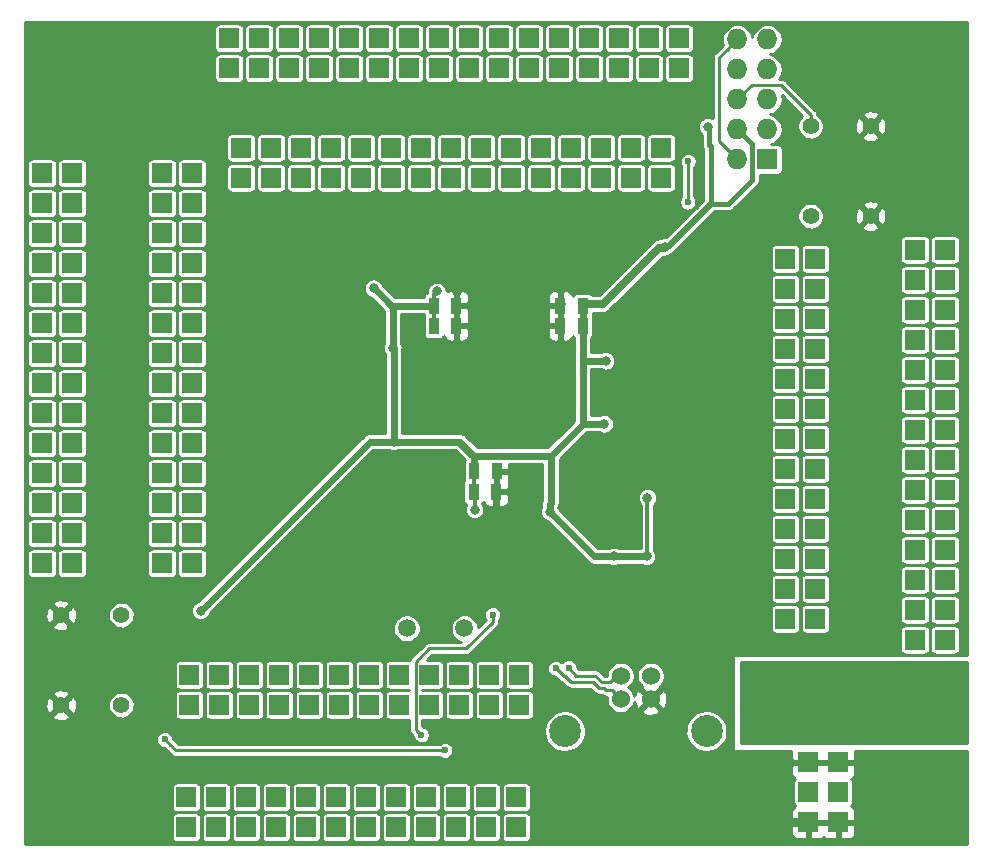
<source format=gtl>
%FSLAX46Y46*%
G04 Gerber Fmt 4.6, Leading zero omitted, Abs format (unit mm)*
G04 Created by KiCad (PCBNEW (2014-jul-16 BZR unknown)-product) date St 8. říjen 2014, 14:55:03 CEST*
%MOMM*%
G01*
G04 APERTURE LIST*
%ADD10C,0.150000*%
%ADD11R,0.889000X1.397000*%
%ADD12C,1.524000*%
%ADD13C,2.700020*%
%ADD14C,1.501140*%
%ADD15R,1.727200X1.727200*%
%ADD16O,1.727200X1.727200*%
%ADD17R,1.651000X1.651000*%
%ADD18C,6.000000*%
%ADD19C,1.397000*%
%ADD20C,0.600000*%
%ADD21C,0.800000*%
%ADD22C,0.300000*%
%ADD23C,0.800000*%
%ADD24C,0.254000*%
%ADD25C,0.400000*%
%ADD26C,0.600000*%
%ADD27C,0.700000*%
%ADD28C,0.500000*%
G04 APERTURE END LIST*
D10*
D11*
X142049500Y-80670400D03*
X143954500Y-80670400D03*
X154647900Y-80695800D03*
X152742900Y-80695800D03*
X145402300Y-96418400D03*
X147307300Y-96418400D03*
X145453100Y-94691200D03*
X147358100Y-94691200D03*
X142049500Y-82397600D03*
X143954500Y-82397600D03*
X154647900Y-82397600D03*
X152742900Y-82397600D03*
D12*
X160395920Y-111998760D03*
X157855920Y-111998760D03*
X157855920Y-113997740D03*
X160395920Y-113997740D03*
D13*
X165125400Y-116697760D03*
X153126440Y-116697760D03*
D14*
X139748260Y-108000800D03*
X144630140Y-108000800D03*
D15*
X170281600Y-68300600D03*
D16*
X167741600Y-68300600D03*
X170281600Y-65760600D03*
X167741600Y-65760600D03*
X170281600Y-63220600D03*
X167741600Y-63220600D03*
X170281600Y-60680600D03*
X167741600Y-60680600D03*
X170281600Y-58140600D03*
X167741600Y-58140600D03*
D17*
X128955800Y-114477800D03*
X128955800Y-111937800D03*
X146481800Y-124841000D03*
X146481800Y-122301000D03*
X136575800Y-114477800D03*
X136575800Y-111937800D03*
X131241800Y-124841000D03*
X131241800Y-122301000D03*
X133781800Y-124841000D03*
X133781800Y-122301000D03*
X174345600Y-86868000D03*
X171805600Y-86868000D03*
X185318400Y-86106000D03*
X182778400Y-86106000D03*
X174345600Y-79248000D03*
X171805600Y-79248000D03*
X185318400Y-78486000D03*
X182778400Y-78486000D03*
X174345600Y-76708000D03*
X171805600Y-76708000D03*
X185318400Y-75946000D03*
X182778400Y-75946000D03*
X185318400Y-81026000D03*
X182778400Y-81026000D03*
X174345600Y-81788000D03*
X171805600Y-81788000D03*
X185318400Y-83566000D03*
X182778400Y-83566000D03*
X174345600Y-84328000D03*
X171805600Y-84328000D03*
X174345600Y-97028000D03*
X171805600Y-97028000D03*
X161290000Y-69850000D03*
X161290000Y-67310000D03*
X162814000Y-58039000D03*
X162814000Y-60579000D03*
X185318400Y-98806000D03*
X182778400Y-98806000D03*
X174345600Y-99568000D03*
X171805600Y-99568000D03*
X174345600Y-104648000D03*
X171805600Y-104648000D03*
X174345600Y-107188000D03*
X171805600Y-107188000D03*
X185318400Y-108966000D03*
X182778400Y-108966000D03*
X185318400Y-106426000D03*
X182778400Y-106426000D03*
X185318400Y-101346000D03*
X182778400Y-101346000D03*
X182778400Y-96266000D03*
X185318400Y-96266000D03*
X174345600Y-91948000D03*
X171805600Y-91948000D03*
X174345600Y-94488000D03*
X171805600Y-94488000D03*
X185318400Y-93726000D03*
X182778400Y-93726000D03*
X144195800Y-114477800D03*
X144195800Y-111937800D03*
X185318400Y-91186000D03*
X182778400Y-91186000D03*
X174345600Y-89408000D03*
X171805600Y-89408000D03*
X149021800Y-124841000D03*
X149021800Y-122301000D03*
X146735800Y-114477800D03*
X146735800Y-111937800D03*
X139115800Y-114477800D03*
X139115800Y-111937800D03*
X141655800Y-114477800D03*
X141655800Y-111937800D03*
X158750000Y-67310000D03*
X158750000Y-69850000D03*
X160274000Y-60579000D03*
X160274000Y-58039000D03*
X126415800Y-114477800D03*
X126415800Y-111937800D03*
X143941800Y-124841000D03*
X143941800Y-122301000D03*
X141401800Y-124841000D03*
X141401800Y-122301000D03*
X149275800Y-114477800D03*
X149275800Y-111937800D03*
X182778400Y-103886000D03*
X185318400Y-103886000D03*
X174345600Y-102108000D03*
X171805600Y-102108000D03*
X185318400Y-88646000D03*
X182778400Y-88646000D03*
X138861800Y-124841000D03*
X138861800Y-122301000D03*
X136321800Y-124841000D03*
X136321800Y-122301000D03*
X134035800Y-114477800D03*
X134035800Y-111937800D03*
X131495800Y-114477800D03*
X131495800Y-111937800D03*
X128701800Y-124841000D03*
X128701800Y-122301000D03*
X111404400Y-82169000D03*
X108864400Y-82169000D03*
X111404400Y-77089000D03*
X108864400Y-77089000D03*
X121564400Y-74549000D03*
X119024400Y-74549000D03*
X111404400Y-72009000D03*
X108864400Y-72009000D03*
X121564400Y-77089000D03*
X119024400Y-77089000D03*
X121564400Y-79629000D03*
X119024400Y-79629000D03*
X111404400Y-84709000D03*
X108864400Y-84709000D03*
X121564400Y-84709000D03*
X119024400Y-84709000D03*
X121564400Y-89789000D03*
X119024400Y-89789000D03*
X111404400Y-89789000D03*
X108864400Y-89789000D03*
X111404400Y-102489000D03*
X108864400Y-102489000D03*
X111404400Y-69469000D03*
X108864400Y-69469000D03*
X123621800Y-124841000D03*
X123621800Y-122301000D03*
X123875800Y-114477800D03*
X123875800Y-111937800D03*
X119024400Y-69469000D03*
X121564400Y-69469000D03*
X121564400Y-99949000D03*
X119024400Y-99949000D03*
X126161800Y-124841000D03*
X126161800Y-122301000D03*
X138430000Y-69850000D03*
X138430000Y-67310000D03*
X142494000Y-60579000D03*
X142494000Y-58039000D03*
X121335800Y-114477800D03*
X121335800Y-111937800D03*
X128270000Y-69850000D03*
X128270000Y-67310000D03*
X139954000Y-60579000D03*
X139954000Y-58039000D03*
X129794000Y-58039000D03*
X129794000Y-60579000D03*
X140970000Y-69850000D03*
X140970000Y-67310000D03*
X145034000Y-60579000D03*
X145034000Y-58039000D03*
X152654000Y-60579000D03*
X152654000Y-58039000D03*
X150114000Y-58039000D03*
X150114000Y-60579000D03*
X146050000Y-69850000D03*
X146050000Y-67310000D03*
X148590000Y-69850000D03*
X148590000Y-67310000D03*
X155194000Y-60579000D03*
X155194000Y-58039000D03*
X157734000Y-58039000D03*
X157734000Y-60579000D03*
X156210000Y-69850000D03*
X156210000Y-67310000D03*
X151130000Y-67310000D03*
X151130000Y-69850000D03*
X153670000Y-67310000D03*
X153670000Y-69850000D03*
X111404400Y-74549000D03*
X108864400Y-74549000D03*
X121564400Y-102489000D03*
X119024400Y-102489000D03*
X121564400Y-94869000D03*
X119024400Y-94869000D03*
X111404400Y-92329000D03*
X108864400Y-92329000D03*
X111404400Y-87249000D03*
X108864400Y-87249000D03*
X121564400Y-87249000D03*
X119024400Y-87249000D03*
X121081800Y-124841000D03*
X121081800Y-122301000D03*
X125730000Y-69850000D03*
X125730000Y-67310000D03*
X124714000Y-60579000D03*
X124714000Y-58039000D03*
X147574000Y-60579000D03*
X147574000Y-58039000D03*
X121564400Y-72009000D03*
X119024400Y-72009000D03*
X127254000Y-60579000D03*
X127254000Y-58039000D03*
X132334000Y-60579000D03*
X132334000Y-58039000D03*
X111404400Y-99949000D03*
X108864400Y-99949000D03*
X111404400Y-97409000D03*
X108864400Y-97409000D03*
X111404400Y-94869000D03*
X108864400Y-94869000D03*
X130810000Y-69850000D03*
X130810000Y-67310000D03*
X133350000Y-69850000D03*
X133350000Y-67310000D03*
X143510000Y-69850000D03*
X143510000Y-67310000D03*
X119024400Y-97409000D03*
X121564400Y-97409000D03*
X121564400Y-92329000D03*
X119024400Y-92329000D03*
X135890000Y-69850000D03*
X135890000Y-67310000D03*
X137414000Y-60579000D03*
X137414000Y-58039000D03*
X134874000Y-60579000D03*
X134874000Y-58039000D03*
X111404400Y-79629000D03*
X108864400Y-79629000D03*
X121564400Y-82169000D03*
X119024400Y-82169000D03*
X176276000Y-124409200D03*
X176276000Y-121869200D03*
X176276000Y-119329200D03*
X173736000Y-119329200D03*
X173736000Y-121869200D03*
X173736000Y-124409200D03*
D18*
X111760000Y-60960000D03*
X111760000Y-121920000D03*
X182880000Y-60960000D03*
X182880000Y-121920000D03*
D19*
X179019200Y-73101200D03*
X173939200Y-73101200D03*
X179019200Y-65481200D03*
X173939200Y-65481200D03*
X115570000Y-114503200D03*
X110490000Y-114503200D03*
X115570000Y-106883200D03*
X110490000Y-106883200D03*
D20*
X156591000Y-91948000D03*
D21*
X166370000Y-93853000D03*
X128016000Y-80010000D03*
X144018000Y-79502000D03*
X166904858Y-124409200D03*
X154051000Y-123190000D03*
X125349000Y-92456000D03*
X121666000Y-104775000D03*
X139700000Y-93980000D03*
X147218400Y-97993200D03*
X142697200Y-108000800D03*
X156425900Y-95580200D03*
X156514800Y-97891600D03*
X130340100Y-93814900D03*
X154625040Y-97871280D03*
X153294080Y-97876360D03*
X139766040Y-79720440D03*
X156511144Y-83811662D03*
X167259000Y-83693000D03*
X152781000Y-80518000D03*
X163195000Y-106426000D03*
X165633400Y-106060240D03*
X163195000Y-105029000D03*
X163195000Y-103505000D03*
X162204400Y-113893600D03*
X131546600Y-75311000D03*
D20*
X153446480Y-111328200D03*
X152344120Y-111373920D03*
X163550600Y-71907400D03*
X163576000Y-68453000D03*
X119253000Y-117398800D03*
X142976600Y-118338600D03*
D21*
X156464000Y-90678000D03*
X177038000Y-113792000D03*
X175996600Y-113817400D03*
X170383200Y-114249200D03*
X170383200Y-113334800D03*
X170434000Y-112445800D03*
X170459400Y-115214400D03*
X169316400Y-114249200D03*
X169316400Y-113309400D03*
X169291000Y-115214400D03*
X169316400Y-112420400D03*
X142293340Y-79476600D03*
X138559540Y-84254340D03*
X138648440Y-92184220D03*
X122303540Y-106489500D03*
X145491200Y-97942400D03*
X151841200Y-98107500D03*
X160121600Y-96926400D03*
X160058100Y-101904800D03*
X157289115Y-101904800D03*
X136956800Y-79197200D03*
X156591000Y-85344000D03*
X154686000Y-80518000D03*
X161620200Y-75679300D03*
X165227000Y-65532000D03*
D20*
X140970000Y-117017800D03*
X147015200Y-106832400D03*
D22*
X139766040Y-79720440D02*
X137007600Y-76962000D01*
X137007600Y-76962000D02*
X131064000Y-76962000D01*
X131064000Y-76962000D02*
X128415999Y-79610001D01*
X128415999Y-79610001D02*
X128016000Y-80010000D01*
X144018000Y-79502000D02*
X144018000Y-80606900D01*
X144018000Y-80606900D02*
X143954500Y-80670400D01*
D23*
X168719703Y-124409200D02*
X173736000Y-124409200D01*
X155270200Y-124409200D02*
X168719703Y-124409200D01*
X168719703Y-124409200D02*
X166904858Y-124409200D01*
X154051000Y-123190000D02*
X155270200Y-124409200D01*
D22*
X121666000Y-104775000D02*
X125349000Y-101092000D01*
X125349000Y-101092000D02*
X125349000Y-92456000D01*
X112268000Y-109855000D02*
X112268000Y-112725200D01*
X112268000Y-112725200D02*
X110490000Y-114503200D01*
X111188499Y-108775499D02*
X112268000Y-109855000D01*
X110490000Y-106883200D02*
X111188499Y-107581699D01*
X111188499Y-107581699D02*
X111188499Y-108775499D01*
X111760000Y-121920000D02*
X111760000Y-115773200D01*
X111760000Y-115773200D02*
X110490000Y-114503200D01*
X123698000Y-70993000D02*
X123698000Y-69321598D01*
X123698000Y-69321598D02*
X118336401Y-63959999D01*
X118336401Y-63959999D02*
X114759999Y-63959999D01*
X114759999Y-63959999D02*
X111760000Y-60960000D01*
X127616001Y-74911001D02*
X123698000Y-70993000D01*
X131546600Y-75311000D02*
X131146601Y-74911001D01*
X131146601Y-74911001D02*
X127616001Y-74911001D01*
X147307300Y-96418400D02*
X147307300Y-94742000D01*
X147307300Y-94742000D02*
X147358100Y-94691200D01*
X147218400Y-97993200D02*
X147218400Y-96507300D01*
X147218400Y-96507300D02*
X147307300Y-96418400D01*
X142671800Y-108178600D02*
X142671800Y-107924600D01*
X142697200Y-108204000D02*
X142671800Y-108178600D01*
X142697200Y-108000800D02*
X142697200Y-108204000D01*
D24*
X156511144Y-83811662D02*
X156476099Y-83846707D01*
D22*
X147218400Y-103479600D02*
X142697200Y-108000800D01*
X147218400Y-97993200D02*
X147218400Y-103479600D01*
X165267640Y-106426000D02*
X165633400Y-106060240D01*
X163195000Y-106426000D02*
X165267640Y-106426000D01*
D25*
X163195000Y-106426000D02*
X163195000Y-105029000D01*
X163195000Y-105029000D02*
X163195000Y-103505000D01*
X163195000Y-112903000D02*
X162648899Y-113449101D01*
X163195000Y-106426000D02*
X163195000Y-112903000D01*
X162648899Y-113449101D02*
X162204400Y-113893600D01*
D24*
X156926280Y-112572800D02*
X157500320Y-111998760D01*
X157500320Y-111998760D02*
X157855920Y-111998760D01*
X156296360Y-112572800D02*
X156926280Y-112572800D01*
X155722320Y-111998760D02*
X156296360Y-112572800D01*
X153446480Y-111328200D02*
X154117040Y-111998760D01*
X154117040Y-111998760D02*
X155722320Y-111998760D01*
X153162000Y-112064800D02*
X153035000Y-112064800D01*
X153035000Y-112064800D02*
X152344120Y-111373920D01*
X153639520Y-112542320D02*
X153162000Y-112064800D01*
X155519120Y-112542320D02*
X153639520Y-112542320D01*
X156057600Y-113080800D02*
X155519120Y-112542320D01*
X156484320Y-113080800D02*
X156057600Y-113080800D01*
X156639261Y-113235741D02*
X156484320Y-113080800D01*
X157855920Y-113997740D02*
X157093921Y-113235741D01*
X157093921Y-113235741D02*
X156639261Y-113235741D01*
X173939200Y-64493372D02*
X171472628Y-62026800D01*
X173939200Y-65481200D02*
X173939200Y-64493372D01*
X168935400Y-62026800D02*
X167741600Y-63220600D01*
X171472628Y-62026800D02*
X168935400Y-62026800D01*
X163550600Y-71907400D02*
X163550600Y-68478400D01*
X163550600Y-68478400D02*
X163576000Y-68453000D01*
X119697499Y-117843299D02*
X119253000Y-117398800D01*
X120192800Y-118338600D02*
X119697499Y-117843299D01*
X142976600Y-118338600D02*
X120192800Y-118338600D01*
D26*
X155898315Y-90678000D02*
X156464000Y-90678000D01*
X154640280Y-90705940D02*
X154668220Y-90678000D01*
X154668220Y-90678000D02*
X155898315Y-90678000D01*
D27*
X177012600Y-113817400D02*
X177038000Y-113792000D01*
X175996600Y-113817400D02*
X177012600Y-113817400D01*
X169316400Y-114249200D02*
X170383200Y-114249200D01*
X170434000Y-113284000D02*
X170383200Y-113334800D01*
X170434000Y-112445800D02*
X170434000Y-113284000D01*
X170815000Y-115570000D02*
X170459400Y-115214400D01*
X170815000Y-116713000D02*
X170815000Y-115570000D01*
X169316400Y-112420400D02*
X169316400Y-113309400D01*
X169690999Y-114814401D02*
X169291000Y-115214400D01*
X170690540Y-113814860D02*
X169690999Y-114814401D01*
X172212000Y-113814860D02*
X170690540Y-113814860D01*
D22*
X154640280Y-90705940D02*
X154647900Y-90698320D01*
X151947880Y-93398340D02*
X154640280Y-90705940D01*
X151644919Y-93398340D02*
X145747460Y-93398340D01*
X151952960Y-93398340D02*
X151644919Y-93398340D01*
X151644919Y-93398340D02*
X151947880Y-93398340D01*
X145747460Y-93398340D02*
X145453100Y-93692700D01*
X145453100Y-94691200D02*
X145453100Y-96367600D01*
X145453100Y-96367600D02*
X145402300Y-96418400D01*
X143432029Y-92184220D02*
X143728440Y-92184220D01*
X145453100Y-93692700D02*
X143944620Y-92184220D01*
X145453100Y-94691200D02*
X145453100Y-93692700D01*
X143944620Y-92184220D02*
X143432029Y-92184220D01*
X142049500Y-80670400D02*
X142049500Y-79720440D01*
X142049500Y-79720440D02*
X142293340Y-79476600D01*
X142049500Y-82397600D02*
X142049500Y-80670400D01*
X145491200Y-97942400D02*
X145491200Y-96507300D01*
X145491200Y-96507300D02*
X145402300Y-96418400D01*
X154647900Y-84654089D02*
X154647900Y-82397600D01*
X154647900Y-90698320D02*
X154647900Y-84654089D01*
X160121600Y-96926400D02*
X160121600Y-101841300D01*
X160121600Y-101841300D02*
X160058100Y-101904800D01*
D28*
X138430000Y-80670400D02*
X142049500Y-80670400D01*
X136956800Y-79197200D02*
X138430000Y-80670400D01*
D26*
X160058100Y-101904800D02*
X157289115Y-101904800D01*
X151952960Y-97367123D02*
X151952960Y-93398340D01*
X151841200Y-97478883D02*
X151952960Y-97367123D01*
X151841200Y-98107500D02*
X151841200Y-97478883D01*
X145453100Y-94437200D02*
X145453100Y-94691200D01*
X151952960Y-93398340D02*
X151947320Y-93392700D01*
X144244620Y-92184220D02*
X142680047Y-92184220D01*
X145453100Y-93392700D02*
X144244620Y-92184220D01*
X145453100Y-94691200D02*
X145453100Y-93392700D01*
D22*
X142680047Y-92184220D02*
X143432029Y-92184220D01*
D26*
X142680047Y-92184220D02*
X138648440Y-92184220D01*
X151947320Y-93392700D02*
X145453100Y-93392700D01*
X151953520Y-93392700D02*
X154640280Y-90705940D01*
X151947320Y-93392700D02*
X151953520Y-93392700D01*
X154647900Y-83696100D02*
X154640280Y-83703720D01*
X154647900Y-82397600D02*
X154647900Y-83696100D01*
X154640280Y-83703720D02*
X154640280Y-84588831D01*
X154647900Y-82397600D02*
X154647900Y-80695800D01*
X155638500Y-101904800D02*
X157289115Y-101904800D01*
X151841200Y-98107500D02*
X155638500Y-101904800D01*
X138648440Y-84343240D02*
X138559540Y-84254340D01*
X138648440Y-92184220D02*
X138648440Y-84343240D01*
X138559540Y-80799940D02*
X138430000Y-80670400D01*
X138559540Y-84254340D02*
X138559540Y-80799940D01*
X138559540Y-80799940D02*
X136956800Y-79197200D01*
X138689080Y-80670400D02*
X142049500Y-80670400D01*
X138559540Y-80799940D02*
X138689080Y-80670400D01*
X136608820Y-92184220D02*
X122303540Y-106489500D01*
X138648440Y-92184220D02*
X136608820Y-92184220D01*
X154651710Y-85344000D02*
X154640280Y-85332570D01*
X156591000Y-85344000D02*
X154651710Y-85344000D01*
X154640280Y-85332570D02*
X154640280Y-90705940D01*
X154640280Y-84588831D02*
X154640280Y-85332570D01*
X154647900Y-80695800D02*
X154686000Y-80657700D01*
X154686000Y-80657700D02*
X154686000Y-80518000D01*
D27*
X156362400Y-80518000D02*
X161127683Y-75752717D01*
X154686000Y-80518000D02*
X156362400Y-80518000D01*
X161546783Y-75752717D02*
X161620200Y-75679300D01*
X161127683Y-75752717D02*
X161546783Y-75752717D01*
D28*
X161620200Y-75679300D02*
X161874200Y-75679300D01*
D25*
X169005201Y-67024201D02*
X168605199Y-66624199D01*
X168605199Y-66624199D02*
X167741600Y-65760600D01*
D28*
X161874200Y-75679300D02*
X164074806Y-73478694D01*
D25*
X165487821Y-72065679D02*
X166948321Y-72065679D01*
D28*
X164074806Y-73478694D02*
X165487821Y-72065679D01*
D25*
X169017999Y-69996001D02*
X169017999Y-68657840D01*
X166948321Y-72065679D02*
X169017999Y-69996001D01*
X169005201Y-68645042D02*
X169005201Y-67024201D01*
X169017999Y-68657840D02*
X169005201Y-68645042D01*
X165487821Y-67176179D02*
X165354000Y-67042358D01*
X165487821Y-72065679D02*
X165487821Y-67176179D01*
X165354000Y-65659000D02*
X165227000Y-65532000D01*
X165354000Y-67042358D02*
X165354000Y-65659000D01*
D24*
X167741600Y-68300600D02*
X166217600Y-66776600D01*
X166217600Y-66776600D02*
X166217600Y-59664600D01*
X166217600Y-59664600D02*
X166878001Y-59004199D01*
X166878001Y-59004199D02*
X167741600Y-58140600D01*
X140525501Y-116573301D02*
X140970000Y-117017800D01*
X140500101Y-116547901D02*
X140525501Y-116573301D01*
X141651398Y-109702600D02*
X140500101Y-110853897D01*
X144773617Y-109702600D02*
X141651398Y-109702600D01*
X147015200Y-107461017D02*
X144773617Y-109702600D01*
X140500101Y-110853897D02*
X140500101Y-116547901D01*
X147015200Y-106832400D02*
X147015200Y-107461017D01*
G36*
X187204000Y-126244000D02*
X177736500Y-126244000D01*
X177736500Y-125297242D01*
X177736500Y-124694950D01*
X177736500Y-124123450D01*
X177736500Y-123521158D01*
X177712097Y-123398477D01*
X177664230Y-123282915D01*
X177594737Y-123178911D01*
X177506289Y-123090463D01*
X177402285Y-123020970D01*
X177385890Y-123014179D01*
X177433173Y-122966897D01*
X177479903Y-122896960D01*
X177512091Y-122819251D01*
X177528500Y-122736756D01*
X177528500Y-122652644D01*
X177528500Y-121001644D01*
X177512091Y-120919149D01*
X177479902Y-120841439D01*
X177433172Y-120771503D01*
X177385890Y-120724220D01*
X177402285Y-120717430D01*
X177506289Y-120647937D01*
X177594737Y-120559489D01*
X177664230Y-120455485D01*
X177712097Y-120339923D01*
X177736500Y-120217242D01*
X177736500Y-119614950D01*
X177577750Y-119456200D01*
X176403000Y-119456200D01*
X176403000Y-119476200D01*
X176149000Y-119476200D01*
X176149000Y-119456200D01*
X175037750Y-119456200D01*
X174974250Y-119456200D01*
X173863000Y-119456200D01*
X173863000Y-119476200D01*
X173609000Y-119476200D01*
X173609000Y-119456200D01*
X172434250Y-119456200D01*
X172275500Y-119614950D01*
X172275500Y-120217242D01*
X172299903Y-120339923D01*
X172347770Y-120455485D01*
X172417263Y-120559489D01*
X172505711Y-120647937D01*
X172609715Y-120717430D01*
X172626109Y-120724220D01*
X172578827Y-120771503D01*
X172532097Y-120841440D01*
X172499909Y-120919149D01*
X172483500Y-121001644D01*
X172483500Y-121085756D01*
X172483500Y-122736756D01*
X172499909Y-122819251D01*
X172532098Y-122896961D01*
X172578828Y-122966897D01*
X172626109Y-123014179D01*
X172609715Y-123020970D01*
X172505711Y-123090463D01*
X172417263Y-123178911D01*
X172347770Y-123282915D01*
X172299903Y-123398477D01*
X172275500Y-123521158D01*
X172275500Y-124123450D01*
X172434250Y-124282200D01*
X173609000Y-124282200D01*
X173609000Y-124262200D01*
X173863000Y-124262200D01*
X173863000Y-124282200D01*
X174974250Y-124282200D01*
X175037750Y-124282200D01*
X176149000Y-124282200D01*
X176149000Y-124262200D01*
X176403000Y-124262200D01*
X176403000Y-124282200D01*
X177577750Y-124282200D01*
X177736500Y-124123450D01*
X177736500Y-124694950D01*
X177577750Y-124536200D01*
X176403000Y-124536200D01*
X176403000Y-125710950D01*
X176561750Y-125869700D01*
X177038958Y-125869700D01*
X177164042Y-125869700D01*
X177286723Y-125845297D01*
X177402285Y-125797430D01*
X177506289Y-125727937D01*
X177594737Y-125639489D01*
X177664230Y-125535485D01*
X177712097Y-125419923D01*
X177736500Y-125297242D01*
X177736500Y-126244000D01*
X176149000Y-126244000D01*
X176149000Y-125710950D01*
X176149000Y-124536200D01*
X175037750Y-124536200D01*
X174974250Y-124536200D01*
X173863000Y-124536200D01*
X173863000Y-125710950D01*
X174021750Y-125869700D01*
X174498958Y-125869700D01*
X174624042Y-125869700D01*
X174746723Y-125845297D01*
X174862285Y-125797430D01*
X174966289Y-125727937D01*
X175006000Y-125688226D01*
X175045711Y-125727937D01*
X175149715Y-125797430D01*
X175265277Y-125845297D01*
X175387958Y-125869700D01*
X175513042Y-125869700D01*
X175990250Y-125869700D01*
X176149000Y-125710950D01*
X176149000Y-126244000D01*
X173609000Y-126244000D01*
X173609000Y-125710950D01*
X173609000Y-124536200D01*
X172434250Y-124536200D01*
X172275500Y-124694950D01*
X172275500Y-125297242D01*
X172299903Y-125419923D01*
X172347770Y-125535485D01*
X172417263Y-125639489D01*
X172505711Y-125727937D01*
X172609715Y-125797430D01*
X172725277Y-125845297D01*
X172847958Y-125869700D01*
X172973042Y-125869700D01*
X173450250Y-125869700D01*
X173609000Y-125710950D01*
X173609000Y-126244000D01*
X166902486Y-126244000D01*
X166902486Y-116523515D01*
X166834797Y-116181663D01*
X166701998Y-115859468D01*
X166509147Y-115569203D01*
X166263589Y-115321925D01*
X165974678Y-115127052D01*
X165653419Y-114992007D01*
X165312047Y-114921934D01*
X164963566Y-114919501D01*
X164621249Y-114984801D01*
X164298135Y-115115348D01*
X164006531Y-115306168D01*
X163757545Y-115549993D01*
X163560660Y-115837537D01*
X163423375Y-116157846D01*
X163350920Y-116498720D01*
X163346054Y-116847176D01*
X163408963Y-117189940D01*
X163537251Y-117513958D01*
X163726031Y-117806886D01*
X163968112Y-118057569D01*
X164254274Y-118256457D01*
X164573617Y-118395974D01*
X164913977Y-118470807D01*
X165262390Y-118478105D01*
X165605585Y-118417591D01*
X165930491Y-118291568D01*
X166224730Y-118104838D01*
X166477096Y-117864513D01*
X166677977Y-117579747D01*
X166819721Y-117261385D01*
X166896928Y-116921556D01*
X166902486Y-116523515D01*
X166902486Y-126244000D01*
X161797830Y-126244000D01*
X161797830Y-113925723D01*
X161756842Y-113653607D01*
X161663556Y-113394717D01*
X161601576Y-113278760D01*
X161584971Y-113274127D01*
X161584971Y-111882173D01*
X161539680Y-111653438D01*
X161450824Y-111437857D01*
X161321787Y-111243641D01*
X161157484Y-111078187D01*
X160964173Y-110947797D01*
X160749218Y-110857438D01*
X160520806Y-110810552D01*
X160287636Y-110808924D01*
X160058592Y-110852617D01*
X159842396Y-110939966D01*
X159647283Y-111067644D01*
X159480686Y-111230788D01*
X159348950Y-111423183D01*
X159257093Y-111637503D01*
X159208613Y-111865582D01*
X159205357Y-112098734D01*
X159247450Y-112328079D01*
X159333287Y-112544879D01*
X159459600Y-112740878D01*
X159621577Y-112908610D01*
X159640720Y-112921914D01*
X159609960Y-113032175D01*
X160395920Y-113818135D01*
X161181880Y-113032175D01*
X161151036Y-112921617D01*
X161300342Y-112779436D01*
X161434752Y-112588899D01*
X161529592Y-112375883D01*
X161581252Y-112148502D01*
X161584971Y-111882173D01*
X161584971Y-113274127D01*
X161361485Y-113211780D01*
X160575525Y-113997740D01*
X161361485Y-114783700D01*
X161601576Y-114716720D01*
X161718676Y-114467692D01*
X161784943Y-114200605D01*
X161797830Y-113925723D01*
X161797830Y-126244000D01*
X161181880Y-126244000D01*
X161181880Y-114963305D01*
X160395920Y-114177345D01*
X160216315Y-114356950D01*
X160216315Y-113997740D01*
X159430355Y-113211780D01*
X159190264Y-113278760D01*
X159073164Y-113527788D01*
X159018570Y-113747823D01*
X158999680Y-113652418D01*
X158910824Y-113436837D01*
X158781787Y-113242621D01*
X158617484Y-113077167D01*
X158500284Y-112998114D01*
X158591483Y-112940238D01*
X158760342Y-112779436D01*
X158894752Y-112588899D01*
X158989592Y-112375883D01*
X159041252Y-112148502D01*
X159044971Y-111882173D01*
X158999680Y-111653438D01*
X158910824Y-111437857D01*
X158781787Y-111243641D01*
X158617484Y-111078187D01*
X158424173Y-110947797D01*
X158209218Y-110857438D01*
X157980806Y-110810552D01*
X157747636Y-110808924D01*
X157518592Y-110852617D01*
X157302396Y-110939966D01*
X157107283Y-111067644D01*
X156940686Y-111230788D01*
X156808950Y-111423183D01*
X156717093Y-111637503D01*
X156668613Y-111865582D01*
X156666473Y-112018800D01*
X156525834Y-112018800D01*
X156114057Y-111607023D01*
X156074527Y-111574553D01*
X156035312Y-111541647D01*
X156032757Y-111540242D01*
X156030508Y-111538395D01*
X155985406Y-111514211D01*
X155940564Y-111489559D01*
X155937789Y-111488679D01*
X155935220Y-111487301D01*
X155886275Y-111472337D01*
X155837503Y-111456866D01*
X155834605Y-111456541D01*
X155831822Y-111455690D01*
X155780959Y-111450523D01*
X155730055Y-111444814D01*
X155724354Y-111444774D01*
X155724254Y-111444764D01*
X155724160Y-111444772D01*
X155722320Y-111444760D01*
X154346514Y-111444760D01*
X154173307Y-111271553D01*
X154173512Y-111256914D01*
X154145819Y-111117057D01*
X154091489Y-110985243D01*
X154012591Y-110866491D01*
X153912130Y-110765326D01*
X153793932Y-110685601D01*
X153662500Y-110630352D01*
X153522840Y-110601684D01*
X153380271Y-110600689D01*
X153240224Y-110627404D01*
X153108034Y-110680812D01*
X152988735Y-110758880D01*
X152886871Y-110858632D01*
X152874690Y-110876421D01*
X152809770Y-110811046D01*
X152691572Y-110731321D01*
X152560140Y-110676072D01*
X152420480Y-110647404D01*
X152277911Y-110646409D01*
X152137864Y-110673124D01*
X152005674Y-110726532D01*
X151886375Y-110804600D01*
X151784511Y-110904352D01*
X151703962Y-111021990D01*
X151647797Y-111153033D01*
X151618155Y-111292490D01*
X151616164Y-111435048D01*
X151641901Y-111575278D01*
X151694385Y-111707838D01*
X151771618Y-111827680D01*
X151870657Y-111930237D01*
X151987730Y-112011605D01*
X152118378Y-112068684D01*
X152257624Y-112099299D01*
X152286632Y-112099906D01*
X152643263Y-112456537D01*
X152682796Y-112489010D01*
X152722008Y-112521913D01*
X152724562Y-112523317D01*
X152726813Y-112525166D01*
X152771931Y-112549358D01*
X152816756Y-112574001D01*
X152819530Y-112574880D01*
X152822100Y-112576259D01*
X152871044Y-112591222D01*
X152919817Y-112606694D01*
X152920496Y-112606770D01*
X153247783Y-112934057D01*
X153287312Y-112966526D01*
X153326528Y-112999433D01*
X153329082Y-113000837D01*
X153331332Y-113002685D01*
X153376433Y-113026868D01*
X153421276Y-113051521D01*
X153424050Y-113052400D01*
X153426620Y-113053779D01*
X153475564Y-113068742D01*
X153524337Y-113084214D01*
X153527234Y-113084538D01*
X153530018Y-113085390D01*
X153580880Y-113090556D01*
X153631785Y-113096266D01*
X153637485Y-113096305D01*
X153637586Y-113096316D01*
X153637679Y-113096307D01*
X153639520Y-113096320D01*
X155289646Y-113096320D01*
X155665863Y-113472537D01*
X155705396Y-113505010D01*
X155744608Y-113537913D01*
X155747162Y-113539317D01*
X155749413Y-113541166D01*
X155794531Y-113565358D01*
X155839356Y-113590001D01*
X155842130Y-113590880D01*
X155844700Y-113592259D01*
X155893644Y-113607222D01*
X155942417Y-113622694D01*
X155945314Y-113623018D01*
X155948098Y-113623870D01*
X155998960Y-113629036D01*
X156049865Y-113634746D01*
X156055565Y-113634785D01*
X156055666Y-113634796D01*
X156055759Y-113634787D01*
X156057600Y-113634800D01*
X156256437Y-113634800D01*
X156287057Y-113659951D01*
X156326269Y-113692854D01*
X156328823Y-113694258D01*
X156331074Y-113696107D01*
X156376192Y-113720299D01*
X156421017Y-113744942D01*
X156423791Y-113745821D01*
X156426361Y-113747200D01*
X156475305Y-113762163D01*
X156524078Y-113777635D01*
X156526975Y-113777959D01*
X156529759Y-113778811D01*
X156580621Y-113783977D01*
X156631526Y-113789687D01*
X156637226Y-113789726D01*
X156637327Y-113789737D01*
X156637420Y-113789728D01*
X156639261Y-113789741D01*
X156684516Y-113789741D01*
X156668613Y-113864562D01*
X156665357Y-114097714D01*
X156707450Y-114327059D01*
X156793287Y-114543859D01*
X156919600Y-114739858D01*
X157081577Y-114907590D01*
X157273048Y-115040666D01*
X157486721Y-115134018D01*
X157714457Y-115184089D01*
X157947580Y-115188972D01*
X158177213Y-115148481D01*
X158394607Y-115064160D01*
X158591483Y-114939218D01*
X158760342Y-114778416D01*
X158894752Y-114587879D01*
X158989592Y-114374863D01*
X159019884Y-114241532D01*
X159034998Y-114341873D01*
X159128284Y-114600763D01*
X159190264Y-114716720D01*
X159430355Y-114783700D01*
X160216315Y-113997740D01*
X160216315Y-114356950D01*
X159609960Y-114963305D01*
X159676940Y-115203396D01*
X159925968Y-115320496D01*
X160193055Y-115386763D01*
X160467937Y-115399650D01*
X160740053Y-115358662D01*
X160998943Y-115265376D01*
X161114900Y-115203396D01*
X161181880Y-114963305D01*
X161181880Y-126244000D01*
X154903526Y-126244000D01*
X154903526Y-116523515D01*
X154835837Y-116181663D01*
X154703038Y-115859468D01*
X154510187Y-115569203D01*
X154264629Y-115321925D01*
X153975718Y-115127052D01*
X153654459Y-114992007D01*
X153313087Y-114921934D01*
X152964606Y-114919501D01*
X152622289Y-114984801D01*
X152299175Y-115115348D01*
X152007571Y-115306168D01*
X151758585Y-115549993D01*
X151561700Y-115837537D01*
X151424415Y-116157846D01*
X151351960Y-116498720D01*
X151347094Y-116847176D01*
X151410003Y-117189940D01*
X151538291Y-117513958D01*
X151727071Y-117806886D01*
X151969152Y-118057569D01*
X152255314Y-118256457D01*
X152574657Y-118395974D01*
X152915017Y-118470807D01*
X153263430Y-118478105D01*
X153606625Y-118417591D01*
X153931531Y-118291568D01*
X154225770Y-118104838D01*
X154478136Y-117864513D01*
X154679017Y-117579747D01*
X154820761Y-117261385D01*
X154897968Y-116921556D01*
X154903526Y-116523515D01*
X154903526Y-126244000D01*
X150528300Y-126244000D01*
X150528300Y-115345356D01*
X150528300Y-115261244D01*
X150528300Y-113610244D01*
X150528300Y-112805356D01*
X150528300Y-112721244D01*
X150528300Y-111070244D01*
X150511891Y-110987749D01*
X150479702Y-110910039D01*
X150432972Y-110840103D01*
X150373497Y-110780627D01*
X150303560Y-110733897D01*
X150225851Y-110701709D01*
X150143356Y-110685300D01*
X150059244Y-110685300D01*
X148437600Y-110685300D01*
X148437600Y-95452242D01*
X148437600Y-95327158D01*
X148437600Y-94976950D01*
X148278850Y-94818200D01*
X147485100Y-94818200D01*
X147485100Y-95192850D01*
X147434300Y-95243650D01*
X147434300Y-96291400D01*
X148228050Y-96291400D01*
X148386800Y-96132650D01*
X148386800Y-95782442D01*
X148386800Y-95657358D01*
X148384286Y-95644720D01*
X148413197Y-95574923D01*
X148437600Y-95452242D01*
X148437600Y-110685300D01*
X148408244Y-110685300D01*
X148386800Y-110689565D01*
X148386800Y-97179442D01*
X148386800Y-97054358D01*
X148386800Y-96704150D01*
X148228050Y-96545400D01*
X147434300Y-96545400D01*
X147434300Y-97593150D01*
X147593050Y-97751900D01*
X147814342Y-97751900D01*
X147937023Y-97727497D01*
X148052585Y-97679630D01*
X148156589Y-97610137D01*
X148245037Y-97521689D01*
X148314530Y-97417685D01*
X148362397Y-97302123D01*
X148386800Y-97179442D01*
X148386800Y-110689565D01*
X148325749Y-110701709D01*
X148248039Y-110733898D01*
X148178103Y-110780628D01*
X148118627Y-110840103D01*
X148071897Y-110910040D01*
X148039709Y-110987749D01*
X148023300Y-111070244D01*
X148023300Y-111154356D01*
X148023300Y-112805356D01*
X148039709Y-112887851D01*
X148071898Y-112965561D01*
X148118628Y-113035497D01*
X148178103Y-113094973D01*
X148248040Y-113141703D01*
X148325749Y-113173891D01*
X148408244Y-113190300D01*
X148492356Y-113190300D01*
X150143356Y-113190300D01*
X150225851Y-113173891D01*
X150303561Y-113141702D01*
X150373497Y-113094972D01*
X150432973Y-113035497D01*
X150479703Y-112965560D01*
X150511891Y-112887851D01*
X150528300Y-112805356D01*
X150528300Y-113610244D01*
X150511891Y-113527749D01*
X150479702Y-113450039D01*
X150432972Y-113380103D01*
X150373497Y-113320627D01*
X150303560Y-113273897D01*
X150225851Y-113241709D01*
X150143356Y-113225300D01*
X150059244Y-113225300D01*
X148408244Y-113225300D01*
X148325749Y-113241709D01*
X148248039Y-113273898D01*
X148178103Y-113320628D01*
X148118627Y-113380103D01*
X148071897Y-113450040D01*
X148039709Y-113527749D01*
X148023300Y-113610244D01*
X148023300Y-113694356D01*
X148023300Y-115345356D01*
X148039709Y-115427851D01*
X148071898Y-115505561D01*
X148118628Y-115575497D01*
X148178103Y-115634973D01*
X148248040Y-115681703D01*
X148325749Y-115713891D01*
X148408244Y-115730300D01*
X148492356Y-115730300D01*
X150143356Y-115730300D01*
X150225851Y-115713891D01*
X150303561Y-115681702D01*
X150373497Y-115634972D01*
X150432973Y-115575497D01*
X150479703Y-115505560D01*
X150511891Y-115427851D01*
X150528300Y-115345356D01*
X150528300Y-126244000D01*
X150274300Y-126244000D01*
X150274300Y-125708556D01*
X150274300Y-125624444D01*
X150274300Y-123973444D01*
X150274300Y-123168556D01*
X150274300Y-123084444D01*
X150274300Y-121433444D01*
X150257891Y-121350949D01*
X150225702Y-121273239D01*
X150178972Y-121203303D01*
X150119497Y-121143827D01*
X150049560Y-121097097D01*
X149971851Y-121064909D01*
X149889356Y-121048500D01*
X149805244Y-121048500D01*
X148154244Y-121048500D01*
X148071749Y-121064909D01*
X147994039Y-121097098D01*
X147988300Y-121100932D01*
X147988300Y-115345356D01*
X147988300Y-115261244D01*
X147988300Y-113610244D01*
X147988300Y-112805356D01*
X147988300Y-112721244D01*
X147988300Y-111070244D01*
X147971891Y-110987749D01*
X147939702Y-110910039D01*
X147892972Y-110840103D01*
X147833497Y-110780627D01*
X147763560Y-110733897D01*
X147742232Y-110725062D01*
X147742232Y-106761114D01*
X147714539Y-106621257D01*
X147660209Y-106489443D01*
X147581311Y-106370691D01*
X147480850Y-106269526D01*
X147362652Y-106189801D01*
X147231220Y-106134552D01*
X147091560Y-106105884D01*
X146948991Y-106104889D01*
X146808944Y-106131604D01*
X146676754Y-106185012D01*
X146557455Y-106263080D01*
X146455591Y-106362832D01*
X146375042Y-106480470D01*
X146318877Y-106611513D01*
X146289235Y-106750970D01*
X146287244Y-106893528D01*
X146312981Y-107033758D01*
X146365465Y-107166318D01*
X146428544Y-107264198D01*
X145807702Y-107885040D01*
X145762906Y-107658798D01*
X145674904Y-107445289D01*
X145547107Y-107252940D01*
X145384383Y-107089076D01*
X145192931Y-106959940D01*
X144980042Y-106870450D01*
X144753825Y-106824014D01*
X144522897Y-106822402D01*
X144296054Y-106865674D01*
X144081937Y-106952184D01*
X143888700Y-107078634D01*
X143723704Y-107240210D01*
X143593234Y-107430756D01*
X143502260Y-107643015D01*
X143454246Y-107868902D01*
X143451022Y-108099813D01*
X143492710Y-108326953D01*
X143577722Y-108541669D01*
X143702821Y-108735784D01*
X143863240Y-108901904D01*
X144052871Y-109033701D01*
X144264490Y-109126155D01*
X144366576Y-109148600D01*
X141651398Y-109148600D01*
X141600484Y-109153592D01*
X141549489Y-109158053D01*
X141546686Y-109158867D01*
X141543792Y-109159151D01*
X141494815Y-109173937D01*
X141445660Y-109188219D01*
X141443076Y-109189558D01*
X141440285Y-109190401D01*
X141395110Y-109214420D01*
X141349668Y-109237976D01*
X141347388Y-109239795D01*
X141344819Y-109241162D01*
X141305202Y-109273472D01*
X141265169Y-109305431D01*
X141261112Y-109309431D01*
X141261031Y-109309498D01*
X141260968Y-109309573D01*
X141259661Y-109310863D01*
X140925881Y-109644643D01*
X140925881Y-107885333D01*
X140881026Y-107658798D01*
X140793024Y-107445289D01*
X140665227Y-107252940D01*
X140502503Y-107089076D01*
X140311051Y-106959940D01*
X140098162Y-106870450D01*
X139871945Y-106824014D01*
X139641017Y-106822402D01*
X139414174Y-106865674D01*
X139200057Y-106952184D01*
X139006820Y-107078634D01*
X138841824Y-107240210D01*
X138711354Y-107430756D01*
X138620380Y-107643015D01*
X138572366Y-107868902D01*
X138569142Y-108099813D01*
X138610830Y-108326953D01*
X138695842Y-108541669D01*
X138820941Y-108735784D01*
X138981360Y-108901904D01*
X139170991Y-109033701D01*
X139382610Y-109126155D01*
X139608156Y-109175744D01*
X139839039Y-109180581D01*
X140066464Y-109140479D01*
X140281769Y-109056968D01*
X140476753Y-108933228D01*
X140643988Y-108773972D01*
X140777106Y-108585266D01*
X140871035Y-108374297D01*
X140922198Y-108149103D01*
X140925881Y-107885333D01*
X140925881Y-109644643D01*
X140108364Y-110462160D01*
X140075894Y-110501689D01*
X140042988Y-110540905D01*
X140041583Y-110543459D01*
X140039736Y-110545709D01*
X140015552Y-110590810D01*
X139990900Y-110635653D01*
X139990020Y-110638427D01*
X139988642Y-110640997D01*
X139975097Y-110685300D01*
X139899244Y-110685300D01*
X138248244Y-110685300D01*
X138165749Y-110701709D01*
X138088039Y-110733898D01*
X138018103Y-110780628D01*
X137958627Y-110840103D01*
X137911897Y-110910040D01*
X137879709Y-110987749D01*
X137863300Y-111070244D01*
X137863300Y-111154356D01*
X137863300Y-112805356D01*
X137879709Y-112887851D01*
X137911898Y-112965561D01*
X137958628Y-113035497D01*
X138018103Y-113094973D01*
X138088040Y-113141703D01*
X138165749Y-113173891D01*
X138248244Y-113190300D01*
X138332356Y-113190300D01*
X139946101Y-113190300D01*
X139946101Y-113225300D01*
X139899244Y-113225300D01*
X138248244Y-113225300D01*
X138165749Y-113241709D01*
X138088039Y-113273898D01*
X138018103Y-113320628D01*
X137958627Y-113380103D01*
X137911897Y-113450040D01*
X137879709Y-113527749D01*
X137863300Y-113610244D01*
X137863300Y-113694356D01*
X137863300Y-115345356D01*
X137879709Y-115427851D01*
X137911898Y-115505561D01*
X137958628Y-115575497D01*
X138018103Y-115634973D01*
X138088040Y-115681703D01*
X138165749Y-115713891D01*
X138248244Y-115730300D01*
X138332356Y-115730300D01*
X139946101Y-115730300D01*
X139946101Y-116547901D01*
X139951098Y-116598864D01*
X139955555Y-116649810D01*
X139956367Y-116652607D01*
X139956652Y-116655507D01*
X139971451Y-116704524D01*
X139985720Y-116753639D01*
X139987059Y-116756222D01*
X139987902Y-116759014D01*
X140011921Y-116804188D01*
X140035477Y-116849631D01*
X140037296Y-116851910D01*
X140038663Y-116854480D01*
X140070978Y-116894103D01*
X140102933Y-116934131D01*
X140106932Y-116938186D01*
X140106999Y-116938268D01*
X140107074Y-116938330D01*
X140108364Y-116939638D01*
X140133764Y-116965038D01*
X140242121Y-117073395D01*
X140242044Y-117078928D01*
X140267781Y-117219158D01*
X140320265Y-117351718D01*
X140397498Y-117471560D01*
X140496537Y-117574117D01*
X140613610Y-117655485D01*
X140744258Y-117712564D01*
X140883504Y-117743179D01*
X141026045Y-117746165D01*
X141166451Y-117721408D01*
X141299374Y-117669850D01*
X141419752Y-117593456D01*
X141522999Y-117495136D01*
X141605182Y-117378633D01*
X141663171Y-117248387D01*
X141694758Y-117109358D01*
X141697032Y-116946514D01*
X141669339Y-116806657D01*
X141615009Y-116674843D01*
X141536111Y-116556091D01*
X141435650Y-116454926D01*
X141317452Y-116375201D01*
X141186020Y-116319952D01*
X141054101Y-116292872D01*
X141054101Y-115730300D01*
X142523356Y-115730300D01*
X142605851Y-115713891D01*
X142683561Y-115681702D01*
X142753497Y-115634972D01*
X142812973Y-115575497D01*
X142859703Y-115505560D01*
X142891891Y-115427851D01*
X142908300Y-115345356D01*
X142908300Y-115261244D01*
X142908300Y-113610244D01*
X142891891Y-113527749D01*
X142859702Y-113450039D01*
X142812972Y-113380103D01*
X142753497Y-113320627D01*
X142683560Y-113273897D01*
X142605851Y-113241709D01*
X142523356Y-113225300D01*
X142439244Y-113225300D01*
X141054101Y-113225300D01*
X141054101Y-113190300D01*
X142523356Y-113190300D01*
X142605851Y-113173891D01*
X142683561Y-113141702D01*
X142753497Y-113094972D01*
X142812973Y-113035497D01*
X142859703Y-112965560D01*
X142891891Y-112887851D01*
X142908300Y-112805356D01*
X142908300Y-112721244D01*
X142908300Y-111070244D01*
X142891891Y-110987749D01*
X142859702Y-110910039D01*
X142812972Y-110840103D01*
X142753497Y-110780627D01*
X142683560Y-110733897D01*
X142605851Y-110701709D01*
X142523356Y-110685300D01*
X142439244Y-110685300D01*
X141452172Y-110685300D01*
X141880872Y-110256600D01*
X144773617Y-110256600D01*
X144824580Y-110251602D01*
X144875526Y-110247146D01*
X144878323Y-110246333D01*
X144881223Y-110246049D01*
X144930240Y-110231249D01*
X144979355Y-110216981D01*
X144981938Y-110215641D01*
X144984730Y-110214799D01*
X145029904Y-110190779D01*
X145075347Y-110167224D01*
X145077626Y-110165404D01*
X145080196Y-110164038D01*
X145119819Y-110131722D01*
X145159847Y-110099768D01*
X145163902Y-110095768D01*
X145163984Y-110095702D01*
X145164046Y-110095626D01*
X145165354Y-110094337D01*
X147406937Y-107852754D01*
X147439406Y-107813224D01*
X147472313Y-107774009D01*
X147473717Y-107771454D01*
X147475565Y-107769205D01*
X147499748Y-107724103D01*
X147524401Y-107679261D01*
X147525280Y-107676486D01*
X147526659Y-107673917D01*
X147541622Y-107624972D01*
X147557094Y-107576200D01*
X147557418Y-107573302D01*
X147558270Y-107570519D01*
X147563436Y-107519656D01*
X147569146Y-107468752D01*
X147569185Y-107463051D01*
X147569196Y-107462951D01*
X147569187Y-107462857D01*
X147569200Y-107461017D01*
X147569200Y-107308316D01*
X147650382Y-107193233D01*
X147708371Y-107062987D01*
X147739958Y-106923958D01*
X147742232Y-106761114D01*
X147742232Y-110725062D01*
X147685851Y-110701709D01*
X147603356Y-110685300D01*
X147519244Y-110685300D01*
X145868244Y-110685300D01*
X145785749Y-110701709D01*
X145708039Y-110733898D01*
X145638103Y-110780628D01*
X145578627Y-110840103D01*
X145531897Y-110910040D01*
X145499709Y-110987749D01*
X145483300Y-111070244D01*
X145483300Y-111154356D01*
X145483300Y-112805356D01*
X145499709Y-112887851D01*
X145531898Y-112965561D01*
X145578628Y-113035497D01*
X145638103Y-113094973D01*
X145708040Y-113141703D01*
X145785749Y-113173891D01*
X145868244Y-113190300D01*
X145952356Y-113190300D01*
X147603356Y-113190300D01*
X147685851Y-113173891D01*
X147763561Y-113141702D01*
X147833497Y-113094972D01*
X147892973Y-113035497D01*
X147939703Y-112965560D01*
X147971891Y-112887851D01*
X147988300Y-112805356D01*
X147988300Y-113610244D01*
X147971891Y-113527749D01*
X147939702Y-113450039D01*
X147892972Y-113380103D01*
X147833497Y-113320627D01*
X147763560Y-113273897D01*
X147685851Y-113241709D01*
X147603356Y-113225300D01*
X147519244Y-113225300D01*
X145868244Y-113225300D01*
X145785749Y-113241709D01*
X145708039Y-113273898D01*
X145638103Y-113320628D01*
X145578627Y-113380103D01*
X145531897Y-113450040D01*
X145499709Y-113527749D01*
X145483300Y-113610244D01*
X145483300Y-113694356D01*
X145483300Y-115345356D01*
X145499709Y-115427851D01*
X145531898Y-115505561D01*
X145578628Y-115575497D01*
X145638103Y-115634973D01*
X145708040Y-115681703D01*
X145785749Y-115713891D01*
X145868244Y-115730300D01*
X145952356Y-115730300D01*
X147603356Y-115730300D01*
X147685851Y-115713891D01*
X147763561Y-115681702D01*
X147833497Y-115634972D01*
X147892973Y-115575497D01*
X147939703Y-115505560D01*
X147971891Y-115427851D01*
X147988300Y-115345356D01*
X147988300Y-121100932D01*
X147924103Y-121143828D01*
X147864627Y-121203303D01*
X147817897Y-121273240D01*
X147785709Y-121350949D01*
X147769300Y-121433444D01*
X147769300Y-121517556D01*
X147769300Y-123168556D01*
X147785709Y-123251051D01*
X147817898Y-123328761D01*
X147864628Y-123398697D01*
X147924103Y-123458173D01*
X147994040Y-123504903D01*
X148071749Y-123537091D01*
X148154244Y-123553500D01*
X148238356Y-123553500D01*
X149889356Y-123553500D01*
X149971851Y-123537091D01*
X150049561Y-123504902D01*
X150119497Y-123458172D01*
X150178973Y-123398697D01*
X150225703Y-123328760D01*
X150257891Y-123251051D01*
X150274300Y-123168556D01*
X150274300Y-123973444D01*
X150257891Y-123890949D01*
X150225702Y-123813239D01*
X150178972Y-123743303D01*
X150119497Y-123683827D01*
X150049560Y-123637097D01*
X149971851Y-123604909D01*
X149889356Y-123588500D01*
X149805244Y-123588500D01*
X148154244Y-123588500D01*
X148071749Y-123604909D01*
X147994039Y-123637098D01*
X147924103Y-123683828D01*
X147864627Y-123743303D01*
X147817897Y-123813240D01*
X147785709Y-123890949D01*
X147769300Y-123973444D01*
X147769300Y-124057556D01*
X147769300Y-125708556D01*
X147785709Y-125791051D01*
X147817898Y-125868761D01*
X147864628Y-125938697D01*
X147924103Y-125998173D01*
X147994040Y-126044903D01*
X148071749Y-126077091D01*
X148154244Y-126093500D01*
X148238356Y-126093500D01*
X149889356Y-126093500D01*
X149971851Y-126077091D01*
X150049561Y-126044902D01*
X150119497Y-125998172D01*
X150178973Y-125938697D01*
X150225703Y-125868760D01*
X150257891Y-125791051D01*
X150274300Y-125708556D01*
X150274300Y-126244000D01*
X147734300Y-126244000D01*
X147734300Y-125708556D01*
X147734300Y-125624444D01*
X147734300Y-123973444D01*
X147734300Y-123168556D01*
X147734300Y-123084444D01*
X147734300Y-121433444D01*
X147717891Y-121350949D01*
X147685702Y-121273239D01*
X147638972Y-121203303D01*
X147579497Y-121143827D01*
X147509560Y-121097097D01*
X147431851Y-121064909D01*
X147349356Y-121048500D01*
X147265244Y-121048500D01*
X145614244Y-121048500D01*
X145531749Y-121064909D01*
X145454039Y-121097098D01*
X145448300Y-121100932D01*
X145448300Y-115345356D01*
X145448300Y-115261244D01*
X145448300Y-113610244D01*
X145448300Y-112805356D01*
X145448300Y-112721244D01*
X145448300Y-111070244D01*
X145431891Y-110987749D01*
X145399702Y-110910039D01*
X145352972Y-110840103D01*
X145293497Y-110780627D01*
X145223560Y-110733897D01*
X145145851Y-110701709D01*
X145063356Y-110685300D01*
X144979244Y-110685300D01*
X143328244Y-110685300D01*
X143245749Y-110701709D01*
X143168039Y-110733898D01*
X143098103Y-110780628D01*
X143038627Y-110840103D01*
X142991897Y-110910040D01*
X142959709Y-110987749D01*
X142943300Y-111070244D01*
X142943300Y-111154356D01*
X142943300Y-112805356D01*
X142959709Y-112887851D01*
X142991898Y-112965561D01*
X143038628Y-113035497D01*
X143098103Y-113094973D01*
X143168040Y-113141703D01*
X143245749Y-113173891D01*
X143328244Y-113190300D01*
X143412356Y-113190300D01*
X145063356Y-113190300D01*
X145145851Y-113173891D01*
X145223561Y-113141702D01*
X145293497Y-113094972D01*
X145352973Y-113035497D01*
X145399703Y-112965560D01*
X145431891Y-112887851D01*
X145448300Y-112805356D01*
X145448300Y-113610244D01*
X145431891Y-113527749D01*
X145399702Y-113450039D01*
X145352972Y-113380103D01*
X145293497Y-113320627D01*
X145223560Y-113273897D01*
X145145851Y-113241709D01*
X145063356Y-113225300D01*
X144979244Y-113225300D01*
X143328244Y-113225300D01*
X143245749Y-113241709D01*
X143168039Y-113273898D01*
X143098103Y-113320628D01*
X143038627Y-113380103D01*
X142991897Y-113450040D01*
X142959709Y-113527749D01*
X142943300Y-113610244D01*
X142943300Y-113694356D01*
X142943300Y-115345356D01*
X142959709Y-115427851D01*
X142991898Y-115505561D01*
X143038628Y-115575497D01*
X143098103Y-115634973D01*
X143168040Y-115681703D01*
X143245749Y-115713891D01*
X143328244Y-115730300D01*
X143412356Y-115730300D01*
X145063356Y-115730300D01*
X145145851Y-115713891D01*
X145223561Y-115681702D01*
X145293497Y-115634972D01*
X145352973Y-115575497D01*
X145399703Y-115505560D01*
X145431891Y-115427851D01*
X145448300Y-115345356D01*
X145448300Y-121100932D01*
X145384103Y-121143828D01*
X145324627Y-121203303D01*
X145277897Y-121273240D01*
X145245709Y-121350949D01*
X145229300Y-121433444D01*
X145229300Y-121517556D01*
X145229300Y-123168556D01*
X145245709Y-123251051D01*
X145277898Y-123328761D01*
X145324628Y-123398697D01*
X145384103Y-123458173D01*
X145454040Y-123504903D01*
X145531749Y-123537091D01*
X145614244Y-123553500D01*
X145698356Y-123553500D01*
X147349356Y-123553500D01*
X147431851Y-123537091D01*
X147509561Y-123504902D01*
X147579497Y-123458172D01*
X147638973Y-123398697D01*
X147685703Y-123328760D01*
X147717891Y-123251051D01*
X147734300Y-123168556D01*
X147734300Y-123973444D01*
X147717891Y-123890949D01*
X147685702Y-123813239D01*
X147638972Y-123743303D01*
X147579497Y-123683827D01*
X147509560Y-123637097D01*
X147431851Y-123604909D01*
X147349356Y-123588500D01*
X147265244Y-123588500D01*
X145614244Y-123588500D01*
X145531749Y-123604909D01*
X145454039Y-123637098D01*
X145384103Y-123683828D01*
X145324627Y-123743303D01*
X145277897Y-123813240D01*
X145245709Y-123890949D01*
X145229300Y-123973444D01*
X145229300Y-124057556D01*
X145229300Y-125708556D01*
X145245709Y-125791051D01*
X145277898Y-125868761D01*
X145324628Y-125938697D01*
X145384103Y-125998173D01*
X145454040Y-126044903D01*
X145531749Y-126077091D01*
X145614244Y-126093500D01*
X145698356Y-126093500D01*
X147349356Y-126093500D01*
X147431851Y-126077091D01*
X147509561Y-126044902D01*
X147579497Y-125998172D01*
X147638973Y-125938697D01*
X147685703Y-125868760D01*
X147717891Y-125791051D01*
X147734300Y-125708556D01*
X147734300Y-126244000D01*
X145194300Y-126244000D01*
X145194300Y-125708556D01*
X145194300Y-125624444D01*
X145194300Y-123973444D01*
X145194300Y-123168556D01*
X145194300Y-123084444D01*
X145194300Y-121433444D01*
X145177891Y-121350949D01*
X145145702Y-121273239D01*
X145098972Y-121203303D01*
X145039497Y-121143827D01*
X144969560Y-121097097D01*
X144891851Y-121064909D01*
X144809356Y-121048500D01*
X144725244Y-121048500D01*
X143703632Y-121048500D01*
X143703632Y-118267314D01*
X143675939Y-118127457D01*
X143621609Y-117995643D01*
X143542711Y-117876891D01*
X143442250Y-117775726D01*
X143324052Y-117696001D01*
X143192620Y-117640752D01*
X143052960Y-117612084D01*
X142910391Y-117611089D01*
X142770344Y-117637804D01*
X142638154Y-117691212D01*
X142518855Y-117769280D01*
X142503210Y-117784600D01*
X137828300Y-117784600D01*
X137828300Y-115345356D01*
X137828300Y-115261244D01*
X137828300Y-113610244D01*
X137828300Y-112805356D01*
X137828300Y-112721244D01*
X137828300Y-111070244D01*
X137811891Y-110987749D01*
X137779702Y-110910039D01*
X137732972Y-110840103D01*
X137673497Y-110780627D01*
X137603560Y-110733897D01*
X137525851Y-110701709D01*
X137443356Y-110685300D01*
X137359244Y-110685300D01*
X135708244Y-110685300D01*
X135625749Y-110701709D01*
X135548039Y-110733898D01*
X135478103Y-110780628D01*
X135418627Y-110840103D01*
X135371897Y-110910040D01*
X135339709Y-110987749D01*
X135323300Y-111070244D01*
X135323300Y-111154356D01*
X135323300Y-112805356D01*
X135339709Y-112887851D01*
X135371898Y-112965561D01*
X135418628Y-113035497D01*
X135478103Y-113094973D01*
X135548040Y-113141703D01*
X135625749Y-113173891D01*
X135708244Y-113190300D01*
X135792356Y-113190300D01*
X137443356Y-113190300D01*
X137525851Y-113173891D01*
X137603561Y-113141702D01*
X137673497Y-113094972D01*
X137732973Y-113035497D01*
X137779703Y-112965560D01*
X137811891Y-112887851D01*
X137828300Y-112805356D01*
X137828300Y-113610244D01*
X137811891Y-113527749D01*
X137779702Y-113450039D01*
X137732972Y-113380103D01*
X137673497Y-113320627D01*
X137603560Y-113273897D01*
X137525851Y-113241709D01*
X137443356Y-113225300D01*
X137359244Y-113225300D01*
X135708244Y-113225300D01*
X135625749Y-113241709D01*
X135548039Y-113273898D01*
X135478103Y-113320628D01*
X135418627Y-113380103D01*
X135371897Y-113450040D01*
X135339709Y-113527749D01*
X135323300Y-113610244D01*
X135323300Y-113694356D01*
X135323300Y-115345356D01*
X135339709Y-115427851D01*
X135371898Y-115505561D01*
X135418628Y-115575497D01*
X135478103Y-115634973D01*
X135548040Y-115681703D01*
X135625749Y-115713891D01*
X135708244Y-115730300D01*
X135792356Y-115730300D01*
X137443356Y-115730300D01*
X137525851Y-115713891D01*
X137603561Y-115681702D01*
X137673497Y-115634972D01*
X137732973Y-115575497D01*
X137779703Y-115505560D01*
X137811891Y-115427851D01*
X137828300Y-115345356D01*
X137828300Y-117784600D01*
X135288300Y-117784600D01*
X135288300Y-115345356D01*
X135288300Y-115261244D01*
X135288300Y-113610244D01*
X135288300Y-112805356D01*
X135288300Y-112721244D01*
X135288300Y-111070244D01*
X135271891Y-110987749D01*
X135239702Y-110910039D01*
X135192972Y-110840103D01*
X135133497Y-110780627D01*
X135063560Y-110733897D01*
X134985851Y-110701709D01*
X134903356Y-110685300D01*
X134819244Y-110685300D01*
X133168244Y-110685300D01*
X133085749Y-110701709D01*
X133008039Y-110733898D01*
X132938103Y-110780628D01*
X132878627Y-110840103D01*
X132831897Y-110910040D01*
X132799709Y-110987749D01*
X132783300Y-111070244D01*
X132783300Y-111154356D01*
X132783300Y-112805356D01*
X132799709Y-112887851D01*
X132831898Y-112965561D01*
X132878628Y-113035497D01*
X132938103Y-113094973D01*
X133008040Y-113141703D01*
X133085749Y-113173891D01*
X133168244Y-113190300D01*
X133252356Y-113190300D01*
X134903356Y-113190300D01*
X134985851Y-113173891D01*
X135063561Y-113141702D01*
X135133497Y-113094972D01*
X135192973Y-113035497D01*
X135239703Y-112965560D01*
X135271891Y-112887851D01*
X135288300Y-112805356D01*
X135288300Y-113610244D01*
X135271891Y-113527749D01*
X135239702Y-113450039D01*
X135192972Y-113380103D01*
X135133497Y-113320627D01*
X135063560Y-113273897D01*
X134985851Y-113241709D01*
X134903356Y-113225300D01*
X134819244Y-113225300D01*
X133168244Y-113225300D01*
X133085749Y-113241709D01*
X133008039Y-113273898D01*
X132938103Y-113320628D01*
X132878627Y-113380103D01*
X132831897Y-113450040D01*
X132799709Y-113527749D01*
X132783300Y-113610244D01*
X132783300Y-113694356D01*
X132783300Y-115345356D01*
X132799709Y-115427851D01*
X132831898Y-115505561D01*
X132878628Y-115575497D01*
X132938103Y-115634973D01*
X133008040Y-115681703D01*
X133085749Y-115713891D01*
X133168244Y-115730300D01*
X133252356Y-115730300D01*
X134903356Y-115730300D01*
X134985851Y-115713891D01*
X135063561Y-115681702D01*
X135133497Y-115634972D01*
X135192973Y-115575497D01*
X135239703Y-115505560D01*
X135271891Y-115427851D01*
X135288300Y-115345356D01*
X135288300Y-117784600D01*
X132748300Y-117784600D01*
X132748300Y-115345356D01*
X132748300Y-115261244D01*
X132748300Y-113610244D01*
X132748300Y-112805356D01*
X132748300Y-112721244D01*
X132748300Y-111070244D01*
X132731891Y-110987749D01*
X132699702Y-110910039D01*
X132652972Y-110840103D01*
X132593497Y-110780627D01*
X132523560Y-110733897D01*
X132445851Y-110701709D01*
X132363356Y-110685300D01*
X132279244Y-110685300D01*
X130628244Y-110685300D01*
X130545749Y-110701709D01*
X130468039Y-110733898D01*
X130398103Y-110780628D01*
X130338627Y-110840103D01*
X130291897Y-110910040D01*
X130259709Y-110987749D01*
X130243300Y-111070244D01*
X130243300Y-111154356D01*
X130243300Y-112805356D01*
X130259709Y-112887851D01*
X130291898Y-112965561D01*
X130338628Y-113035497D01*
X130398103Y-113094973D01*
X130468040Y-113141703D01*
X130545749Y-113173891D01*
X130628244Y-113190300D01*
X130712356Y-113190300D01*
X132363356Y-113190300D01*
X132445851Y-113173891D01*
X132523561Y-113141702D01*
X132593497Y-113094972D01*
X132652973Y-113035497D01*
X132699703Y-112965560D01*
X132731891Y-112887851D01*
X132748300Y-112805356D01*
X132748300Y-113610244D01*
X132731891Y-113527749D01*
X132699702Y-113450039D01*
X132652972Y-113380103D01*
X132593497Y-113320627D01*
X132523560Y-113273897D01*
X132445851Y-113241709D01*
X132363356Y-113225300D01*
X132279244Y-113225300D01*
X130628244Y-113225300D01*
X130545749Y-113241709D01*
X130468039Y-113273898D01*
X130398103Y-113320628D01*
X130338627Y-113380103D01*
X130291897Y-113450040D01*
X130259709Y-113527749D01*
X130243300Y-113610244D01*
X130243300Y-113694356D01*
X130243300Y-115345356D01*
X130259709Y-115427851D01*
X130291898Y-115505561D01*
X130338628Y-115575497D01*
X130398103Y-115634973D01*
X130468040Y-115681703D01*
X130545749Y-115713891D01*
X130628244Y-115730300D01*
X130712356Y-115730300D01*
X132363356Y-115730300D01*
X132445851Y-115713891D01*
X132523561Y-115681702D01*
X132593497Y-115634972D01*
X132652973Y-115575497D01*
X132699703Y-115505560D01*
X132731891Y-115427851D01*
X132748300Y-115345356D01*
X132748300Y-117784600D01*
X130208300Y-117784600D01*
X130208300Y-115345356D01*
X130208300Y-115261244D01*
X130208300Y-113610244D01*
X130208300Y-112805356D01*
X130208300Y-112721244D01*
X130208300Y-111070244D01*
X130191891Y-110987749D01*
X130159702Y-110910039D01*
X130112972Y-110840103D01*
X130053497Y-110780627D01*
X129983560Y-110733897D01*
X129905851Y-110701709D01*
X129823356Y-110685300D01*
X129739244Y-110685300D01*
X128088244Y-110685300D01*
X128005749Y-110701709D01*
X127928039Y-110733898D01*
X127858103Y-110780628D01*
X127798627Y-110840103D01*
X127751897Y-110910040D01*
X127719709Y-110987749D01*
X127703300Y-111070244D01*
X127703300Y-111154356D01*
X127703300Y-112805356D01*
X127719709Y-112887851D01*
X127751898Y-112965561D01*
X127798628Y-113035497D01*
X127858103Y-113094973D01*
X127928040Y-113141703D01*
X128005749Y-113173891D01*
X128088244Y-113190300D01*
X128172356Y-113190300D01*
X129823356Y-113190300D01*
X129905851Y-113173891D01*
X129983561Y-113141702D01*
X130053497Y-113094972D01*
X130112973Y-113035497D01*
X130159703Y-112965560D01*
X130191891Y-112887851D01*
X130208300Y-112805356D01*
X130208300Y-113610244D01*
X130191891Y-113527749D01*
X130159702Y-113450039D01*
X130112972Y-113380103D01*
X130053497Y-113320627D01*
X129983560Y-113273897D01*
X129905851Y-113241709D01*
X129823356Y-113225300D01*
X129739244Y-113225300D01*
X128088244Y-113225300D01*
X128005749Y-113241709D01*
X127928039Y-113273898D01*
X127858103Y-113320628D01*
X127798627Y-113380103D01*
X127751897Y-113450040D01*
X127719709Y-113527749D01*
X127703300Y-113610244D01*
X127703300Y-113694356D01*
X127703300Y-115345356D01*
X127719709Y-115427851D01*
X127751898Y-115505561D01*
X127798628Y-115575497D01*
X127858103Y-115634973D01*
X127928040Y-115681703D01*
X128005749Y-115713891D01*
X128088244Y-115730300D01*
X128172356Y-115730300D01*
X129823356Y-115730300D01*
X129905851Y-115713891D01*
X129983561Y-115681702D01*
X130053497Y-115634972D01*
X130112973Y-115575497D01*
X130159703Y-115505560D01*
X130191891Y-115427851D01*
X130208300Y-115345356D01*
X130208300Y-117784600D01*
X127668300Y-117784600D01*
X127668300Y-115345356D01*
X127668300Y-115261244D01*
X127668300Y-113610244D01*
X127668300Y-112805356D01*
X127668300Y-112721244D01*
X127668300Y-111070244D01*
X127651891Y-110987749D01*
X127619702Y-110910039D01*
X127572972Y-110840103D01*
X127513497Y-110780627D01*
X127443560Y-110733897D01*
X127365851Y-110701709D01*
X127283356Y-110685300D01*
X127199244Y-110685300D01*
X125548244Y-110685300D01*
X125465749Y-110701709D01*
X125388039Y-110733898D01*
X125318103Y-110780628D01*
X125258627Y-110840103D01*
X125211897Y-110910040D01*
X125179709Y-110987749D01*
X125163300Y-111070244D01*
X125163300Y-111154356D01*
X125163300Y-112805356D01*
X125179709Y-112887851D01*
X125211898Y-112965561D01*
X125258628Y-113035497D01*
X125318103Y-113094973D01*
X125388040Y-113141703D01*
X125465749Y-113173891D01*
X125548244Y-113190300D01*
X125632356Y-113190300D01*
X127283356Y-113190300D01*
X127365851Y-113173891D01*
X127443561Y-113141702D01*
X127513497Y-113094972D01*
X127572973Y-113035497D01*
X127619703Y-112965560D01*
X127651891Y-112887851D01*
X127668300Y-112805356D01*
X127668300Y-113610244D01*
X127651891Y-113527749D01*
X127619702Y-113450039D01*
X127572972Y-113380103D01*
X127513497Y-113320627D01*
X127443560Y-113273897D01*
X127365851Y-113241709D01*
X127283356Y-113225300D01*
X127199244Y-113225300D01*
X125548244Y-113225300D01*
X125465749Y-113241709D01*
X125388039Y-113273898D01*
X125318103Y-113320628D01*
X125258627Y-113380103D01*
X125211897Y-113450040D01*
X125179709Y-113527749D01*
X125163300Y-113610244D01*
X125163300Y-113694356D01*
X125163300Y-115345356D01*
X125179709Y-115427851D01*
X125211898Y-115505561D01*
X125258628Y-115575497D01*
X125318103Y-115634973D01*
X125388040Y-115681703D01*
X125465749Y-115713891D01*
X125548244Y-115730300D01*
X125632356Y-115730300D01*
X127283356Y-115730300D01*
X127365851Y-115713891D01*
X127443561Y-115681702D01*
X127513497Y-115634972D01*
X127572973Y-115575497D01*
X127619703Y-115505560D01*
X127651891Y-115427851D01*
X127668300Y-115345356D01*
X127668300Y-117784600D01*
X125128300Y-117784600D01*
X125128300Y-115345356D01*
X125128300Y-115261244D01*
X125128300Y-113610244D01*
X125128300Y-112805356D01*
X125128300Y-112721244D01*
X125128300Y-111070244D01*
X125111891Y-110987749D01*
X125079702Y-110910039D01*
X125032972Y-110840103D01*
X124973497Y-110780627D01*
X124903560Y-110733897D01*
X124825851Y-110701709D01*
X124743356Y-110685300D01*
X124659244Y-110685300D01*
X123008244Y-110685300D01*
X122925749Y-110701709D01*
X122848039Y-110733898D01*
X122778103Y-110780628D01*
X122718627Y-110840103D01*
X122671897Y-110910040D01*
X122639709Y-110987749D01*
X122623300Y-111070244D01*
X122623300Y-111154356D01*
X122623300Y-112805356D01*
X122639709Y-112887851D01*
X122671898Y-112965561D01*
X122718628Y-113035497D01*
X122778103Y-113094973D01*
X122848040Y-113141703D01*
X122925749Y-113173891D01*
X123008244Y-113190300D01*
X123092356Y-113190300D01*
X124743356Y-113190300D01*
X124825851Y-113173891D01*
X124903561Y-113141702D01*
X124973497Y-113094972D01*
X125032973Y-113035497D01*
X125079703Y-112965560D01*
X125111891Y-112887851D01*
X125128300Y-112805356D01*
X125128300Y-113610244D01*
X125111891Y-113527749D01*
X125079702Y-113450039D01*
X125032972Y-113380103D01*
X124973497Y-113320627D01*
X124903560Y-113273897D01*
X124825851Y-113241709D01*
X124743356Y-113225300D01*
X124659244Y-113225300D01*
X123008244Y-113225300D01*
X122925749Y-113241709D01*
X122848039Y-113273898D01*
X122778103Y-113320628D01*
X122718627Y-113380103D01*
X122671897Y-113450040D01*
X122639709Y-113527749D01*
X122623300Y-113610244D01*
X122623300Y-113694356D01*
X122623300Y-115345356D01*
X122639709Y-115427851D01*
X122671898Y-115505561D01*
X122718628Y-115575497D01*
X122778103Y-115634973D01*
X122848040Y-115681703D01*
X122925749Y-115713891D01*
X123008244Y-115730300D01*
X123092356Y-115730300D01*
X124743356Y-115730300D01*
X124825851Y-115713891D01*
X124903561Y-115681702D01*
X124973497Y-115634972D01*
X125032973Y-115575497D01*
X125079703Y-115505560D01*
X125111891Y-115427851D01*
X125128300Y-115345356D01*
X125128300Y-117784600D01*
X122588300Y-117784600D01*
X122588300Y-115345356D01*
X122588300Y-115261244D01*
X122588300Y-113610244D01*
X122588300Y-112805356D01*
X122588300Y-112721244D01*
X122588300Y-111070244D01*
X122571891Y-110987749D01*
X122539702Y-110910039D01*
X122492972Y-110840103D01*
X122433497Y-110780627D01*
X122363560Y-110733897D01*
X122285851Y-110701709D01*
X122203356Y-110685300D01*
X122119244Y-110685300D01*
X120468244Y-110685300D01*
X120385749Y-110701709D01*
X120308039Y-110733898D01*
X120276900Y-110754704D01*
X120276900Y-103356556D01*
X120276900Y-103272444D01*
X120276900Y-101621444D01*
X120276900Y-100816556D01*
X120276900Y-100732444D01*
X120276900Y-99081444D01*
X120276900Y-98276556D01*
X120276900Y-98192444D01*
X120276900Y-96541444D01*
X120276900Y-95736556D01*
X120276900Y-95652444D01*
X120276900Y-94001444D01*
X120276900Y-93196556D01*
X120276900Y-93112444D01*
X120276900Y-91461444D01*
X120276900Y-90656556D01*
X120276900Y-90572444D01*
X120276900Y-88921444D01*
X120276900Y-88116556D01*
X120276900Y-88032444D01*
X120276900Y-86381444D01*
X120276900Y-85576556D01*
X120276900Y-85492444D01*
X120276900Y-83841444D01*
X120276900Y-83036556D01*
X120276900Y-82952444D01*
X120276900Y-81301444D01*
X120276900Y-80496556D01*
X120276900Y-80412444D01*
X120276900Y-78761444D01*
X120276900Y-77956556D01*
X120276900Y-77872444D01*
X120276900Y-76221444D01*
X120276900Y-75416556D01*
X120276900Y-75332444D01*
X120276900Y-73681444D01*
X120276900Y-72876556D01*
X120276900Y-72792444D01*
X120276900Y-71141444D01*
X120276900Y-70336556D01*
X120276900Y-70252444D01*
X120276900Y-68601444D01*
X120260491Y-68518949D01*
X120228302Y-68441239D01*
X120181572Y-68371303D01*
X120122097Y-68311827D01*
X120052160Y-68265097D01*
X119974451Y-68232909D01*
X119891956Y-68216500D01*
X119807844Y-68216500D01*
X118156844Y-68216500D01*
X118074349Y-68232909D01*
X117996639Y-68265098D01*
X117926703Y-68311828D01*
X117867227Y-68371303D01*
X117820497Y-68441240D01*
X117788309Y-68518949D01*
X117771900Y-68601444D01*
X117771900Y-68685556D01*
X117771900Y-70336556D01*
X117788309Y-70419051D01*
X117820498Y-70496761D01*
X117867228Y-70566697D01*
X117926703Y-70626173D01*
X117996640Y-70672903D01*
X118074349Y-70705091D01*
X118156844Y-70721500D01*
X118240956Y-70721500D01*
X119891956Y-70721500D01*
X119974451Y-70705091D01*
X120052161Y-70672902D01*
X120122097Y-70626172D01*
X120181573Y-70566697D01*
X120228303Y-70496760D01*
X120260491Y-70419051D01*
X120276900Y-70336556D01*
X120276900Y-71141444D01*
X120260491Y-71058949D01*
X120228302Y-70981239D01*
X120181572Y-70911303D01*
X120122097Y-70851827D01*
X120052160Y-70805097D01*
X119974451Y-70772909D01*
X119891956Y-70756500D01*
X119807844Y-70756500D01*
X118156844Y-70756500D01*
X118074349Y-70772909D01*
X117996639Y-70805098D01*
X117926703Y-70851828D01*
X117867227Y-70911303D01*
X117820497Y-70981240D01*
X117788309Y-71058949D01*
X117771900Y-71141444D01*
X117771900Y-71225556D01*
X117771900Y-72876556D01*
X117788309Y-72959051D01*
X117820498Y-73036761D01*
X117867228Y-73106697D01*
X117926703Y-73166173D01*
X117996640Y-73212903D01*
X118074349Y-73245091D01*
X118156844Y-73261500D01*
X118240956Y-73261500D01*
X119891956Y-73261500D01*
X119974451Y-73245091D01*
X120052161Y-73212902D01*
X120122097Y-73166172D01*
X120181573Y-73106697D01*
X120228303Y-73036760D01*
X120260491Y-72959051D01*
X120276900Y-72876556D01*
X120276900Y-73681444D01*
X120260491Y-73598949D01*
X120228302Y-73521239D01*
X120181572Y-73451303D01*
X120122097Y-73391827D01*
X120052160Y-73345097D01*
X119974451Y-73312909D01*
X119891956Y-73296500D01*
X119807844Y-73296500D01*
X118156844Y-73296500D01*
X118074349Y-73312909D01*
X117996639Y-73345098D01*
X117926703Y-73391828D01*
X117867227Y-73451303D01*
X117820497Y-73521240D01*
X117788309Y-73598949D01*
X117771900Y-73681444D01*
X117771900Y-73765556D01*
X117771900Y-75416556D01*
X117788309Y-75499051D01*
X117820498Y-75576761D01*
X117867228Y-75646697D01*
X117926703Y-75706173D01*
X117996640Y-75752903D01*
X118074349Y-75785091D01*
X118156844Y-75801500D01*
X118240956Y-75801500D01*
X119891956Y-75801500D01*
X119974451Y-75785091D01*
X120052161Y-75752902D01*
X120122097Y-75706172D01*
X120181573Y-75646697D01*
X120228303Y-75576760D01*
X120260491Y-75499051D01*
X120276900Y-75416556D01*
X120276900Y-76221444D01*
X120260491Y-76138949D01*
X120228302Y-76061239D01*
X120181572Y-75991303D01*
X120122097Y-75931827D01*
X120052160Y-75885097D01*
X119974451Y-75852909D01*
X119891956Y-75836500D01*
X119807844Y-75836500D01*
X118156844Y-75836500D01*
X118074349Y-75852909D01*
X117996639Y-75885098D01*
X117926703Y-75931828D01*
X117867227Y-75991303D01*
X117820497Y-76061240D01*
X117788309Y-76138949D01*
X117771900Y-76221444D01*
X117771900Y-76305556D01*
X117771900Y-77956556D01*
X117788309Y-78039051D01*
X117820498Y-78116761D01*
X117867228Y-78186697D01*
X117926703Y-78246173D01*
X117996640Y-78292903D01*
X118074349Y-78325091D01*
X118156844Y-78341500D01*
X118240956Y-78341500D01*
X119891956Y-78341500D01*
X119974451Y-78325091D01*
X120052161Y-78292902D01*
X120122097Y-78246172D01*
X120181573Y-78186697D01*
X120228303Y-78116760D01*
X120260491Y-78039051D01*
X120276900Y-77956556D01*
X120276900Y-78761444D01*
X120260491Y-78678949D01*
X120228302Y-78601239D01*
X120181572Y-78531303D01*
X120122097Y-78471827D01*
X120052160Y-78425097D01*
X119974451Y-78392909D01*
X119891956Y-78376500D01*
X119807844Y-78376500D01*
X118156844Y-78376500D01*
X118074349Y-78392909D01*
X117996639Y-78425098D01*
X117926703Y-78471828D01*
X117867227Y-78531303D01*
X117820497Y-78601240D01*
X117788309Y-78678949D01*
X117771900Y-78761444D01*
X117771900Y-78845556D01*
X117771900Y-80496556D01*
X117788309Y-80579051D01*
X117820498Y-80656761D01*
X117867228Y-80726697D01*
X117926703Y-80786173D01*
X117996640Y-80832903D01*
X118074349Y-80865091D01*
X118156844Y-80881500D01*
X118240956Y-80881500D01*
X119891956Y-80881500D01*
X119974451Y-80865091D01*
X120052161Y-80832902D01*
X120122097Y-80786172D01*
X120181573Y-80726697D01*
X120228303Y-80656760D01*
X120260491Y-80579051D01*
X120276900Y-80496556D01*
X120276900Y-81301444D01*
X120260491Y-81218949D01*
X120228302Y-81141239D01*
X120181572Y-81071303D01*
X120122097Y-81011827D01*
X120052160Y-80965097D01*
X119974451Y-80932909D01*
X119891956Y-80916500D01*
X119807844Y-80916500D01*
X118156844Y-80916500D01*
X118074349Y-80932909D01*
X117996639Y-80965098D01*
X117926703Y-81011828D01*
X117867227Y-81071303D01*
X117820497Y-81141240D01*
X117788309Y-81218949D01*
X117771900Y-81301444D01*
X117771900Y-81385556D01*
X117771900Y-83036556D01*
X117788309Y-83119051D01*
X117820498Y-83196761D01*
X117867228Y-83266697D01*
X117926703Y-83326173D01*
X117996640Y-83372903D01*
X118074349Y-83405091D01*
X118156844Y-83421500D01*
X118240956Y-83421500D01*
X119891956Y-83421500D01*
X119974451Y-83405091D01*
X120052161Y-83372902D01*
X120122097Y-83326172D01*
X120181573Y-83266697D01*
X120228303Y-83196760D01*
X120260491Y-83119051D01*
X120276900Y-83036556D01*
X120276900Y-83841444D01*
X120260491Y-83758949D01*
X120228302Y-83681239D01*
X120181572Y-83611303D01*
X120122097Y-83551827D01*
X120052160Y-83505097D01*
X119974451Y-83472909D01*
X119891956Y-83456500D01*
X119807844Y-83456500D01*
X118156844Y-83456500D01*
X118074349Y-83472909D01*
X117996639Y-83505098D01*
X117926703Y-83551828D01*
X117867227Y-83611303D01*
X117820497Y-83681240D01*
X117788309Y-83758949D01*
X117771900Y-83841444D01*
X117771900Y-83925556D01*
X117771900Y-85576556D01*
X117788309Y-85659051D01*
X117820498Y-85736761D01*
X117867228Y-85806697D01*
X117926703Y-85866173D01*
X117996640Y-85912903D01*
X118074349Y-85945091D01*
X118156844Y-85961500D01*
X118240956Y-85961500D01*
X119891956Y-85961500D01*
X119974451Y-85945091D01*
X120052161Y-85912902D01*
X120122097Y-85866172D01*
X120181573Y-85806697D01*
X120228303Y-85736760D01*
X120260491Y-85659051D01*
X120276900Y-85576556D01*
X120276900Y-86381444D01*
X120260491Y-86298949D01*
X120228302Y-86221239D01*
X120181572Y-86151303D01*
X120122097Y-86091827D01*
X120052160Y-86045097D01*
X119974451Y-86012909D01*
X119891956Y-85996500D01*
X119807844Y-85996500D01*
X118156844Y-85996500D01*
X118074349Y-86012909D01*
X117996639Y-86045098D01*
X117926703Y-86091828D01*
X117867227Y-86151303D01*
X117820497Y-86221240D01*
X117788309Y-86298949D01*
X117771900Y-86381444D01*
X117771900Y-86465556D01*
X117771900Y-88116556D01*
X117788309Y-88199051D01*
X117820498Y-88276761D01*
X117867228Y-88346697D01*
X117926703Y-88406173D01*
X117996640Y-88452903D01*
X118074349Y-88485091D01*
X118156844Y-88501500D01*
X118240956Y-88501500D01*
X119891956Y-88501500D01*
X119974451Y-88485091D01*
X120052161Y-88452902D01*
X120122097Y-88406172D01*
X120181573Y-88346697D01*
X120228303Y-88276760D01*
X120260491Y-88199051D01*
X120276900Y-88116556D01*
X120276900Y-88921444D01*
X120260491Y-88838949D01*
X120228302Y-88761239D01*
X120181572Y-88691303D01*
X120122097Y-88631827D01*
X120052160Y-88585097D01*
X119974451Y-88552909D01*
X119891956Y-88536500D01*
X119807844Y-88536500D01*
X118156844Y-88536500D01*
X118074349Y-88552909D01*
X117996639Y-88585098D01*
X117926703Y-88631828D01*
X117867227Y-88691303D01*
X117820497Y-88761240D01*
X117788309Y-88838949D01*
X117771900Y-88921444D01*
X117771900Y-89005556D01*
X117771900Y-90656556D01*
X117788309Y-90739051D01*
X117820498Y-90816761D01*
X117867228Y-90886697D01*
X117926703Y-90946173D01*
X117996640Y-90992903D01*
X118074349Y-91025091D01*
X118156844Y-91041500D01*
X118240956Y-91041500D01*
X119891956Y-91041500D01*
X119974451Y-91025091D01*
X120052161Y-90992902D01*
X120122097Y-90946172D01*
X120181573Y-90886697D01*
X120228303Y-90816760D01*
X120260491Y-90739051D01*
X120276900Y-90656556D01*
X120276900Y-91461444D01*
X120260491Y-91378949D01*
X120228302Y-91301239D01*
X120181572Y-91231303D01*
X120122097Y-91171827D01*
X120052160Y-91125097D01*
X119974451Y-91092909D01*
X119891956Y-91076500D01*
X119807844Y-91076500D01*
X118156844Y-91076500D01*
X118074349Y-91092909D01*
X117996639Y-91125098D01*
X117926703Y-91171828D01*
X117867227Y-91231303D01*
X117820497Y-91301240D01*
X117788309Y-91378949D01*
X117771900Y-91461444D01*
X117771900Y-91545556D01*
X117771900Y-93196556D01*
X117788309Y-93279051D01*
X117820498Y-93356761D01*
X117867228Y-93426697D01*
X117926703Y-93486173D01*
X117996640Y-93532903D01*
X118074349Y-93565091D01*
X118156844Y-93581500D01*
X118240956Y-93581500D01*
X119891956Y-93581500D01*
X119974451Y-93565091D01*
X120052161Y-93532902D01*
X120122097Y-93486172D01*
X120181573Y-93426697D01*
X120228303Y-93356760D01*
X120260491Y-93279051D01*
X120276900Y-93196556D01*
X120276900Y-94001444D01*
X120260491Y-93918949D01*
X120228302Y-93841239D01*
X120181572Y-93771303D01*
X120122097Y-93711827D01*
X120052160Y-93665097D01*
X119974451Y-93632909D01*
X119891956Y-93616500D01*
X119807844Y-93616500D01*
X118156844Y-93616500D01*
X118074349Y-93632909D01*
X117996639Y-93665098D01*
X117926703Y-93711828D01*
X117867227Y-93771303D01*
X117820497Y-93841240D01*
X117788309Y-93918949D01*
X117771900Y-94001444D01*
X117771900Y-94085556D01*
X117771900Y-95736556D01*
X117788309Y-95819051D01*
X117820498Y-95896761D01*
X117867228Y-95966697D01*
X117926703Y-96026173D01*
X117996640Y-96072903D01*
X118074349Y-96105091D01*
X118156844Y-96121500D01*
X118240956Y-96121500D01*
X119891956Y-96121500D01*
X119974451Y-96105091D01*
X120052161Y-96072902D01*
X120122097Y-96026172D01*
X120181573Y-95966697D01*
X120228303Y-95896760D01*
X120260491Y-95819051D01*
X120276900Y-95736556D01*
X120276900Y-96541444D01*
X120260491Y-96458949D01*
X120228302Y-96381239D01*
X120181572Y-96311303D01*
X120122097Y-96251827D01*
X120052160Y-96205097D01*
X119974451Y-96172909D01*
X119891956Y-96156500D01*
X119807844Y-96156500D01*
X118156844Y-96156500D01*
X118074349Y-96172909D01*
X117996639Y-96205098D01*
X117926703Y-96251828D01*
X117867227Y-96311303D01*
X117820497Y-96381240D01*
X117788309Y-96458949D01*
X117771900Y-96541444D01*
X117771900Y-96625556D01*
X117771900Y-98276556D01*
X117788309Y-98359051D01*
X117820498Y-98436761D01*
X117867228Y-98506697D01*
X117926703Y-98566173D01*
X117996640Y-98612903D01*
X118074349Y-98645091D01*
X118156844Y-98661500D01*
X118240956Y-98661500D01*
X119891956Y-98661500D01*
X119974451Y-98645091D01*
X120052161Y-98612902D01*
X120122097Y-98566172D01*
X120181573Y-98506697D01*
X120228303Y-98436760D01*
X120260491Y-98359051D01*
X120276900Y-98276556D01*
X120276900Y-99081444D01*
X120260491Y-98998949D01*
X120228302Y-98921239D01*
X120181572Y-98851303D01*
X120122097Y-98791827D01*
X120052160Y-98745097D01*
X119974451Y-98712909D01*
X119891956Y-98696500D01*
X119807844Y-98696500D01*
X118156844Y-98696500D01*
X118074349Y-98712909D01*
X117996639Y-98745098D01*
X117926703Y-98791828D01*
X117867227Y-98851303D01*
X117820497Y-98921240D01*
X117788309Y-98998949D01*
X117771900Y-99081444D01*
X117771900Y-99165556D01*
X117771900Y-100816556D01*
X117788309Y-100899051D01*
X117820498Y-100976761D01*
X117867228Y-101046697D01*
X117926703Y-101106173D01*
X117996640Y-101152903D01*
X118074349Y-101185091D01*
X118156844Y-101201500D01*
X118240956Y-101201500D01*
X119891956Y-101201500D01*
X119974451Y-101185091D01*
X120052161Y-101152902D01*
X120122097Y-101106172D01*
X120181573Y-101046697D01*
X120228303Y-100976760D01*
X120260491Y-100899051D01*
X120276900Y-100816556D01*
X120276900Y-101621444D01*
X120260491Y-101538949D01*
X120228302Y-101461239D01*
X120181572Y-101391303D01*
X120122097Y-101331827D01*
X120052160Y-101285097D01*
X119974451Y-101252909D01*
X119891956Y-101236500D01*
X119807844Y-101236500D01*
X118156844Y-101236500D01*
X118074349Y-101252909D01*
X117996639Y-101285098D01*
X117926703Y-101331828D01*
X117867227Y-101391303D01*
X117820497Y-101461240D01*
X117788309Y-101538949D01*
X117771900Y-101621444D01*
X117771900Y-101705556D01*
X117771900Y-103356556D01*
X117788309Y-103439051D01*
X117820498Y-103516761D01*
X117867228Y-103586697D01*
X117926703Y-103646173D01*
X117996640Y-103692903D01*
X118074349Y-103725091D01*
X118156844Y-103741500D01*
X118240956Y-103741500D01*
X119891956Y-103741500D01*
X119974451Y-103725091D01*
X120052161Y-103692902D01*
X120122097Y-103646172D01*
X120181573Y-103586697D01*
X120228303Y-103516760D01*
X120260491Y-103439051D01*
X120276900Y-103356556D01*
X120276900Y-110754704D01*
X120238103Y-110780628D01*
X120178627Y-110840103D01*
X120131897Y-110910040D01*
X120099709Y-110987749D01*
X120083300Y-111070244D01*
X120083300Y-111154356D01*
X120083300Y-112805356D01*
X120099709Y-112887851D01*
X120131898Y-112965561D01*
X120178628Y-113035497D01*
X120238103Y-113094973D01*
X120308040Y-113141703D01*
X120385749Y-113173891D01*
X120468244Y-113190300D01*
X120552356Y-113190300D01*
X122203356Y-113190300D01*
X122285851Y-113173891D01*
X122363561Y-113141702D01*
X122433497Y-113094972D01*
X122492973Y-113035497D01*
X122539703Y-112965560D01*
X122571891Y-112887851D01*
X122588300Y-112805356D01*
X122588300Y-113610244D01*
X122571891Y-113527749D01*
X122539702Y-113450039D01*
X122492972Y-113380103D01*
X122433497Y-113320627D01*
X122363560Y-113273897D01*
X122285851Y-113241709D01*
X122203356Y-113225300D01*
X122119244Y-113225300D01*
X120468244Y-113225300D01*
X120385749Y-113241709D01*
X120308039Y-113273898D01*
X120238103Y-113320628D01*
X120178627Y-113380103D01*
X120131897Y-113450040D01*
X120099709Y-113527749D01*
X120083300Y-113610244D01*
X120083300Y-113694356D01*
X120083300Y-115345356D01*
X120099709Y-115427851D01*
X120131898Y-115505561D01*
X120178628Y-115575497D01*
X120238103Y-115634973D01*
X120308040Y-115681703D01*
X120385749Y-115713891D01*
X120468244Y-115730300D01*
X120552356Y-115730300D01*
X122203356Y-115730300D01*
X122285851Y-115713891D01*
X122363561Y-115681702D01*
X122433497Y-115634972D01*
X122492973Y-115575497D01*
X122539703Y-115505560D01*
X122571891Y-115427851D01*
X122588300Y-115345356D01*
X122588300Y-117784600D01*
X120422273Y-117784600D01*
X120089307Y-117451633D01*
X120089237Y-117451562D01*
X119979827Y-117342152D01*
X119980032Y-117327514D01*
X119952339Y-117187657D01*
X119898009Y-117055843D01*
X119819111Y-116937091D01*
X119718650Y-116835926D01*
X119600452Y-116756201D01*
X119469020Y-116700952D01*
X119329360Y-116672284D01*
X119186791Y-116671289D01*
X119046744Y-116698004D01*
X118914554Y-116751412D01*
X118795255Y-116829480D01*
X118693391Y-116929232D01*
X118612842Y-117046870D01*
X118556677Y-117177913D01*
X118527035Y-117317370D01*
X118525044Y-117459928D01*
X118550781Y-117600158D01*
X118603265Y-117732718D01*
X118680498Y-117852560D01*
X118779537Y-117955117D01*
X118896610Y-118036485D01*
X119027258Y-118093564D01*
X119166504Y-118124179D01*
X119195511Y-118124786D01*
X119305762Y-118235037D01*
X119305767Y-118235041D01*
X119801063Y-118730337D01*
X119840592Y-118762806D01*
X119879808Y-118795713D01*
X119882362Y-118797117D01*
X119884612Y-118798965D01*
X119929713Y-118823148D01*
X119974556Y-118847801D01*
X119977330Y-118848680D01*
X119979900Y-118850059D01*
X120028844Y-118865022D01*
X120077617Y-118880494D01*
X120080514Y-118880818D01*
X120083298Y-118881670D01*
X120134160Y-118886836D01*
X120185065Y-118892546D01*
X120190765Y-118892585D01*
X120190866Y-118892596D01*
X120190959Y-118892587D01*
X120192800Y-118892600D01*
X142500899Y-118892600D01*
X142503137Y-118894917D01*
X142620210Y-118976285D01*
X142750858Y-119033364D01*
X142890104Y-119063979D01*
X143032645Y-119066965D01*
X143173051Y-119042208D01*
X143305974Y-118990650D01*
X143426352Y-118914256D01*
X143529599Y-118815936D01*
X143611782Y-118699433D01*
X143669771Y-118569187D01*
X143701358Y-118430158D01*
X143703632Y-118267314D01*
X143703632Y-121048500D01*
X143074244Y-121048500D01*
X142991749Y-121064909D01*
X142914039Y-121097098D01*
X142844103Y-121143828D01*
X142784627Y-121203303D01*
X142737897Y-121273240D01*
X142705709Y-121350949D01*
X142689300Y-121433444D01*
X142689300Y-121517556D01*
X142689300Y-123168556D01*
X142705709Y-123251051D01*
X142737898Y-123328761D01*
X142784628Y-123398697D01*
X142844103Y-123458173D01*
X142914040Y-123504903D01*
X142991749Y-123537091D01*
X143074244Y-123553500D01*
X143158356Y-123553500D01*
X144809356Y-123553500D01*
X144891851Y-123537091D01*
X144969561Y-123504902D01*
X145039497Y-123458172D01*
X145098973Y-123398697D01*
X145145703Y-123328760D01*
X145177891Y-123251051D01*
X145194300Y-123168556D01*
X145194300Y-123973444D01*
X145177891Y-123890949D01*
X145145702Y-123813239D01*
X145098972Y-123743303D01*
X145039497Y-123683827D01*
X144969560Y-123637097D01*
X144891851Y-123604909D01*
X144809356Y-123588500D01*
X144725244Y-123588500D01*
X143074244Y-123588500D01*
X142991749Y-123604909D01*
X142914039Y-123637098D01*
X142844103Y-123683828D01*
X142784627Y-123743303D01*
X142737897Y-123813240D01*
X142705709Y-123890949D01*
X142689300Y-123973444D01*
X142689300Y-124057556D01*
X142689300Y-125708556D01*
X142705709Y-125791051D01*
X142737898Y-125868761D01*
X142784628Y-125938697D01*
X142844103Y-125998173D01*
X142914040Y-126044903D01*
X142991749Y-126077091D01*
X143074244Y-126093500D01*
X143158356Y-126093500D01*
X144809356Y-126093500D01*
X144891851Y-126077091D01*
X144969561Y-126044902D01*
X145039497Y-125998172D01*
X145098973Y-125938697D01*
X145145703Y-125868760D01*
X145177891Y-125791051D01*
X145194300Y-125708556D01*
X145194300Y-126244000D01*
X142654300Y-126244000D01*
X142654300Y-125708556D01*
X142654300Y-125624444D01*
X142654300Y-123973444D01*
X142654300Y-123168556D01*
X142654300Y-123084444D01*
X142654300Y-121433444D01*
X142637891Y-121350949D01*
X142605702Y-121273239D01*
X142558972Y-121203303D01*
X142499497Y-121143827D01*
X142429560Y-121097097D01*
X142351851Y-121064909D01*
X142269356Y-121048500D01*
X142185244Y-121048500D01*
X140534244Y-121048500D01*
X140451749Y-121064909D01*
X140374039Y-121097098D01*
X140304103Y-121143828D01*
X140244627Y-121203303D01*
X140197897Y-121273240D01*
X140165709Y-121350949D01*
X140149300Y-121433444D01*
X140149300Y-121517556D01*
X140149300Y-123168556D01*
X140165709Y-123251051D01*
X140197898Y-123328761D01*
X140244628Y-123398697D01*
X140304103Y-123458173D01*
X140374040Y-123504903D01*
X140451749Y-123537091D01*
X140534244Y-123553500D01*
X140618356Y-123553500D01*
X142269356Y-123553500D01*
X142351851Y-123537091D01*
X142429561Y-123504902D01*
X142499497Y-123458172D01*
X142558973Y-123398697D01*
X142605703Y-123328760D01*
X142637891Y-123251051D01*
X142654300Y-123168556D01*
X142654300Y-123973444D01*
X142637891Y-123890949D01*
X142605702Y-123813239D01*
X142558972Y-123743303D01*
X142499497Y-123683827D01*
X142429560Y-123637097D01*
X142351851Y-123604909D01*
X142269356Y-123588500D01*
X142185244Y-123588500D01*
X140534244Y-123588500D01*
X140451749Y-123604909D01*
X140374039Y-123637098D01*
X140304103Y-123683828D01*
X140244627Y-123743303D01*
X140197897Y-123813240D01*
X140165709Y-123890949D01*
X140149300Y-123973444D01*
X140149300Y-124057556D01*
X140149300Y-125708556D01*
X140165709Y-125791051D01*
X140197898Y-125868761D01*
X140244628Y-125938697D01*
X140304103Y-125998173D01*
X140374040Y-126044903D01*
X140451749Y-126077091D01*
X140534244Y-126093500D01*
X140618356Y-126093500D01*
X142269356Y-126093500D01*
X142351851Y-126077091D01*
X142429561Y-126044902D01*
X142499497Y-125998172D01*
X142558973Y-125938697D01*
X142605703Y-125868760D01*
X142637891Y-125791051D01*
X142654300Y-125708556D01*
X142654300Y-126244000D01*
X140114300Y-126244000D01*
X140114300Y-125708556D01*
X140114300Y-125624444D01*
X140114300Y-123973444D01*
X140114300Y-123168556D01*
X140114300Y-123084444D01*
X140114300Y-121433444D01*
X140097891Y-121350949D01*
X140065702Y-121273239D01*
X140018972Y-121203303D01*
X139959497Y-121143827D01*
X139889560Y-121097097D01*
X139811851Y-121064909D01*
X139729356Y-121048500D01*
X139645244Y-121048500D01*
X137994244Y-121048500D01*
X137911749Y-121064909D01*
X137834039Y-121097098D01*
X137764103Y-121143828D01*
X137704627Y-121203303D01*
X137657897Y-121273240D01*
X137625709Y-121350949D01*
X137609300Y-121433444D01*
X137609300Y-121517556D01*
X137609300Y-123168556D01*
X137625709Y-123251051D01*
X137657898Y-123328761D01*
X137704628Y-123398697D01*
X137764103Y-123458173D01*
X137834040Y-123504903D01*
X137911749Y-123537091D01*
X137994244Y-123553500D01*
X138078356Y-123553500D01*
X139729356Y-123553500D01*
X139811851Y-123537091D01*
X139889561Y-123504902D01*
X139959497Y-123458172D01*
X140018973Y-123398697D01*
X140065703Y-123328760D01*
X140097891Y-123251051D01*
X140114300Y-123168556D01*
X140114300Y-123973444D01*
X140097891Y-123890949D01*
X140065702Y-123813239D01*
X140018972Y-123743303D01*
X139959497Y-123683827D01*
X139889560Y-123637097D01*
X139811851Y-123604909D01*
X139729356Y-123588500D01*
X139645244Y-123588500D01*
X137994244Y-123588500D01*
X137911749Y-123604909D01*
X137834039Y-123637098D01*
X137764103Y-123683828D01*
X137704627Y-123743303D01*
X137657897Y-123813240D01*
X137625709Y-123890949D01*
X137609300Y-123973444D01*
X137609300Y-124057556D01*
X137609300Y-125708556D01*
X137625709Y-125791051D01*
X137657898Y-125868761D01*
X137704628Y-125938697D01*
X137764103Y-125998173D01*
X137834040Y-126044903D01*
X137911749Y-126077091D01*
X137994244Y-126093500D01*
X138078356Y-126093500D01*
X139729356Y-126093500D01*
X139811851Y-126077091D01*
X139889561Y-126044902D01*
X139959497Y-125998172D01*
X140018973Y-125938697D01*
X140065703Y-125868760D01*
X140097891Y-125791051D01*
X140114300Y-125708556D01*
X140114300Y-126244000D01*
X137574300Y-126244000D01*
X137574300Y-125708556D01*
X137574300Y-125624444D01*
X137574300Y-123973444D01*
X137574300Y-123168556D01*
X137574300Y-123084444D01*
X137574300Y-121433444D01*
X137557891Y-121350949D01*
X137525702Y-121273239D01*
X137478972Y-121203303D01*
X137419497Y-121143827D01*
X137349560Y-121097097D01*
X137271851Y-121064909D01*
X137189356Y-121048500D01*
X137105244Y-121048500D01*
X135454244Y-121048500D01*
X135371749Y-121064909D01*
X135294039Y-121097098D01*
X135224103Y-121143828D01*
X135164627Y-121203303D01*
X135117897Y-121273240D01*
X135085709Y-121350949D01*
X135069300Y-121433444D01*
X135069300Y-121517556D01*
X135069300Y-123168556D01*
X135085709Y-123251051D01*
X135117898Y-123328761D01*
X135164628Y-123398697D01*
X135224103Y-123458173D01*
X135294040Y-123504903D01*
X135371749Y-123537091D01*
X135454244Y-123553500D01*
X135538356Y-123553500D01*
X137189356Y-123553500D01*
X137271851Y-123537091D01*
X137349561Y-123504902D01*
X137419497Y-123458172D01*
X137478973Y-123398697D01*
X137525703Y-123328760D01*
X137557891Y-123251051D01*
X137574300Y-123168556D01*
X137574300Y-123973444D01*
X137557891Y-123890949D01*
X137525702Y-123813239D01*
X137478972Y-123743303D01*
X137419497Y-123683827D01*
X137349560Y-123637097D01*
X137271851Y-123604909D01*
X137189356Y-123588500D01*
X137105244Y-123588500D01*
X135454244Y-123588500D01*
X135371749Y-123604909D01*
X135294039Y-123637098D01*
X135224103Y-123683828D01*
X135164627Y-123743303D01*
X135117897Y-123813240D01*
X135085709Y-123890949D01*
X135069300Y-123973444D01*
X135069300Y-124057556D01*
X135069300Y-125708556D01*
X135085709Y-125791051D01*
X135117898Y-125868761D01*
X135164628Y-125938697D01*
X135224103Y-125998173D01*
X135294040Y-126044903D01*
X135371749Y-126077091D01*
X135454244Y-126093500D01*
X135538356Y-126093500D01*
X137189356Y-126093500D01*
X137271851Y-126077091D01*
X137349561Y-126044902D01*
X137419497Y-125998172D01*
X137478973Y-125938697D01*
X137525703Y-125868760D01*
X137557891Y-125791051D01*
X137574300Y-125708556D01*
X137574300Y-126244000D01*
X135034300Y-126244000D01*
X135034300Y-125708556D01*
X135034300Y-125624444D01*
X135034300Y-123973444D01*
X135034300Y-123168556D01*
X135034300Y-123084444D01*
X135034300Y-121433444D01*
X135017891Y-121350949D01*
X134985702Y-121273239D01*
X134938972Y-121203303D01*
X134879497Y-121143827D01*
X134809560Y-121097097D01*
X134731851Y-121064909D01*
X134649356Y-121048500D01*
X134565244Y-121048500D01*
X132914244Y-121048500D01*
X132831749Y-121064909D01*
X132754039Y-121097098D01*
X132684103Y-121143828D01*
X132624627Y-121203303D01*
X132577897Y-121273240D01*
X132545709Y-121350949D01*
X132529300Y-121433444D01*
X132529300Y-121517556D01*
X132529300Y-123168556D01*
X132545709Y-123251051D01*
X132577898Y-123328761D01*
X132624628Y-123398697D01*
X132684103Y-123458173D01*
X132754040Y-123504903D01*
X132831749Y-123537091D01*
X132914244Y-123553500D01*
X132998356Y-123553500D01*
X134649356Y-123553500D01*
X134731851Y-123537091D01*
X134809561Y-123504902D01*
X134879497Y-123458172D01*
X134938973Y-123398697D01*
X134985703Y-123328760D01*
X135017891Y-123251051D01*
X135034300Y-123168556D01*
X135034300Y-123973444D01*
X135017891Y-123890949D01*
X134985702Y-123813239D01*
X134938972Y-123743303D01*
X134879497Y-123683827D01*
X134809560Y-123637097D01*
X134731851Y-123604909D01*
X134649356Y-123588500D01*
X134565244Y-123588500D01*
X132914244Y-123588500D01*
X132831749Y-123604909D01*
X132754039Y-123637098D01*
X132684103Y-123683828D01*
X132624627Y-123743303D01*
X132577897Y-123813240D01*
X132545709Y-123890949D01*
X132529300Y-123973444D01*
X132529300Y-124057556D01*
X132529300Y-125708556D01*
X132545709Y-125791051D01*
X132577898Y-125868761D01*
X132624628Y-125938697D01*
X132684103Y-125998173D01*
X132754040Y-126044903D01*
X132831749Y-126077091D01*
X132914244Y-126093500D01*
X132998356Y-126093500D01*
X134649356Y-126093500D01*
X134731851Y-126077091D01*
X134809561Y-126044902D01*
X134879497Y-125998172D01*
X134938973Y-125938697D01*
X134985703Y-125868760D01*
X135017891Y-125791051D01*
X135034300Y-125708556D01*
X135034300Y-126244000D01*
X132494300Y-126244000D01*
X132494300Y-125708556D01*
X132494300Y-125624444D01*
X132494300Y-123973444D01*
X132494300Y-123168556D01*
X132494300Y-123084444D01*
X132494300Y-121433444D01*
X132477891Y-121350949D01*
X132445702Y-121273239D01*
X132398972Y-121203303D01*
X132339497Y-121143827D01*
X132269560Y-121097097D01*
X132191851Y-121064909D01*
X132109356Y-121048500D01*
X132025244Y-121048500D01*
X130374244Y-121048500D01*
X130291749Y-121064909D01*
X130214039Y-121097098D01*
X130144103Y-121143828D01*
X130084627Y-121203303D01*
X130037897Y-121273240D01*
X130005709Y-121350949D01*
X129989300Y-121433444D01*
X129989300Y-121517556D01*
X129989300Y-123168556D01*
X130005709Y-123251051D01*
X130037898Y-123328761D01*
X130084628Y-123398697D01*
X130144103Y-123458173D01*
X130214040Y-123504903D01*
X130291749Y-123537091D01*
X130374244Y-123553500D01*
X130458356Y-123553500D01*
X132109356Y-123553500D01*
X132191851Y-123537091D01*
X132269561Y-123504902D01*
X132339497Y-123458172D01*
X132398973Y-123398697D01*
X132445703Y-123328760D01*
X132477891Y-123251051D01*
X132494300Y-123168556D01*
X132494300Y-123973444D01*
X132477891Y-123890949D01*
X132445702Y-123813239D01*
X132398972Y-123743303D01*
X132339497Y-123683827D01*
X132269560Y-123637097D01*
X132191851Y-123604909D01*
X132109356Y-123588500D01*
X132025244Y-123588500D01*
X130374244Y-123588500D01*
X130291749Y-123604909D01*
X130214039Y-123637098D01*
X130144103Y-123683828D01*
X130084627Y-123743303D01*
X130037897Y-123813240D01*
X130005709Y-123890949D01*
X129989300Y-123973444D01*
X129989300Y-124057556D01*
X129989300Y-125708556D01*
X130005709Y-125791051D01*
X130037898Y-125868761D01*
X130084628Y-125938697D01*
X130144103Y-125998173D01*
X130214040Y-126044903D01*
X130291749Y-126077091D01*
X130374244Y-126093500D01*
X130458356Y-126093500D01*
X132109356Y-126093500D01*
X132191851Y-126077091D01*
X132269561Y-126044902D01*
X132339497Y-125998172D01*
X132398973Y-125938697D01*
X132445703Y-125868760D01*
X132477891Y-125791051D01*
X132494300Y-125708556D01*
X132494300Y-126244000D01*
X129954300Y-126244000D01*
X129954300Y-125708556D01*
X129954300Y-125624444D01*
X129954300Y-123973444D01*
X129954300Y-123168556D01*
X129954300Y-123084444D01*
X129954300Y-121433444D01*
X129937891Y-121350949D01*
X129905702Y-121273239D01*
X129858972Y-121203303D01*
X129799497Y-121143827D01*
X129729560Y-121097097D01*
X129651851Y-121064909D01*
X129569356Y-121048500D01*
X129485244Y-121048500D01*
X127834244Y-121048500D01*
X127751749Y-121064909D01*
X127674039Y-121097098D01*
X127604103Y-121143828D01*
X127544627Y-121203303D01*
X127497897Y-121273240D01*
X127465709Y-121350949D01*
X127449300Y-121433444D01*
X127449300Y-121517556D01*
X127449300Y-123168556D01*
X127465709Y-123251051D01*
X127497898Y-123328761D01*
X127544628Y-123398697D01*
X127604103Y-123458173D01*
X127674040Y-123504903D01*
X127751749Y-123537091D01*
X127834244Y-123553500D01*
X127918356Y-123553500D01*
X129569356Y-123553500D01*
X129651851Y-123537091D01*
X129729561Y-123504902D01*
X129799497Y-123458172D01*
X129858973Y-123398697D01*
X129905703Y-123328760D01*
X129937891Y-123251051D01*
X129954300Y-123168556D01*
X129954300Y-123973444D01*
X129937891Y-123890949D01*
X129905702Y-123813239D01*
X129858972Y-123743303D01*
X129799497Y-123683827D01*
X129729560Y-123637097D01*
X129651851Y-123604909D01*
X129569356Y-123588500D01*
X129485244Y-123588500D01*
X127834244Y-123588500D01*
X127751749Y-123604909D01*
X127674039Y-123637098D01*
X127604103Y-123683828D01*
X127544627Y-123743303D01*
X127497897Y-123813240D01*
X127465709Y-123890949D01*
X127449300Y-123973444D01*
X127449300Y-124057556D01*
X127449300Y-125708556D01*
X127465709Y-125791051D01*
X127497898Y-125868761D01*
X127544628Y-125938697D01*
X127604103Y-125998173D01*
X127674040Y-126044903D01*
X127751749Y-126077091D01*
X127834244Y-126093500D01*
X127918356Y-126093500D01*
X129569356Y-126093500D01*
X129651851Y-126077091D01*
X129729561Y-126044902D01*
X129799497Y-125998172D01*
X129858973Y-125938697D01*
X129905703Y-125868760D01*
X129937891Y-125791051D01*
X129954300Y-125708556D01*
X129954300Y-126244000D01*
X127414300Y-126244000D01*
X127414300Y-125708556D01*
X127414300Y-125624444D01*
X127414300Y-123973444D01*
X127414300Y-123168556D01*
X127414300Y-123084444D01*
X127414300Y-121433444D01*
X127397891Y-121350949D01*
X127365702Y-121273239D01*
X127318972Y-121203303D01*
X127259497Y-121143827D01*
X127189560Y-121097097D01*
X127111851Y-121064909D01*
X127029356Y-121048500D01*
X126945244Y-121048500D01*
X125294244Y-121048500D01*
X125211749Y-121064909D01*
X125134039Y-121097098D01*
X125064103Y-121143828D01*
X125004627Y-121203303D01*
X124957897Y-121273240D01*
X124925709Y-121350949D01*
X124909300Y-121433444D01*
X124909300Y-121517556D01*
X124909300Y-123168556D01*
X124925709Y-123251051D01*
X124957898Y-123328761D01*
X125004628Y-123398697D01*
X125064103Y-123458173D01*
X125134040Y-123504903D01*
X125211749Y-123537091D01*
X125294244Y-123553500D01*
X125378356Y-123553500D01*
X127029356Y-123553500D01*
X127111851Y-123537091D01*
X127189561Y-123504902D01*
X127259497Y-123458172D01*
X127318973Y-123398697D01*
X127365703Y-123328760D01*
X127397891Y-123251051D01*
X127414300Y-123168556D01*
X127414300Y-123973444D01*
X127397891Y-123890949D01*
X127365702Y-123813239D01*
X127318972Y-123743303D01*
X127259497Y-123683827D01*
X127189560Y-123637097D01*
X127111851Y-123604909D01*
X127029356Y-123588500D01*
X126945244Y-123588500D01*
X125294244Y-123588500D01*
X125211749Y-123604909D01*
X125134039Y-123637098D01*
X125064103Y-123683828D01*
X125004627Y-123743303D01*
X124957897Y-123813240D01*
X124925709Y-123890949D01*
X124909300Y-123973444D01*
X124909300Y-124057556D01*
X124909300Y-125708556D01*
X124925709Y-125791051D01*
X124957898Y-125868761D01*
X125004628Y-125938697D01*
X125064103Y-125998173D01*
X125134040Y-126044903D01*
X125211749Y-126077091D01*
X125294244Y-126093500D01*
X125378356Y-126093500D01*
X127029356Y-126093500D01*
X127111851Y-126077091D01*
X127189561Y-126044902D01*
X127259497Y-125998172D01*
X127318973Y-125938697D01*
X127365703Y-125868760D01*
X127397891Y-125791051D01*
X127414300Y-125708556D01*
X127414300Y-126244000D01*
X124874300Y-126244000D01*
X124874300Y-125708556D01*
X124874300Y-125624444D01*
X124874300Y-123973444D01*
X124874300Y-123168556D01*
X124874300Y-123084444D01*
X124874300Y-121433444D01*
X124857891Y-121350949D01*
X124825702Y-121273239D01*
X124778972Y-121203303D01*
X124719497Y-121143827D01*
X124649560Y-121097097D01*
X124571851Y-121064909D01*
X124489356Y-121048500D01*
X124405244Y-121048500D01*
X122754244Y-121048500D01*
X122671749Y-121064909D01*
X122594039Y-121097098D01*
X122524103Y-121143828D01*
X122464627Y-121203303D01*
X122417897Y-121273240D01*
X122385709Y-121350949D01*
X122369300Y-121433444D01*
X122369300Y-121517556D01*
X122369300Y-123168556D01*
X122385709Y-123251051D01*
X122417898Y-123328761D01*
X122464628Y-123398697D01*
X122524103Y-123458173D01*
X122594040Y-123504903D01*
X122671749Y-123537091D01*
X122754244Y-123553500D01*
X122838356Y-123553500D01*
X124489356Y-123553500D01*
X124571851Y-123537091D01*
X124649561Y-123504902D01*
X124719497Y-123458172D01*
X124778973Y-123398697D01*
X124825703Y-123328760D01*
X124857891Y-123251051D01*
X124874300Y-123168556D01*
X124874300Y-123973444D01*
X124857891Y-123890949D01*
X124825702Y-123813239D01*
X124778972Y-123743303D01*
X124719497Y-123683827D01*
X124649560Y-123637097D01*
X124571851Y-123604909D01*
X124489356Y-123588500D01*
X124405244Y-123588500D01*
X122754244Y-123588500D01*
X122671749Y-123604909D01*
X122594039Y-123637098D01*
X122524103Y-123683828D01*
X122464627Y-123743303D01*
X122417897Y-123813240D01*
X122385709Y-123890949D01*
X122369300Y-123973444D01*
X122369300Y-124057556D01*
X122369300Y-125708556D01*
X122385709Y-125791051D01*
X122417898Y-125868761D01*
X122464628Y-125938697D01*
X122524103Y-125998173D01*
X122594040Y-126044903D01*
X122671749Y-126077091D01*
X122754244Y-126093500D01*
X122838356Y-126093500D01*
X124489356Y-126093500D01*
X124571851Y-126077091D01*
X124649561Y-126044902D01*
X124719497Y-125998172D01*
X124778973Y-125938697D01*
X124825703Y-125868760D01*
X124857891Y-125791051D01*
X124874300Y-125708556D01*
X124874300Y-126244000D01*
X122334300Y-126244000D01*
X122334300Y-125708556D01*
X122334300Y-125624444D01*
X122334300Y-123973444D01*
X122334300Y-123168556D01*
X122334300Y-123084444D01*
X122334300Y-121433444D01*
X122317891Y-121350949D01*
X122285702Y-121273239D01*
X122238972Y-121203303D01*
X122179497Y-121143827D01*
X122109560Y-121097097D01*
X122031851Y-121064909D01*
X121949356Y-121048500D01*
X121865244Y-121048500D01*
X120214244Y-121048500D01*
X120131749Y-121064909D01*
X120054039Y-121097098D01*
X119984103Y-121143828D01*
X119924627Y-121203303D01*
X119877897Y-121273240D01*
X119845709Y-121350949D01*
X119829300Y-121433444D01*
X119829300Y-121517556D01*
X119829300Y-123168556D01*
X119845709Y-123251051D01*
X119877898Y-123328761D01*
X119924628Y-123398697D01*
X119984103Y-123458173D01*
X120054040Y-123504903D01*
X120131749Y-123537091D01*
X120214244Y-123553500D01*
X120298356Y-123553500D01*
X121949356Y-123553500D01*
X122031851Y-123537091D01*
X122109561Y-123504902D01*
X122179497Y-123458172D01*
X122238973Y-123398697D01*
X122285703Y-123328760D01*
X122317891Y-123251051D01*
X122334300Y-123168556D01*
X122334300Y-123973444D01*
X122317891Y-123890949D01*
X122285702Y-123813239D01*
X122238972Y-123743303D01*
X122179497Y-123683827D01*
X122109560Y-123637097D01*
X122031851Y-123604909D01*
X121949356Y-123588500D01*
X121865244Y-123588500D01*
X120214244Y-123588500D01*
X120131749Y-123604909D01*
X120054039Y-123637098D01*
X119984103Y-123683828D01*
X119924627Y-123743303D01*
X119877897Y-123813240D01*
X119845709Y-123890949D01*
X119829300Y-123973444D01*
X119829300Y-124057556D01*
X119829300Y-125708556D01*
X119845709Y-125791051D01*
X119877898Y-125868761D01*
X119924628Y-125938697D01*
X119984103Y-125998173D01*
X120054040Y-126044903D01*
X120131749Y-126077091D01*
X120214244Y-126093500D01*
X120298356Y-126093500D01*
X121949356Y-126093500D01*
X122031851Y-126077091D01*
X122109561Y-126044902D01*
X122179497Y-125998172D01*
X122238973Y-125938697D01*
X122285703Y-125868760D01*
X122317891Y-125791051D01*
X122334300Y-125708556D01*
X122334300Y-126244000D01*
X116695548Y-126244000D01*
X116695548Y-114392839D01*
X116695548Y-106772839D01*
X116652677Y-106556321D01*
X116568566Y-106352253D01*
X116446420Y-106168409D01*
X116290892Y-106011791D01*
X116107905Y-105888365D01*
X115904430Y-105802832D01*
X115688216Y-105758449D01*
X115467499Y-105756909D01*
X115250687Y-105798268D01*
X115046037Y-105880952D01*
X114861345Y-106001811D01*
X114703645Y-106156242D01*
X114578944Y-106338363D01*
X114491993Y-106541236D01*
X114446102Y-106757135D01*
X114443020Y-106977835D01*
X114482865Y-107194931D01*
X114564118Y-107400153D01*
X114683685Y-107585685D01*
X114837011Y-107744459D01*
X115018257Y-107870428D01*
X115220518Y-107958794D01*
X115436092Y-108006190D01*
X115656765Y-108010813D01*
X115874134Y-107972485D01*
X116079918Y-107892666D01*
X116266280Y-107774398D01*
X116426121Y-107622183D01*
X116553352Y-107441822D01*
X116643128Y-107240182D01*
X116692028Y-107024945D01*
X116695548Y-106772839D01*
X116695548Y-114392839D01*
X116652677Y-114176321D01*
X116568566Y-113972253D01*
X116446420Y-113788409D01*
X116290892Y-113631791D01*
X116107905Y-113508365D01*
X115904430Y-113422832D01*
X115688216Y-113378449D01*
X115467499Y-113376909D01*
X115250687Y-113418268D01*
X115046037Y-113500952D01*
X114861345Y-113621811D01*
X114703645Y-113776242D01*
X114578944Y-113958363D01*
X114491993Y-114161236D01*
X114446102Y-114377135D01*
X114443020Y-114597835D01*
X114482865Y-114814931D01*
X114564118Y-115020153D01*
X114683685Y-115205685D01*
X114837011Y-115364459D01*
X115018257Y-115490428D01*
X115220518Y-115578794D01*
X115436092Y-115626190D01*
X115656765Y-115630813D01*
X115874134Y-115592485D01*
X116079918Y-115512666D01*
X116266280Y-115394398D01*
X116426121Y-115242183D01*
X116553352Y-115061822D01*
X116643128Y-114860182D01*
X116692028Y-114644945D01*
X116695548Y-114392839D01*
X116695548Y-126244000D01*
X112656900Y-126244000D01*
X112656900Y-103356556D01*
X112656900Y-103272444D01*
X112656900Y-101621444D01*
X112656900Y-100816556D01*
X112656900Y-100732444D01*
X112656900Y-99081444D01*
X112656900Y-98276556D01*
X112656900Y-98192444D01*
X112656900Y-96541444D01*
X112656900Y-95736556D01*
X112656900Y-95652444D01*
X112656900Y-94001444D01*
X112656900Y-93196556D01*
X112656900Y-93112444D01*
X112656900Y-91461444D01*
X112656900Y-90656556D01*
X112656900Y-90572444D01*
X112656900Y-88921444D01*
X112656900Y-88116556D01*
X112656900Y-88032444D01*
X112656900Y-86381444D01*
X112656900Y-85576556D01*
X112656900Y-85492444D01*
X112656900Y-83841444D01*
X112656900Y-83036556D01*
X112656900Y-82952444D01*
X112656900Y-81301444D01*
X112656900Y-80496556D01*
X112656900Y-80412444D01*
X112656900Y-78761444D01*
X112656900Y-77956556D01*
X112656900Y-77872444D01*
X112656900Y-76221444D01*
X112656900Y-75416556D01*
X112656900Y-75332444D01*
X112656900Y-73681444D01*
X112656900Y-72876556D01*
X112656900Y-72792444D01*
X112656900Y-71141444D01*
X112656900Y-70336556D01*
X112656900Y-70252444D01*
X112656900Y-68601444D01*
X112640491Y-68518949D01*
X112608302Y-68441239D01*
X112561572Y-68371303D01*
X112502097Y-68311827D01*
X112432160Y-68265097D01*
X112354451Y-68232909D01*
X112271956Y-68216500D01*
X112187844Y-68216500D01*
X110536844Y-68216500D01*
X110454349Y-68232909D01*
X110376639Y-68265098D01*
X110306703Y-68311828D01*
X110247227Y-68371303D01*
X110200497Y-68441240D01*
X110168309Y-68518949D01*
X110151900Y-68601444D01*
X110151900Y-68685556D01*
X110151900Y-70336556D01*
X110168309Y-70419051D01*
X110200498Y-70496761D01*
X110247228Y-70566697D01*
X110306703Y-70626173D01*
X110376640Y-70672903D01*
X110454349Y-70705091D01*
X110536844Y-70721500D01*
X110620956Y-70721500D01*
X112271956Y-70721500D01*
X112354451Y-70705091D01*
X112432161Y-70672902D01*
X112502097Y-70626172D01*
X112561573Y-70566697D01*
X112608303Y-70496760D01*
X112640491Y-70419051D01*
X112656900Y-70336556D01*
X112656900Y-71141444D01*
X112640491Y-71058949D01*
X112608302Y-70981239D01*
X112561572Y-70911303D01*
X112502097Y-70851827D01*
X112432160Y-70805097D01*
X112354451Y-70772909D01*
X112271956Y-70756500D01*
X112187844Y-70756500D01*
X110536844Y-70756500D01*
X110454349Y-70772909D01*
X110376639Y-70805098D01*
X110306703Y-70851828D01*
X110247227Y-70911303D01*
X110200497Y-70981240D01*
X110168309Y-71058949D01*
X110151900Y-71141444D01*
X110151900Y-71225556D01*
X110151900Y-72876556D01*
X110168309Y-72959051D01*
X110200498Y-73036761D01*
X110247228Y-73106697D01*
X110306703Y-73166173D01*
X110376640Y-73212903D01*
X110454349Y-73245091D01*
X110536844Y-73261500D01*
X110620956Y-73261500D01*
X112271956Y-73261500D01*
X112354451Y-73245091D01*
X112432161Y-73212902D01*
X112502097Y-73166172D01*
X112561573Y-73106697D01*
X112608303Y-73036760D01*
X112640491Y-72959051D01*
X112656900Y-72876556D01*
X112656900Y-73681444D01*
X112640491Y-73598949D01*
X112608302Y-73521239D01*
X112561572Y-73451303D01*
X112502097Y-73391827D01*
X112432160Y-73345097D01*
X112354451Y-73312909D01*
X112271956Y-73296500D01*
X112187844Y-73296500D01*
X110536844Y-73296500D01*
X110454349Y-73312909D01*
X110376639Y-73345098D01*
X110306703Y-73391828D01*
X110247227Y-73451303D01*
X110200497Y-73521240D01*
X110168309Y-73598949D01*
X110151900Y-73681444D01*
X110151900Y-73765556D01*
X110151900Y-75416556D01*
X110168309Y-75499051D01*
X110200498Y-75576761D01*
X110247228Y-75646697D01*
X110306703Y-75706173D01*
X110376640Y-75752903D01*
X110454349Y-75785091D01*
X110536844Y-75801500D01*
X110620956Y-75801500D01*
X112271956Y-75801500D01*
X112354451Y-75785091D01*
X112432161Y-75752902D01*
X112502097Y-75706172D01*
X112561573Y-75646697D01*
X112608303Y-75576760D01*
X112640491Y-75499051D01*
X112656900Y-75416556D01*
X112656900Y-76221444D01*
X112640491Y-76138949D01*
X112608302Y-76061239D01*
X112561572Y-75991303D01*
X112502097Y-75931827D01*
X112432160Y-75885097D01*
X112354451Y-75852909D01*
X112271956Y-75836500D01*
X112187844Y-75836500D01*
X110536844Y-75836500D01*
X110454349Y-75852909D01*
X110376639Y-75885098D01*
X110306703Y-75931828D01*
X110247227Y-75991303D01*
X110200497Y-76061240D01*
X110168309Y-76138949D01*
X110151900Y-76221444D01*
X110151900Y-76305556D01*
X110151900Y-77956556D01*
X110168309Y-78039051D01*
X110200498Y-78116761D01*
X110247228Y-78186697D01*
X110306703Y-78246173D01*
X110376640Y-78292903D01*
X110454349Y-78325091D01*
X110536844Y-78341500D01*
X110620956Y-78341500D01*
X112271956Y-78341500D01*
X112354451Y-78325091D01*
X112432161Y-78292902D01*
X112502097Y-78246172D01*
X112561573Y-78186697D01*
X112608303Y-78116760D01*
X112640491Y-78039051D01*
X112656900Y-77956556D01*
X112656900Y-78761444D01*
X112640491Y-78678949D01*
X112608302Y-78601239D01*
X112561572Y-78531303D01*
X112502097Y-78471827D01*
X112432160Y-78425097D01*
X112354451Y-78392909D01*
X112271956Y-78376500D01*
X112187844Y-78376500D01*
X110536844Y-78376500D01*
X110454349Y-78392909D01*
X110376639Y-78425098D01*
X110306703Y-78471828D01*
X110247227Y-78531303D01*
X110200497Y-78601240D01*
X110168309Y-78678949D01*
X110151900Y-78761444D01*
X110151900Y-78845556D01*
X110151900Y-80496556D01*
X110168309Y-80579051D01*
X110200498Y-80656761D01*
X110247228Y-80726697D01*
X110306703Y-80786173D01*
X110376640Y-80832903D01*
X110454349Y-80865091D01*
X110536844Y-80881500D01*
X110620956Y-80881500D01*
X112271956Y-80881500D01*
X112354451Y-80865091D01*
X112432161Y-80832902D01*
X112502097Y-80786172D01*
X112561573Y-80726697D01*
X112608303Y-80656760D01*
X112640491Y-80579051D01*
X112656900Y-80496556D01*
X112656900Y-81301444D01*
X112640491Y-81218949D01*
X112608302Y-81141239D01*
X112561572Y-81071303D01*
X112502097Y-81011827D01*
X112432160Y-80965097D01*
X112354451Y-80932909D01*
X112271956Y-80916500D01*
X112187844Y-80916500D01*
X110536844Y-80916500D01*
X110454349Y-80932909D01*
X110376639Y-80965098D01*
X110306703Y-81011828D01*
X110247227Y-81071303D01*
X110200497Y-81141240D01*
X110168309Y-81218949D01*
X110151900Y-81301444D01*
X110151900Y-81385556D01*
X110151900Y-83036556D01*
X110168309Y-83119051D01*
X110200498Y-83196761D01*
X110247228Y-83266697D01*
X110306703Y-83326173D01*
X110376640Y-83372903D01*
X110454349Y-83405091D01*
X110536844Y-83421500D01*
X110620956Y-83421500D01*
X112271956Y-83421500D01*
X112354451Y-83405091D01*
X112432161Y-83372902D01*
X112502097Y-83326172D01*
X112561573Y-83266697D01*
X112608303Y-83196760D01*
X112640491Y-83119051D01*
X112656900Y-83036556D01*
X112656900Y-83841444D01*
X112640491Y-83758949D01*
X112608302Y-83681239D01*
X112561572Y-83611303D01*
X112502097Y-83551827D01*
X112432160Y-83505097D01*
X112354451Y-83472909D01*
X112271956Y-83456500D01*
X112187844Y-83456500D01*
X110536844Y-83456500D01*
X110454349Y-83472909D01*
X110376639Y-83505098D01*
X110306703Y-83551828D01*
X110247227Y-83611303D01*
X110200497Y-83681240D01*
X110168309Y-83758949D01*
X110151900Y-83841444D01*
X110151900Y-83925556D01*
X110151900Y-85576556D01*
X110168309Y-85659051D01*
X110200498Y-85736761D01*
X110247228Y-85806697D01*
X110306703Y-85866173D01*
X110376640Y-85912903D01*
X110454349Y-85945091D01*
X110536844Y-85961500D01*
X110620956Y-85961500D01*
X112271956Y-85961500D01*
X112354451Y-85945091D01*
X112432161Y-85912902D01*
X112502097Y-85866172D01*
X112561573Y-85806697D01*
X112608303Y-85736760D01*
X112640491Y-85659051D01*
X112656900Y-85576556D01*
X112656900Y-86381444D01*
X112640491Y-86298949D01*
X112608302Y-86221239D01*
X112561572Y-86151303D01*
X112502097Y-86091827D01*
X112432160Y-86045097D01*
X112354451Y-86012909D01*
X112271956Y-85996500D01*
X112187844Y-85996500D01*
X110536844Y-85996500D01*
X110454349Y-86012909D01*
X110376639Y-86045098D01*
X110306703Y-86091828D01*
X110247227Y-86151303D01*
X110200497Y-86221240D01*
X110168309Y-86298949D01*
X110151900Y-86381444D01*
X110151900Y-86465556D01*
X110151900Y-88116556D01*
X110168309Y-88199051D01*
X110200498Y-88276761D01*
X110247228Y-88346697D01*
X110306703Y-88406173D01*
X110376640Y-88452903D01*
X110454349Y-88485091D01*
X110536844Y-88501500D01*
X110620956Y-88501500D01*
X112271956Y-88501500D01*
X112354451Y-88485091D01*
X112432161Y-88452902D01*
X112502097Y-88406172D01*
X112561573Y-88346697D01*
X112608303Y-88276760D01*
X112640491Y-88199051D01*
X112656900Y-88116556D01*
X112656900Y-88921444D01*
X112640491Y-88838949D01*
X112608302Y-88761239D01*
X112561572Y-88691303D01*
X112502097Y-88631827D01*
X112432160Y-88585097D01*
X112354451Y-88552909D01*
X112271956Y-88536500D01*
X112187844Y-88536500D01*
X110536844Y-88536500D01*
X110454349Y-88552909D01*
X110376639Y-88585098D01*
X110306703Y-88631828D01*
X110247227Y-88691303D01*
X110200497Y-88761240D01*
X110168309Y-88838949D01*
X110151900Y-88921444D01*
X110151900Y-89005556D01*
X110151900Y-90656556D01*
X110168309Y-90739051D01*
X110200498Y-90816761D01*
X110247228Y-90886697D01*
X110306703Y-90946173D01*
X110376640Y-90992903D01*
X110454349Y-91025091D01*
X110536844Y-91041500D01*
X110620956Y-91041500D01*
X112271956Y-91041500D01*
X112354451Y-91025091D01*
X112432161Y-90992902D01*
X112502097Y-90946172D01*
X112561573Y-90886697D01*
X112608303Y-90816760D01*
X112640491Y-90739051D01*
X112656900Y-90656556D01*
X112656900Y-91461444D01*
X112640491Y-91378949D01*
X112608302Y-91301239D01*
X112561572Y-91231303D01*
X112502097Y-91171827D01*
X112432160Y-91125097D01*
X112354451Y-91092909D01*
X112271956Y-91076500D01*
X112187844Y-91076500D01*
X110536844Y-91076500D01*
X110454349Y-91092909D01*
X110376639Y-91125098D01*
X110306703Y-91171828D01*
X110247227Y-91231303D01*
X110200497Y-91301240D01*
X110168309Y-91378949D01*
X110151900Y-91461444D01*
X110151900Y-91545556D01*
X110151900Y-93196556D01*
X110168309Y-93279051D01*
X110200498Y-93356761D01*
X110247228Y-93426697D01*
X110306703Y-93486173D01*
X110376640Y-93532903D01*
X110454349Y-93565091D01*
X110536844Y-93581500D01*
X110620956Y-93581500D01*
X112271956Y-93581500D01*
X112354451Y-93565091D01*
X112432161Y-93532902D01*
X112502097Y-93486172D01*
X112561573Y-93426697D01*
X112608303Y-93356760D01*
X112640491Y-93279051D01*
X112656900Y-93196556D01*
X112656900Y-94001444D01*
X112640491Y-93918949D01*
X112608302Y-93841239D01*
X112561572Y-93771303D01*
X112502097Y-93711827D01*
X112432160Y-93665097D01*
X112354451Y-93632909D01*
X112271956Y-93616500D01*
X112187844Y-93616500D01*
X110536844Y-93616500D01*
X110454349Y-93632909D01*
X110376639Y-93665098D01*
X110306703Y-93711828D01*
X110247227Y-93771303D01*
X110200497Y-93841240D01*
X110168309Y-93918949D01*
X110151900Y-94001444D01*
X110151900Y-94085556D01*
X110151900Y-95736556D01*
X110168309Y-95819051D01*
X110200498Y-95896761D01*
X110247228Y-95966697D01*
X110306703Y-96026173D01*
X110376640Y-96072903D01*
X110454349Y-96105091D01*
X110536844Y-96121500D01*
X110620956Y-96121500D01*
X112271956Y-96121500D01*
X112354451Y-96105091D01*
X112432161Y-96072902D01*
X112502097Y-96026172D01*
X112561573Y-95966697D01*
X112608303Y-95896760D01*
X112640491Y-95819051D01*
X112656900Y-95736556D01*
X112656900Y-96541444D01*
X112640491Y-96458949D01*
X112608302Y-96381239D01*
X112561572Y-96311303D01*
X112502097Y-96251827D01*
X112432160Y-96205097D01*
X112354451Y-96172909D01*
X112271956Y-96156500D01*
X112187844Y-96156500D01*
X110536844Y-96156500D01*
X110454349Y-96172909D01*
X110376639Y-96205098D01*
X110306703Y-96251828D01*
X110247227Y-96311303D01*
X110200497Y-96381240D01*
X110168309Y-96458949D01*
X110151900Y-96541444D01*
X110151900Y-96625556D01*
X110151900Y-98276556D01*
X110168309Y-98359051D01*
X110200498Y-98436761D01*
X110247228Y-98506697D01*
X110306703Y-98566173D01*
X110376640Y-98612903D01*
X110454349Y-98645091D01*
X110536844Y-98661500D01*
X110620956Y-98661500D01*
X112271956Y-98661500D01*
X112354451Y-98645091D01*
X112432161Y-98612902D01*
X112502097Y-98566172D01*
X112561573Y-98506697D01*
X112608303Y-98436760D01*
X112640491Y-98359051D01*
X112656900Y-98276556D01*
X112656900Y-99081444D01*
X112640491Y-98998949D01*
X112608302Y-98921239D01*
X112561572Y-98851303D01*
X112502097Y-98791827D01*
X112432160Y-98745097D01*
X112354451Y-98712909D01*
X112271956Y-98696500D01*
X112187844Y-98696500D01*
X110536844Y-98696500D01*
X110454349Y-98712909D01*
X110376639Y-98745098D01*
X110306703Y-98791828D01*
X110247227Y-98851303D01*
X110200497Y-98921240D01*
X110168309Y-98998949D01*
X110151900Y-99081444D01*
X110151900Y-99165556D01*
X110151900Y-100816556D01*
X110168309Y-100899051D01*
X110200498Y-100976761D01*
X110247228Y-101046697D01*
X110306703Y-101106173D01*
X110376640Y-101152903D01*
X110454349Y-101185091D01*
X110536844Y-101201500D01*
X110620956Y-101201500D01*
X112271956Y-101201500D01*
X112354451Y-101185091D01*
X112432161Y-101152902D01*
X112502097Y-101106172D01*
X112561573Y-101046697D01*
X112608303Y-100976760D01*
X112640491Y-100899051D01*
X112656900Y-100816556D01*
X112656900Y-101621444D01*
X112640491Y-101538949D01*
X112608302Y-101461239D01*
X112561572Y-101391303D01*
X112502097Y-101331827D01*
X112432160Y-101285097D01*
X112354451Y-101252909D01*
X112271956Y-101236500D01*
X112187844Y-101236500D01*
X110536844Y-101236500D01*
X110454349Y-101252909D01*
X110376639Y-101285098D01*
X110306703Y-101331828D01*
X110247227Y-101391303D01*
X110200497Y-101461240D01*
X110168309Y-101538949D01*
X110151900Y-101621444D01*
X110151900Y-101705556D01*
X110151900Y-103356556D01*
X110168309Y-103439051D01*
X110200498Y-103516761D01*
X110247228Y-103586697D01*
X110306703Y-103646173D01*
X110376640Y-103692903D01*
X110454349Y-103725091D01*
X110536844Y-103741500D01*
X110620956Y-103741500D01*
X112271956Y-103741500D01*
X112354451Y-103725091D01*
X112432161Y-103692902D01*
X112502097Y-103646172D01*
X112561573Y-103586697D01*
X112608303Y-103516760D01*
X112640491Y-103439051D01*
X112656900Y-103356556D01*
X112656900Y-126244000D01*
X111827876Y-126244000D01*
X111827876Y-114428667D01*
X111827876Y-106808667D01*
X111787629Y-106549093D01*
X111697514Y-106302358D01*
X111643812Y-106201886D01*
X111410197Y-106142608D01*
X111230592Y-106322213D01*
X111230592Y-105963003D01*
X111171314Y-105729388D01*
X110933125Y-105618641D01*
X110677907Y-105556489D01*
X110415467Y-105545324D01*
X110155893Y-105585571D01*
X110116900Y-105599812D01*
X110116900Y-103356556D01*
X110116900Y-103272444D01*
X110116900Y-101621444D01*
X110116900Y-100816556D01*
X110116900Y-100732444D01*
X110116900Y-99081444D01*
X110116900Y-98276556D01*
X110116900Y-98192444D01*
X110116900Y-96541444D01*
X110116900Y-95736556D01*
X110116900Y-95652444D01*
X110116900Y-94001444D01*
X110116900Y-93196556D01*
X110116900Y-93112444D01*
X110116900Y-91461444D01*
X110116900Y-90656556D01*
X110116900Y-90572444D01*
X110116900Y-88921444D01*
X110116900Y-88116556D01*
X110116900Y-88032444D01*
X110116900Y-86381444D01*
X110116900Y-85576556D01*
X110116900Y-85492444D01*
X110116900Y-83841444D01*
X110116900Y-83036556D01*
X110116900Y-82952444D01*
X110116900Y-81301444D01*
X110116900Y-80496556D01*
X110116900Y-80412444D01*
X110116900Y-78761444D01*
X110116900Y-77956556D01*
X110116900Y-77872444D01*
X110116900Y-76221444D01*
X110116900Y-75416556D01*
X110116900Y-75332444D01*
X110116900Y-73681444D01*
X110116900Y-72876556D01*
X110116900Y-72792444D01*
X110116900Y-71141444D01*
X110116900Y-70336556D01*
X110116900Y-70252444D01*
X110116900Y-68601444D01*
X110100491Y-68518949D01*
X110068302Y-68441239D01*
X110021572Y-68371303D01*
X109962097Y-68311827D01*
X109892160Y-68265097D01*
X109814451Y-68232909D01*
X109731956Y-68216500D01*
X109647844Y-68216500D01*
X107996844Y-68216500D01*
X107914349Y-68232909D01*
X107836639Y-68265098D01*
X107766703Y-68311828D01*
X107707227Y-68371303D01*
X107660497Y-68441240D01*
X107628309Y-68518949D01*
X107611900Y-68601444D01*
X107611900Y-68685556D01*
X107611900Y-70336556D01*
X107628309Y-70419051D01*
X107660498Y-70496761D01*
X107707228Y-70566697D01*
X107766703Y-70626173D01*
X107836640Y-70672903D01*
X107914349Y-70705091D01*
X107996844Y-70721500D01*
X108080956Y-70721500D01*
X109731956Y-70721500D01*
X109814451Y-70705091D01*
X109892161Y-70672902D01*
X109962097Y-70626172D01*
X110021573Y-70566697D01*
X110068303Y-70496760D01*
X110100491Y-70419051D01*
X110116900Y-70336556D01*
X110116900Y-71141444D01*
X110100491Y-71058949D01*
X110068302Y-70981239D01*
X110021572Y-70911303D01*
X109962097Y-70851827D01*
X109892160Y-70805097D01*
X109814451Y-70772909D01*
X109731956Y-70756500D01*
X109647844Y-70756500D01*
X107996844Y-70756500D01*
X107914349Y-70772909D01*
X107836639Y-70805098D01*
X107766703Y-70851828D01*
X107707227Y-70911303D01*
X107660497Y-70981240D01*
X107628309Y-71058949D01*
X107611900Y-71141444D01*
X107611900Y-71225556D01*
X107611900Y-72876556D01*
X107628309Y-72959051D01*
X107660498Y-73036761D01*
X107707228Y-73106697D01*
X107766703Y-73166173D01*
X107836640Y-73212903D01*
X107914349Y-73245091D01*
X107996844Y-73261500D01*
X108080956Y-73261500D01*
X109731956Y-73261500D01*
X109814451Y-73245091D01*
X109892161Y-73212902D01*
X109962097Y-73166172D01*
X110021573Y-73106697D01*
X110068303Y-73036760D01*
X110100491Y-72959051D01*
X110116900Y-72876556D01*
X110116900Y-73681444D01*
X110100491Y-73598949D01*
X110068302Y-73521239D01*
X110021572Y-73451303D01*
X109962097Y-73391827D01*
X109892160Y-73345097D01*
X109814451Y-73312909D01*
X109731956Y-73296500D01*
X109647844Y-73296500D01*
X107996844Y-73296500D01*
X107914349Y-73312909D01*
X107836639Y-73345098D01*
X107766703Y-73391828D01*
X107707227Y-73451303D01*
X107660497Y-73521240D01*
X107628309Y-73598949D01*
X107611900Y-73681444D01*
X107611900Y-73765556D01*
X107611900Y-75416556D01*
X107628309Y-75499051D01*
X107660498Y-75576761D01*
X107707228Y-75646697D01*
X107766703Y-75706173D01*
X107836640Y-75752903D01*
X107914349Y-75785091D01*
X107996844Y-75801500D01*
X108080956Y-75801500D01*
X109731956Y-75801500D01*
X109814451Y-75785091D01*
X109892161Y-75752902D01*
X109962097Y-75706172D01*
X110021573Y-75646697D01*
X110068303Y-75576760D01*
X110100491Y-75499051D01*
X110116900Y-75416556D01*
X110116900Y-76221444D01*
X110100491Y-76138949D01*
X110068302Y-76061239D01*
X110021572Y-75991303D01*
X109962097Y-75931827D01*
X109892160Y-75885097D01*
X109814451Y-75852909D01*
X109731956Y-75836500D01*
X109647844Y-75836500D01*
X107996844Y-75836500D01*
X107914349Y-75852909D01*
X107836639Y-75885098D01*
X107766703Y-75931828D01*
X107707227Y-75991303D01*
X107660497Y-76061240D01*
X107628309Y-76138949D01*
X107611900Y-76221444D01*
X107611900Y-76305556D01*
X107611900Y-77956556D01*
X107628309Y-78039051D01*
X107660498Y-78116761D01*
X107707228Y-78186697D01*
X107766703Y-78246173D01*
X107836640Y-78292903D01*
X107914349Y-78325091D01*
X107996844Y-78341500D01*
X108080956Y-78341500D01*
X109731956Y-78341500D01*
X109814451Y-78325091D01*
X109892161Y-78292902D01*
X109962097Y-78246172D01*
X110021573Y-78186697D01*
X110068303Y-78116760D01*
X110100491Y-78039051D01*
X110116900Y-77956556D01*
X110116900Y-78761444D01*
X110100491Y-78678949D01*
X110068302Y-78601239D01*
X110021572Y-78531303D01*
X109962097Y-78471827D01*
X109892160Y-78425097D01*
X109814451Y-78392909D01*
X109731956Y-78376500D01*
X109647844Y-78376500D01*
X107996844Y-78376500D01*
X107914349Y-78392909D01*
X107836639Y-78425098D01*
X107766703Y-78471828D01*
X107707227Y-78531303D01*
X107660497Y-78601240D01*
X107628309Y-78678949D01*
X107611900Y-78761444D01*
X107611900Y-78845556D01*
X107611900Y-80496556D01*
X107628309Y-80579051D01*
X107660498Y-80656761D01*
X107707228Y-80726697D01*
X107766703Y-80786173D01*
X107836640Y-80832903D01*
X107914349Y-80865091D01*
X107996844Y-80881500D01*
X108080956Y-80881500D01*
X109731956Y-80881500D01*
X109814451Y-80865091D01*
X109892161Y-80832902D01*
X109962097Y-80786172D01*
X110021573Y-80726697D01*
X110068303Y-80656760D01*
X110100491Y-80579051D01*
X110116900Y-80496556D01*
X110116900Y-81301444D01*
X110100491Y-81218949D01*
X110068302Y-81141239D01*
X110021572Y-81071303D01*
X109962097Y-81011827D01*
X109892160Y-80965097D01*
X109814451Y-80932909D01*
X109731956Y-80916500D01*
X109647844Y-80916500D01*
X107996844Y-80916500D01*
X107914349Y-80932909D01*
X107836639Y-80965098D01*
X107766703Y-81011828D01*
X107707227Y-81071303D01*
X107660497Y-81141240D01*
X107628309Y-81218949D01*
X107611900Y-81301444D01*
X107611900Y-81385556D01*
X107611900Y-83036556D01*
X107628309Y-83119051D01*
X107660498Y-83196761D01*
X107707228Y-83266697D01*
X107766703Y-83326173D01*
X107836640Y-83372903D01*
X107914349Y-83405091D01*
X107996844Y-83421500D01*
X108080956Y-83421500D01*
X109731956Y-83421500D01*
X109814451Y-83405091D01*
X109892161Y-83372902D01*
X109962097Y-83326172D01*
X110021573Y-83266697D01*
X110068303Y-83196760D01*
X110100491Y-83119051D01*
X110116900Y-83036556D01*
X110116900Y-83841444D01*
X110100491Y-83758949D01*
X110068302Y-83681239D01*
X110021572Y-83611303D01*
X109962097Y-83551827D01*
X109892160Y-83505097D01*
X109814451Y-83472909D01*
X109731956Y-83456500D01*
X109647844Y-83456500D01*
X107996844Y-83456500D01*
X107914349Y-83472909D01*
X107836639Y-83505098D01*
X107766703Y-83551828D01*
X107707227Y-83611303D01*
X107660497Y-83681240D01*
X107628309Y-83758949D01*
X107611900Y-83841444D01*
X107611900Y-83925556D01*
X107611900Y-85576556D01*
X107628309Y-85659051D01*
X107660498Y-85736761D01*
X107707228Y-85806697D01*
X107766703Y-85866173D01*
X107836640Y-85912903D01*
X107914349Y-85945091D01*
X107996844Y-85961500D01*
X108080956Y-85961500D01*
X109731956Y-85961500D01*
X109814451Y-85945091D01*
X109892161Y-85912902D01*
X109962097Y-85866172D01*
X110021573Y-85806697D01*
X110068303Y-85736760D01*
X110100491Y-85659051D01*
X110116900Y-85576556D01*
X110116900Y-86381444D01*
X110100491Y-86298949D01*
X110068302Y-86221239D01*
X110021572Y-86151303D01*
X109962097Y-86091827D01*
X109892160Y-86045097D01*
X109814451Y-86012909D01*
X109731956Y-85996500D01*
X109647844Y-85996500D01*
X107996844Y-85996500D01*
X107914349Y-86012909D01*
X107836639Y-86045098D01*
X107766703Y-86091828D01*
X107707227Y-86151303D01*
X107660497Y-86221240D01*
X107628309Y-86298949D01*
X107611900Y-86381444D01*
X107611900Y-86465556D01*
X107611900Y-88116556D01*
X107628309Y-88199051D01*
X107660498Y-88276761D01*
X107707228Y-88346697D01*
X107766703Y-88406173D01*
X107836640Y-88452903D01*
X107914349Y-88485091D01*
X107996844Y-88501500D01*
X108080956Y-88501500D01*
X109731956Y-88501500D01*
X109814451Y-88485091D01*
X109892161Y-88452902D01*
X109962097Y-88406172D01*
X110021573Y-88346697D01*
X110068303Y-88276760D01*
X110100491Y-88199051D01*
X110116900Y-88116556D01*
X110116900Y-88921444D01*
X110100491Y-88838949D01*
X110068302Y-88761239D01*
X110021572Y-88691303D01*
X109962097Y-88631827D01*
X109892160Y-88585097D01*
X109814451Y-88552909D01*
X109731956Y-88536500D01*
X109647844Y-88536500D01*
X107996844Y-88536500D01*
X107914349Y-88552909D01*
X107836639Y-88585098D01*
X107766703Y-88631828D01*
X107707227Y-88691303D01*
X107660497Y-88761240D01*
X107628309Y-88838949D01*
X107611900Y-88921444D01*
X107611900Y-89005556D01*
X107611900Y-90656556D01*
X107628309Y-90739051D01*
X107660498Y-90816761D01*
X107707228Y-90886697D01*
X107766703Y-90946173D01*
X107836640Y-90992903D01*
X107914349Y-91025091D01*
X107996844Y-91041500D01*
X108080956Y-91041500D01*
X109731956Y-91041500D01*
X109814451Y-91025091D01*
X109892161Y-90992902D01*
X109962097Y-90946172D01*
X110021573Y-90886697D01*
X110068303Y-90816760D01*
X110100491Y-90739051D01*
X110116900Y-90656556D01*
X110116900Y-91461444D01*
X110100491Y-91378949D01*
X110068302Y-91301239D01*
X110021572Y-91231303D01*
X109962097Y-91171827D01*
X109892160Y-91125097D01*
X109814451Y-91092909D01*
X109731956Y-91076500D01*
X109647844Y-91076500D01*
X107996844Y-91076500D01*
X107914349Y-91092909D01*
X107836639Y-91125098D01*
X107766703Y-91171828D01*
X107707227Y-91231303D01*
X107660497Y-91301240D01*
X107628309Y-91378949D01*
X107611900Y-91461444D01*
X107611900Y-91545556D01*
X107611900Y-93196556D01*
X107628309Y-93279051D01*
X107660498Y-93356761D01*
X107707228Y-93426697D01*
X107766703Y-93486173D01*
X107836640Y-93532903D01*
X107914349Y-93565091D01*
X107996844Y-93581500D01*
X108080956Y-93581500D01*
X109731956Y-93581500D01*
X109814451Y-93565091D01*
X109892161Y-93532902D01*
X109962097Y-93486172D01*
X110021573Y-93426697D01*
X110068303Y-93356760D01*
X110100491Y-93279051D01*
X110116900Y-93196556D01*
X110116900Y-94001444D01*
X110100491Y-93918949D01*
X110068302Y-93841239D01*
X110021572Y-93771303D01*
X109962097Y-93711827D01*
X109892160Y-93665097D01*
X109814451Y-93632909D01*
X109731956Y-93616500D01*
X109647844Y-93616500D01*
X107996844Y-93616500D01*
X107914349Y-93632909D01*
X107836639Y-93665098D01*
X107766703Y-93711828D01*
X107707227Y-93771303D01*
X107660497Y-93841240D01*
X107628309Y-93918949D01*
X107611900Y-94001444D01*
X107611900Y-94085556D01*
X107611900Y-95736556D01*
X107628309Y-95819051D01*
X107660498Y-95896761D01*
X107707228Y-95966697D01*
X107766703Y-96026173D01*
X107836640Y-96072903D01*
X107914349Y-96105091D01*
X107996844Y-96121500D01*
X108080956Y-96121500D01*
X109731956Y-96121500D01*
X109814451Y-96105091D01*
X109892161Y-96072902D01*
X109962097Y-96026172D01*
X110021573Y-95966697D01*
X110068303Y-95896760D01*
X110100491Y-95819051D01*
X110116900Y-95736556D01*
X110116900Y-96541444D01*
X110100491Y-96458949D01*
X110068302Y-96381239D01*
X110021572Y-96311303D01*
X109962097Y-96251827D01*
X109892160Y-96205097D01*
X109814451Y-96172909D01*
X109731956Y-96156500D01*
X109647844Y-96156500D01*
X107996844Y-96156500D01*
X107914349Y-96172909D01*
X107836639Y-96205098D01*
X107766703Y-96251828D01*
X107707227Y-96311303D01*
X107660497Y-96381240D01*
X107628309Y-96458949D01*
X107611900Y-96541444D01*
X107611900Y-96625556D01*
X107611900Y-98276556D01*
X107628309Y-98359051D01*
X107660498Y-98436761D01*
X107707228Y-98506697D01*
X107766703Y-98566173D01*
X107836640Y-98612903D01*
X107914349Y-98645091D01*
X107996844Y-98661500D01*
X108080956Y-98661500D01*
X109731956Y-98661500D01*
X109814451Y-98645091D01*
X109892161Y-98612902D01*
X109962097Y-98566172D01*
X110021573Y-98506697D01*
X110068303Y-98436760D01*
X110100491Y-98359051D01*
X110116900Y-98276556D01*
X110116900Y-99081444D01*
X110100491Y-98998949D01*
X110068302Y-98921239D01*
X110021572Y-98851303D01*
X109962097Y-98791827D01*
X109892160Y-98745097D01*
X109814451Y-98712909D01*
X109731956Y-98696500D01*
X109647844Y-98696500D01*
X107996844Y-98696500D01*
X107914349Y-98712909D01*
X107836639Y-98745098D01*
X107766703Y-98791828D01*
X107707227Y-98851303D01*
X107660497Y-98921240D01*
X107628309Y-98998949D01*
X107611900Y-99081444D01*
X107611900Y-99165556D01*
X107611900Y-100816556D01*
X107628309Y-100899051D01*
X107660498Y-100976761D01*
X107707228Y-101046697D01*
X107766703Y-101106173D01*
X107836640Y-101152903D01*
X107914349Y-101185091D01*
X107996844Y-101201500D01*
X108080956Y-101201500D01*
X109731956Y-101201500D01*
X109814451Y-101185091D01*
X109892161Y-101152902D01*
X109962097Y-101106172D01*
X110021573Y-101046697D01*
X110068303Y-100976760D01*
X110100491Y-100899051D01*
X110116900Y-100816556D01*
X110116900Y-101621444D01*
X110100491Y-101538949D01*
X110068302Y-101461239D01*
X110021572Y-101391303D01*
X109962097Y-101331827D01*
X109892160Y-101285097D01*
X109814451Y-101252909D01*
X109731956Y-101236500D01*
X109647844Y-101236500D01*
X107996844Y-101236500D01*
X107914349Y-101252909D01*
X107836639Y-101285098D01*
X107766703Y-101331828D01*
X107707227Y-101391303D01*
X107660497Y-101461240D01*
X107628309Y-101538949D01*
X107611900Y-101621444D01*
X107611900Y-101705556D01*
X107611900Y-103356556D01*
X107628309Y-103439051D01*
X107660498Y-103516761D01*
X107707228Y-103586697D01*
X107766703Y-103646173D01*
X107836640Y-103692903D01*
X107914349Y-103725091D01*
X107996844Y-103741500D01*
X108080956Y-103741500D01*
X109731956Y-103741500D01*
X109814451Y-103725091D01*
X109892161Y-103692902D01*
X109962097Y-103646172D01*
X110021573Y-103586697D01*
X110068303Y-103516760D01*
X110100491Y-103439051D01*
X110116900Y-103356556D01*
X110116900Y-105599812D01*
X109909158Y-105675686D01*
X109808686Y-105729388D01*
X109749408Y-105963003D01*
X110490000Y-106703595D01*
X111230592Y-105963003D01*
X111230592Y-106322213D01*
X110669605Y-106883200D01*
X111410197Y-107623792D01*
X111643812Y-107564514D01*
X111754559Y-107326325D01*
X111816711Y-107071107D01*
X111827876Y-106808667D01*
X111827876Y-114428667D01*
X111787629Y-114169093D01*
X111697514Y-113922358D01*
X111643812Y-113821886D01*
X111410197Y-113762608D01*
X111230592Y-113942213D01*
X111230592Y-113583003D01*
X111230592Y-107803397D01*
X110490000Y-107062805D01*
X110310395Y-107242410D01*
X110310395Y-106883200D01*
X109569803Y-106142608D01*
X109336188Y-106201886D01*
X109225441Y-106440075D01*
X109163289Y-106695293D01*
X109152124Y-106957733D01*
X109192371Y-107217307D01*
X109282486Y-107464042D01*
X109336188Y-107564514D01*
X109569803Y-107623792D01*
X110310395Y-106883200D01*
X110310395Y-107242410D01*
X109749408Y-107803397D01*
X109808686Y-108037012D01*
X110046875Y-108147759D01*
X110302093Y-108209911D01*
X110564533Y-108221076D01*
X110824107Y-108180829D01*
X111070842Y-108090714D01*
X111171314Y-108037012D01*
X111230592Y-107803397D01*
X111230592Y-113583003D01*
X111171314Y-113349388D01*
X110933125Y-113238641D01*
X110677907Y-113176489D01*
X110415467Y-113165324D01*
X110155893Y-113205571D01*
X109909158Y-113295686D01*
X109808686Y-113349388D01*
X109749408Y-113583003D01*
X110490000Y-114323595D01*
X111230592Y-113583003D01*
X111230592Y-113942213D01*
X110669605Y-114503200D01*
X111410197Y-115243792D01*
X111643812Y-115184514D01*
X111754559Y-114946325D01*
X111816711Y-114691107D01*
X111827876Y-114428667D01*
X111827876Y-126244000D01*
X111230592Y-126244000D01*
X111230592Y-115423397D01*
X110490000Y-114682805D01*
X110310395Y-114862410D01*
X110310395Y-114503200D01*
X109569803Y-113762608D01*
X109336188Y-113821886D01*
X109225441Y-114060075D01*
X109163289Y-114315293D01*
X109152124Y-114577733D01*
X109192371Y-114837307D01*
X109282486Y-115084042D01*
X109336188Y-115184514D01*
X109569803Y-115243792D01*
X110310395Y-114503200D01*
X110310395Y-114862410D01*
X109749408Y-115423397D01*
X109808686Y-115657012D01*
X110046875Y-115767759D01*
X110302093Y-115829911D01*
X110564533Y-115841076D01*
X110824107Y-115800829D01*
X111070842Y-115710714D01*
X111171314Y-115657012D01*
X111230592Y-115423397D01*
X111230592Y-126244000D01*
X107436000Y-126244000D01*
X107436000Y-56636000D01*
X187204000Y-56636000D01*
X187204000Y-110236000D01*
X186570900Y-110236000D01*
X186570900Y-109833556D01*
X186570900Y-109749444D01*
X186570900Y-108098444D01*
X186570900Y-107293556D01*
X186570900Y-107209444D01*
X186570900Y-105558444D01*
X186570900Y-104753556D01*
X186570900Y-104669444D01*
X186570900Y-103018444D01*
X186570900Y-102213556D01*
X186570900Y-102129444D01*
X186570900Y-100478444D01*
X186570900Y-99673556D01*
X186570900Y-99589444D01*
X186570900Y-97938444D01*
X186570900Y-97133556D01*
X186570900Y-97049444D01*
X186570900Y-95398444D01*
X186570900Y-94593556D01*
X186570900Y-94509444D01*
X186570900Y-92858444D01*
X186570900Y-92053556D01*
X186570900Y-91969444D01*
X186570900Y-90318444D01*
X186570900Y-89513556D01*
X186570900Y-89429444D01*
X186570900Y-87778444D01*
X186570900Y-86973556D01*
X186570900Y-86889444D01*
X186570900Y-85238444D01*
X186570900Y-84433556D01*
X186570900Y-84349444D01*
X186570900Y-82698444D01*
X186570900Y-81893556D01*
X186570900Y-81809444D01*
X186570900Y-80158444D01*
X186570900Y-79353556D01*
X186570900Y-79269444D01*
X186570900Y-77618444D01*
X186570900Y-76813556D01*
X186570900Y-76729444D01*
X186570900Y-75078444D01*
X186554491Y-74995949D01*
X186522302Y-74918239D01*
X186475572Y-74848303D01*
X186416097Y-74788827D01*
X186346160Y-74742097D01*
X186268451Y-74709909D01*
X186185956Y-74693500D01*
X186101844Y-74693500D01*
X184450844Y-74693500D01*
X184368349Y-74709909D01*
X184290639Y-74742098D01*
X184220703Y-74788828D01*
X184161227Y-74848303D01*
X184114497Y-74918240D01*
X184082309Y-74995949D01*
X184065900Y-75078444D01*
X184065900Y-75162556D01*
X184065900Y-76813556D01*
X184082309Y-76896051D01*
X184114498Y-76973761D01*
X184161228Y-77043697D01*
X184220703Y-77103173D01*
X184290640Y-77149903D01*
X184368349Y-77182091D01*
X184450844Y-77198500D01*
X184534956Y-77198500D01*
X186185956Y-77198500D01*
X186268451Y-77182091D01*
X186346161Y-77149902D01*
X186416097Y-77103172D01*
X186475573Y-77043697D01*
X186522303Y-76973760D01*
X186554491Y-76896051D01*
X186570900Y-76813556D01*
X186570900Y-77618444D01*
X186554491Y-77535949D01*
X186522302Y-77458239D01*
X186475572Y-77388303D01*
X186416097Y-77328827D01*
X186346160Y-77282097D01*
X186268451Y-77249909D01*
X186185956Y-77233500D01*
X186101844Y-77233500D01*
X184450844Y-77233500D01*
X184368349Y-77249909D01*
X184290639Y-77282098D01*
X184220703Y-77328828D01*
X184161227Y-77388303D01*
X184114497Y-77458240D01*
X184082309Y-77535949D01*
X184065900Y-77618444D01*
X184065900Y-77702556D01*
X184065900Y-79353556D01*
X184082309Y-79436051D01*
X184114498Y-79513761D01*
X184161228Y-79583697D01*
X184220703Y-79643173D01*
X184290640Y-79689903D01*
X184368349Y-79722091D01*
X184450844Y-79738500D01*
X184534956Y-79738500D01*
X186185956Y-79738500D01*
X186268451Y-79722091D01*
X186346161Y-79689902D01*
X186416097Y-79643172D01*
X186475573Y-79583697D01*
X186522303Y-79513760D01*
X186554491Y-79436051D01*
X186570900Y-79353556D01*
X186570900Y-80158444D01*
X186554491Y-80075949D01*
X186522302Y-79998239D01*
X186475572Y-79928303D01*
X186416097Y-79868827D01*
X186346160Y-79822097D01*
X186268451Y-79789909D01*
X186185956Y-79773500D01*
X186101844Y-79773500D01*
X184450844Y-79773500D01*
X184368349Y-79789909D01*
X184290639Y-79822098D01*
X184220703Y-79868828D01*
X184161227Y-79928303D01*
X184114497Y-79998240D01*
X184082309Y-80075949D01*
X184065900Y-80158444D01*
X184065900Y-80242556D01*
X184065900Y-81893556D01*
X184082309Y-81976051D01*
X184114498Y-82053761D01*
X184161228Y-82123697D01*
X184220703Y-82183173D01*
X184290640Y-82229903D01*
X184368349Y-82262091D01*
X184450844Y-82278500D01*
X184534956Y-82278500D01*
X186185956Y-82278500D01*
X186268451Y-82262091D01*
X186346161Y-82229902D01*
X186416097Y-82183172D01*
X186475573Y-82123697D01*
X186522303Y-82053760D01*
X186554491Y-81976051D01*
X186570900Y-81893556D01*
X186570900Y-82698444D01*
X186554491Y-82615949D01*
X186522302Y-82538239D01*
X186475572Y-82468303D01*
X186416097Y-82408827D01*
X186346160Y-82362097D01*
X186268451Y-82329909D01*
X186185956Y-82313500D01*
X186101844Y-82313500D01*
X184450844Y-82313500D01*
X184368349Y-82329909D01*
X184290639Y-82362098D01*
X184220703Y-82408828D01*
X184161227Y-82468303D01*
X184114497Y-82538240D01*
X184082309Y-82615949D01*
X184065900Y-82698444D01*
X184065900Y-82782556D01*
X184065900Y-84433556D01*
X184082309Y-84516051D01*
X184114498Y-84593761D01*
X184161228Y-84663697D01*
X184220703Y-84723173D01*
X184290640Y-84769903D01*
X184368349Y-84802091D01*
X184450844Y-84818500D01*
X184534956Y-84818500D01*
X186185956Y-84818500D01*
X186268451Y-84802091D01*
X186346161Y-84769902D01*
X186416097Y-84723172D01*
X186475573Y-84663697D01*
X186522303Y-84593760D01*
X186554491Y-84516051D01*
X186570900Y-84433556D01*
X186570900Y-85238444D01*
X186554491Y-85155949D01*
X186522302Y-85078239D01*
X186475572Y-85008303D01*
X186416097Y-84948827D01*
X186346160Y-84902097D01*
X186268451Y-84869909D01*
X186185956Y-84853500D01*
X186101844Y-84853500D01*
X184450844Y-84853500D01*
X184368349Y-84869909D01*
X184290639Y-84902098D01*
X184220703Y-84948828D01*
X184161227Y-85008303D01*
X184114497Y-85078240D01*
X184082309Y-85155949D01*
X184065900Y-85238444D01*
X184065900Y-85322556D01*
X184065900Y-86973556D01*
X184082309Y-87056051D01*
X184114498Y-87133761D01*
X184161228Y-87203697D01*
X184220703Y-87263173D01*
X184290640Y-87309903D01*
X184368349Y-87342091D01*
X184450844Y-87358500D01*
X184534956Y-87358500D01*
X186185956Y-87358500D01*
X186268451Y-87342091D01*
X186346161Y-87309902D01*
X186416097Y-87263172D01*
X186475573Y-87203697D01*
X186522303Y-87133760D01*
X186554491Y-87056051D01*
X186570900Y-86973556D01*
X186570900Y-87778444D01*
X186554491Y-87695949D01*
X186522302Y-87618239D01*
X186475572Y-87548303D01*
X186416097Y-87488827D01*
X186346160Y-87442097D01*
X186268451Y-87409909D01*
X186185956Y-87393500D01*
X186101844Y-87393500D01*
X184450844Y-87393500D01*
X184368349Y-87409909D01*
X184290639Y-87442098D01*
X184220703Y-87488828D01*
X184161227Y-87548303D01*
X184114497Y-87618240D01*
X184082309Y-87695949D01*
X184065900Y-87778444D01*
X184065900Y-87862556D01*
X184065900Y-89513556D01*
X184082309Y-89596051D01*
X184114498Y-89673761D01*
X184161228Y-89743697D01*
X184220703Y-89803173D01*
X184290640Y-89849903D01*
X184368349Y-89882091D01*
X184450844Y-89898500D01*
X184534956Y-89898500D01*
X186185956Y-89898500D01*
X186268451Y-89882091D01*
X186346161Y-89849902D01*
X186416097Y-89803172D01*
X186475573Y-89743697D01*
X186522303Y-89673760D01*
X186554491Y-89596051D01*
X186570900Y-89513556D01*
X186570900Y-90318444D01*
X186554491Y-90235949D01*
X186522302Y-90158239D01*
X186475572Y-90088303D01*
X186416097Y-90028827D01*
X186346160Y-89982097D01*
X186268451Y-89949909D01*
X186185956Y-89933500D01*
X186101844Y-89933500D01*
X184450844Y-89933500D01*
X184368349Y-89949909D01*
X184290639Y-89982098D01*
X184220703Y-90028828D01*
X184161227Y-90088303D01*
X184114497Y-90158240D01*
X184082309Y-90235949D01*
X184065900Y-90318444D01*
X184065900Y-90402556D01*
X184065900Y-92053556D01*
X184082309Y-92136051D01*
X184114498Y-92213761D01*
X184161228Y-92283697D01*
X184220703Y-92343173D01*
X184290640Y-92389903D01*
X184368349Y-92422091D01*
X184450844Y-92438500D01*
X184534956Y-92438500D01*
X186185956Y-92438500D01*
X186268451Y-92422091D01*
X186346161Y-92389902D01*
X186416097Y-92343172D01*
X186475573Y-92283697D01*
X186522303Y-92213760D01*
X186554491Y-92136051D01*
X186570900Y-92053556D01*
X186570900Y-92858444D01*
X186554491Y-92775949D01*
X186522302Y-92698239D01*
X186475572Y-92628303D01*
X186416097Y-92568827D01*
X186346160Y-92522097D01*
X186268451Y-92489909D01*
X186185956Y-92473500D01*
X186101844Y-92473500D01*
X184450844Y-92473500D01*
X184368349Y-92489909D01*
X184290639Y-92522098D01*
X184220703Y-92568828D01*
X184161227Y-92628303D01*
X184114497Y-92698240D01*
X184082309Y-92775949D01*
X184065900Y-92858444D01*
X184065900Y-92942556D01*
X184065900Y-94593556D01*
X184082309Y-94676051D01*
X184114498Y-94753761D01*
X184161228Y-94823697D01*
X184220703Y-94883173D01*
X184290640Y-94929903D01*
X184368349Y-94962091D01*
X184450844Y-94978500D01*
X184534956Y-94978500D01*
X186185956Y-94978500D01*
X186268451Y-94962091D01*
X186346161Y-94929902D01*
X186416097Y-94883172D01*
X186475573Y-94823697D01*
X186522303Y-94753760D01*
X186554491Y-94676051D01*
X186570900Y-94593556D01*
X186570900Y-95398444D01*
X186554491Y-95315949D01*
X186522302Y-95238239D01*
X186475572Y-95168303D01*
X186416097Y-95108827D01*
X186346160Y-95062097D01*
X186268451Y-95029909D01*
X186185956Y-95013500D01*
X186101844Y-95013500D01*
X184450844Y-95013500D01*
X184368349Y-95029909D01*
X184290639Y-95062098D01*
X184220703Y-95108828D01*
X184161227Y-95168303D01*
X184114497Y-95238240D01*
X184082309Y-95315949D01*
X184065900Y-95398444D01*
X184065900Y-95482556D01*
X184065900Y-97133556D01*
X184082309Y-97216051D01*
X184114498Y-97293761D01*
X184161228Y-97363697D01*
X184220703Y-97423173D01*
X184290640Y-97469903D01*
X184368349Y-97502091D01*
X184450844Y-97518500D01*
X184534956Y-97518500D01*
X186185956Y-97518500D01*
X186268451Y-97502091D01*
X186346161Y-97469902D01*
X186416097Y-97423172D01*
X186475573Y-97363697D01*
X186522303Y-97293760D01*
X186554491Y-97216051D01*
X186570900Y-97133556D01*
X186570900Y-97938444D01*
X186554491Y-97855949D01*
X186522302Y-97778239D01*
X186475572Y-97708303D01*
X186416097Y-97648827D01*
X186346160Y-97602097D01*
X186268451Y-97569909D01*
X186185956Y-97553500D01*
X186101844Y-97553500D01*
X184450844Y-97553500D01*
X184368349Y-97569909D01*
X184290639Y-97602098D01*
X184220703Y-97648828D01*
X184161227Y-97708303D01*
X184114497Y-97778240D01*
X184082309Y-97855949D01*
X184065900Y-97938444D01*
X184065900Y-98022556D01*
X184065900Y-99673556D01*
X184082309Y-99756051D01*
X184114498Y-99833761D01*
X184161228Y-99903697D01*
X184220703Y-99963173D01*
X184290640Y-100009903D01*
X184368349Y-100042091D01*
X184450844Y-100058500D01*
X184534956Y-100058500D01*
X186185956Y-100058500D01*
X186268451Y-100042091D01*
X186346161Y-100009902D01*
X186416097Y-99963172D01*
X186475573Y-99903697D01*
X186522303Y-99833760D01*
X186554491Y-99756051D01*
X186570900Y-99673556D01*
X186570900Y-100478444D01*
X186554491Y-100395949D01*
X186522302Y-100318239D01*
X186475572Y-100248303D01*
X186416097Y-100188827D01*
X186346160Y-100142097D01*
X186268451Y-100109909D01*
X186185956Y-100093500D01*
X186101844Y-100093500D01*
X184450844Y-100093500D01*
X184368349Y-100109909D01*
X184290639Y-100142098D01*
X184220703Y-100188828D01*
X184161227Y-100248303D01*
X184114497Y-100318240D01*
X184082309Y-100395949D01*
X184065900Y-100478444D01*
X184065900Y-100562556D01*
X184065900Y-102213556D01*
X184082309Y-102296051D01*
X184114498Y-102373761D01*
X184161228Y-102443697D01*
X184220703Y-102503173D01*
X184290640Y-102549903D01*
X184368349Y-102582091D01*
X184450844Y-102598500D01*
X184534956Y-102598500D01*
X186185956Y-102598500D01*
X186268451Y-102582091D01*
X186346161Y-102549902D01*
X186416097Y-102503172D01*
X186475573Y-102443697D01*
X186522303Y-102373760D01*
X186554491Y-102296051D01*
X186570900Y-102213556D01*
X186570900Y-103018444D01*
X186554491Y-102935949D01*
X186522302Y-102858239D01*
X186475572Y-102788303D01*
X186416097Y-102728827D01*
X186346160Y-102682097D01*
X186268451Y-102649909D01*
X186185956Y-102633500D01*
X186101844Y-102633500D01*
X184450844Y-102633500D01*
X184368349Y-102649909D01*
X184290639Y-102682098D01*
X184220703Y-102728828D01*
X184161227Y-102788303D01*
X184114497Y-102858240D01*
X184082309Y-102935949D01*
X184065900Y-103018444D01*
X184065900Y-103102556D01*
X184065900Y-104753556D01*
X184082309Y-104836051D01*
X184114498Y-104913761D01*
X184161228Y-104983697D01*
X184220703Y-105043173D01*
X184290640Y-105089903D01*
X184368349Y-105122091D01*
X184450844Y-105138500D01*
X184534956Y-105138500D01*
X186185956Y-105138500D01*
X186268451Y-105122091D01*
X186346161Y-105089902D01*
X186416097Y-105043172D01*
X186475573Y-104983697D01*
X186522303Y-104913760D01*
X186554491Y-104836051D01*
X186570900Y-104753556D01*
X186570900Y-105558444D01*
X186554491Y-105475949D01*
X186522302Y-105398239D01*
X186475572Y-105328303D01*
X186416097Y-105268827D01*
X186346160Y-105222097D01*
X186268451Y-105189909D01*
X186185956Y-105173500D01*
X186101844Y-105173500D01*
X184450844Y-105173500D01*
X184368349Y-105189909D01*
X184290639Y-105222098D01*
X184220703Y-105268828D01*
X184161227Y-105328303D01*
X184114497Y-105398240D01*
X184082309Y-105475949D01*
X184065900Y-105558444D01*
X184065900Y-105642556D01*
X184065900Y-107293556D01*
X184082309Y-107376051D01*
X184114498Y-107453761D01*
X184161228Y-107523697D01*
X184220703Y-107583173D01*
X184290640Y-107629903D01*
X184368349Y-107662091D01*
X184450844Y-107678500D01*
X184534956Y-107678500D01*
X186185956Y-107678500D01*
X186268451Y-107662091D01*
X186346161Y-107629902D01*
X186416097Y-107583172D01*
X186475573Y-107523697D01*
X186522303Y-107453760D01*
X186554491Y-107376051D01*
X186570900Y-107293556D01*
X186570900Y-108098444D01*
X186554491Y-108015949D01*
X186522302Y-107938239D01*
X186475572Y-107868303D01*
X186416097Y-107808827D01*
X186346160Y-107762097D01*
X186268451Y-107729909D01*
X186185956Y-107713500D01*
X186101844Y-107713500D01*
X184450844Y-107713500D01*
X184368349Y-107729909D01*
X184290639Y-107762098D01*
X184220703Y-107808828D01*
X184161227Y-107868303D01*
X184114497Y-107938240D01*
X184082309Y-108015949D01*
X184065900Y-108098444D01*
X184065900Y-108182556D01*
X184065900Y-109833556D01*
X184082309Y-109916051D01*
X184114498Y-109993761D01*
X184161228Y-110063697D01*
X184220703Y-110123173D01*
X184290640Y-110169903D01*
X184368349Y-110202091D01*
X184450844Y-110218500D01*
X184534956Y-110218500D01*
X186185956Y-110218500D01*
X186268451Y-110202091D01*
X186346161Y-110169902D01*
X186416097Y-110123172D01*
X186475573Y-110063697D01*
X186522303Y-109993760D01*
X186554491Y-109916051D01*
X186570900Y-109833556D01*
X186570900Y-110236000D01*
X184030900Y-110236000D01*
X184030900Y-109833556D01*
X184030900Y-109749444D01*
X184030900Y-108098444D01*
X184030900Y-107293556D01*
X184030900Y-107209444D01*
X184030900Y-105558444D01*
X184030900Y-104753556D01*
X184030900Y-104669444D01*
X184030900Y-103018444D01*
X184030900Y-102213556D01*
X184030900Y-102129444D01*
X184030900Y-100478444D01*
X184030900Y-99673556D01*
X184030900Y-99589444D01*
X184030900Y-97938444D01*
X184030900Y-97133556D01*
X184030900Y-97049444D01*
X184030900Y-95398444D01*
X184030900Y-94593556D01*
X184030900Y-94509444D01*
X184030900Y-92858444D01*
X184030900Y-92053556D01*
X184030900Y-91969444D01*
X184030900Y-90318444D01*
X184030900Y-89513556D01*
X184030900Y-89429444D01*
X184030900Y-87778444D01*
X184030900Y-86973556D01*
X184030900Y-86889444D01*
X184030900Y-85238444D01*
X184030900Y-84433556D01*
X184030900Y-84349444D01*
X184030900Y-82698444D01*
X184030900Y-81893556D01*
X184030900Y-81809444D01*
X184030900Y-80158444D01*
X184030900Y-79353556D01*
X184030900Y-79269444D01*
X184030900Y-77618444D01*
X184030900Y-76813556D01*
X184030900Y-76729444D01*
X184030900Y-75078444D01*
X184014491Y-74995949D01*
X183982302Y-74918239D01*
X183935572Y-74848303D01*
X183876097Y-74788827D01*
X183806160Y-74742097D01*
X183728451Y-74709909D01*
X183645956Y-74693500D01*
X183561844Y-74693500D01*
X181910844Y-74693500D01*
X181828349Y-74709909D01*
X181750639Y-74742098D01*
X181680703Y-74788828D01*
X181621227Y-74848303D01*
X181574497Y-74918240D01*
X181542309Y-74995949D01*
X181525900Y-75078444D01*
X181525900Y-75162556D01*
X181525900Y-76813556D01*
X181542309Y-76896051D01*
X181574498Y-76973761D01*
X181621228Y-77043697D01*
X181680703Y-77103173D01*
X181750640Y-77149903D01*
X181828349Y-77182091D01*
X181910844Y-77198500D01*
X181994956Y-77198500D01*
X183645956Y-77198500D01*
X183728451Y-77182091D01*
X183806161Y-77149902D01*
X183876097Y-77103172D01*
X183935573Y-77043697D01*
X183982303Y-76973760D01*
X184014491Y-76896051D01*
X184030900Y-76813556D01*
X184030900Y-77618444D01*
X184014491Y-77535949D01*
X183982302Y-77458239D01*
X183935572Y-77388303D01*
X183876097Y-77328827D01*
X183806160Y-77282097D01*
X183728451Y-77249909D01*
X183645956Y-77233500D01*
X183561844Y-77233500D01*
X181910844Y-77233500D01*
X181828349Y-77249909D01*
X181750639Y-77282098D01*
X181680703Y-77328828D01*
X181621227Y-77388303D01*
X181574497Y-77458240D01*
X181542309Y-77535949D01*
X181525900Y-77618444D01*
X181525900Y-77702556D01*
X181525900Y-79353556D01*
X181542309Y-79436051D01*
X181574498Y-79513761D01*
X181621228Y-79583697D01*
X181680703Y-79643173D01*
X181750640Y-79689903D01*
X181828349Y-79722091D01*
X181910844Y-79738500D01*
X181994956Y-79738500D01*
X183645956Y-79738500D01*
X183728451Y-79722091D01*
X183806161Y-79689902D01*
X183876097Y-79643172D01*
X183935573Y-79583697D01*
X183982303Y-79513760D01*
X184014491Y-79436051D01*
X184030900Y-79353556D01*
X184030900Y-80158444D01*
X184014491Y-80075949D01*
X183982302Y-79998239D01*
X183935572Y-79928303D01*
X183876097Y-79868827D01*
X183806160Y-79822097D01*
X183728451Y-79789909D01*
X183645956Y-79773500D01*
X183561844Y-79773500D01*
X181910844Y-79773500D01*
X181828349Y-79789909D01*
X181750639Y-79822098D01*
X181680703Y-79868828D01*
X181621227Y-79928303D01*
X181574497Y-79998240D01*
X181542309Y-80075949D01*
X181525900Y-80158444D01*
X181525900Y-80242556D01*
X181525900Y-81893556D01*
X181542309Y-81976051D01*
X181574498Y-82053761D01*
X181621228Y-82123697D01*
X181680703Y-82183173D01*
X181750640Y-82229903D01*
X181828349Y-82262091D01*
X181910844Y-82278500D01*
X181994956Y-82278500D01*
X183645956Y-82278500D01*
X183728451Y-82262091D01*
X183806161Y-82229902D01*
X183876097Y-82183172D01*
X183935573Y-82123697D01*
X183982303Y-82053760D01*
X184014491Y-81976051D01*
X184030900Y-81893556D01*
X184030900Y-82698444D01*
X184014491Y-82615949D01*
X183982302Y-82538239D01*
X183935572Y-82468303D01*
X183876097Y-82408827D01*
X183806160Y-82362097D01*
X183728451Y-82329909D01*
X183645956Y-82313500D01*
X183561844Y-82313500D01*
X181910844Y-82313500D01*
X181828349Y-82329909D01*
X181750639Y-82362098D01*
X181680703Y-82408828D01*
X181621227Y-82468303D01*
X181574497Y-82538240D01*
X181542309Y-82615949D01*
X181525900Y-82698444D01*
X181525900Y-82782556D01*
X181525900Y-84433556D01*
X181542309Y-84516051D01*
X181574498Y-84593761D01*
X181621228Y-84663697D01*
X181680703Y-84723173D01*
X181750640Y-84769903D01*
X181828349Y-84802091D01*
X181910844Y-84818500D01*
X181994956Y-84818500D01*
X183645956Y-84818500D01*
X183728451Y-84802091D01*
X183806161Y-84769902D01*
X183876097Y-84723172D01*
X183935573Y-84663697D01*
X183982303Y-84593760D01*
X184014491Y-84516051D01*
X184030900Y-84433556D01*
X184030900Y-85238444D01*
X184014491Y-85155949D01*
X183982302Y-85078239D01*
X183935572Y-85008303D01*
X183876097Y-84948827D01*
X183806160Y-84902097D01*
X183728451Y-84869909D01*
X183645956Y-84853500D01*
X183561844Y-84853500D01*
X181910844Y-84853500D01*
X181828349Y-84869909D01*
X181750639Y-84902098D01*
X181680703Y-84948828D01*
X181621227Y-85008303D01*
X181574497Y-85078240D01*
X181542309Y-85155949D01*
X181525900Y-85238444D01*
X181525900Y-85322556D01*
X181525900Y-86973556D01*
X181542309Y-87056051D01*
X181574498Y-87133761D01*
X181621228Y-87203697D01*
X181680703Y-87263173D01*
X181750640Y-87309903D01*
X181828349Y-87342091D01*
X181910844Y-87358500D01*
X181994956Y-87358500D01*
X183645956Y-87358500D01*
X183728451Y-87342091D01*
X183806161Y-87309902D01*
X183876097Y-87263172D01*
X183935573Y-87203697D01*
X183982303Y-87133760D01*
X184014491Y-87056051D01*
X184030900Y-86973556D01*
X184030900Y-87778444D01*
X184014491Y-87695949D01*
X183982302Y-87618239D01*
X183935572Y-87548303D01*
X183876097Y-87488827D01*
X183806160Y-87442097D01*
X183728451Y-87409909D01*
X183645956Y-87393500D01*
X183561844Y-87393500D01*
X181910844Y-87393500D01*
X181828349Y-87409909D01*
X181750639Y-87442098D01*
X181680703Y-87488828D01*
X181621227Y-87548303D01*
X181574497Y-87618240D01*
X181542309Y-87695949D01*
X181525900Y-87778444D01*
X181525900Y-87862556D01*
X181525900Y-89513556D01*
X181542309Y-89596051D01*
X181574498Y-89673761D01*
X181621228Y-89743697D01*
X181680703Y-89803173D01*
X181750640Y-89849903D01*
X181828349Y-89882091D01*
X181910844Y-89898500D01*
X181994956Y-89898500D01*
X183645956Y-89898500D01*
X183728451Y-89882091D01*
X183806161Y-89849902D01*
X183876097Y-89803172D01*
X183935573Y-89743697D01*
X183982303Y-89673760D01*
X184014491Y-89596051D01*
X184030900Y-89513556D01*
X184030900Y-90318444D01*
X184014491Y-90235949D01*
X183982302Y-90158239D01*
X183935572Y-90088303D01*
X183876097Y-90028827D01*
X183806160Y-89982097D01*
X183728451Y-89949909D01*
X183645956Y-89933500D01*
X183561844Y-89933500D01*
X181910844Y-89933500D01*
X181828349Y-89949909D01*
X181750639Y-89982098D01*
X181680703Y-90028828D01*
X181621227Y-90088303D01*
X181574497Y-90158240D01*
X181542309Y-90235949D01*
X181525900Y-90318444D01*
X181525900Y-90402556D01*
X181525900Y-92053556D01*
X181542309Y-92136051D01*
X181574498Y-92213761D01*
X181621228Y-92283697D01*
X181680703Y-92343173D01*
X181750640Y-92389903D01*
X181828349Y-92422091D01*
X181910844Y-92438500D01*
X181994956Y-92438500D01*
X183645956Y-92438500D01*
X183728451Y-92422091D01*
X183806161Y-92389902D01*
X183876097Y-92343172D01*
X183935573Y-92283697D01*
X183982303Y-92213760D01*
X184014491Y-92136051D01*
X184030900Y-92053556D01*
X184030900Y-92858444D01*
X184014491Y-92775949D01*
X183982302Y-92698239D01*
X183935572Y-92628303D01*
X183876097Y-92568827D01*
X183806160Y-92522097D01*
X183728451Y-92489909D01*
X183645956Y-92473500D01*
X183561844Y-92473500D01*
X181910844Y-92473500D01*
X181828349Y-92489909D01*
X181750639Y-92522098D01*
X181680703Y-92568828D01*
X181621227Y-92628303D01*
X181574497Y-92698240D01*
X181542309Y-92775949D01*
X181525900Y-92858444D01*
X181525900Y-92942556D01*
X181525900Y-94593556D01*
X181542309Y-94676051D01*
X181574498Y-94753761D01*
X181621228Y-94823697D01*
X181680703Y-94883173D01*
X181750640Y-94929903D01*
X181828349Y-94962091D01*
X181910844Y-94978500D01*
X181994956Y-94978500D01*
X183645956Y-94978500D01*
X183728451Y-94962091D01*
X183806161Y-94929902D01*
X183876097Y-94883172D01*
X183935573Y-94823697D01*
X183982303Y-94753760D01*
X184014491Y-94676051D01*
X184030900Y-94593556D01*
X184030900Y-95398444D01*
X184014491Y-95315949D01*
X183982302Y-95238239D01*
X183935572Y-95168303D01*
X183876097Y-95108827D01*
X183806160Y-95062097D01*
X183728451Y-95029909D01*
X183645956Y-95013500D01*
X183561844Y-95013500D01*
X181910844Y-95013500D01*
X181828349Y-95029909D01*
X181750639Y-95062098D01*
X181680703Y-95108828D01*
X181621227Y-95168303D01*
X181574497Y-95238240D01*
X181542309Y-95315949D01*
X181525900Y-95398444D01*
X181525900Y-95482556D01*
X181525900Y-97133556D01*
X181542309Y-97216051D01*
X181574498Y-97293761D01*
X181621228Y-97363697D01*
X181680703Y-97423173D01*
X181750640Y-97469903D01*
X181828349Y-97502091D01*
X181910844Y-97518500D01*
X181994956Y-97518500D01*
X183645956Y-97518500D01*
X183728451Y-97502091D01*
X183806161Y-97469902D01*
X183876097Y-97423172D01*
X183935573Y-97363697D01*
X183982303Y-97293760D01*
X184014491Y-97216051D01*
X184030900Y-97133556D01*
X184030900Y-97938444D01*
X184014491Y-97855949D01*
X183982302Y-97778239D01*
X183935572Y-97708303D01*
X183876097Y-97648827D01*
X183806160Y-97602097D01*
X183728451Y-97569909D01*
X183645956Y-97553500D01*
X183561844Y-97553500D01*
X181910844Y-97553500D01*
X181828349Y-97569909D01*
X181750639Y-97602098D01*
X181680703Y-97648828D01*
X181621227Y-97708303D01*
X181574497Y-97778240D01*
X181542309Y-97855949D01*
X181525900Y-97938444D01*
X181525900Y-98022556D01*
X181525900Y-99673556D01*
X181542309Y-99756051D01*
X181574498Y-99833761D01*
X181621228Y-99903697D01*
X181680703Y-99963173D01*
X181750640Y-100009903D01*
X181828349Y-100042091D01*
X181910844Y-100058500D01*
X181994956Y-100058500D01*
X183645956Y-100058500D01*
X183728451Y-100042091D01*
X183806161Y-100009902D01*
X183876097Y-99963172D01*
X183935573Y-99903697D01*
X183982303Y-99833760D01*
X184014491Y-99756051D01*
X184030900Y-99673556D01*
X184030900Y-100478444D01*
X184014491Y-100395949D01*
X183982302Y-100318239D01*
X183935572Y-100248303D01*
X183876097Y-100188827D01*
X183806160Y-100142097D01*
X183728451Y-100109909D01*
X183645956Y-100093500D01*
X183561844Y-100093500D01*
X181910844Y-100093500D01*
X181828349Y-100109909D01*
X181750639Y-100142098D01*
X181680703Y-100188828D01*
X181621227Y-100248303D01*
X181574497Y-100318240D01*
X181542309Y-100395949D01*
X181525900Y-100478444D01*
X181525900Y-100562556D01*
X181525900Y-102213556D01*
X181542309Y-102296051D01*
X181574498Y-102373761D01*
X181621228Y-102443697D01*
X181680703Y-102503173D01*
X181750640Y-102549903D01*
X181828349Y-102582091D01*
X181910844Y-102598500D01*
X181994956Y-102598500D01*
X183645956Y-102598500D01*
X183728451Y-102582091D01*
X183806161Y-102549902D01*
X183876097Y-102503172D01*
X183935573Y-102443697D01*
X183982303Y-102373760D01*
X184014491Y-102296051D01*
X184030900Y-102213556D01*
X184030900Y-103018444D01*
X184014491Y-102935949D01*
X183982302Y-102858239D01*
X183935572Y-102788303D01*
X183876097Y-102728827D01*
X183806160Y-102682097D01*
X183728451Y-102649909D01*
X183645956Y-102633500D01*
X183561844Y-102633500D01*
X181910844Y-102633500D01*
X181828349Y-102649909D01*
X181750639Y-102682098D01*
X181680703Y-102728828D01*
X181621227Y-102788303D01*
X181574497Y-102858240D01*
X181542309Y-102935949D01*
X181525900Y-103018444D01*
X181525900Y-103102556D01*
X181525900Y-104753556D01*
X181542309Y-104836051D01*
X181574498Y-104913761D01*
X181621228Y-104983697D01*
X181680703Y-105043173D01*
X181750640Y-105089903D01*
X181828349Y-105122091D01*
X181910844Y-105138500D01*
X181994956Y-105138500D01*
X183645956Y-105138500D01*
X183728451Y-105122091D01*
X183806161Y-105089902D01*
X183876097Y-105043172D01*
X183935573Y-104983697D01*
X183982303Y-104913760D01*
X184014491Y-104836051D01*
X184030900Y-104753556D01*
X184030900Y-105558444D01*
X184014491Y-105475949D01*
X183982302Y-105398239D01*
X183935572Y-105328303D01*
X183876097Y-105268827D01*
X183806160Y-105222097D01*
X183728451Y-105189909D01*
X183645956Y-105173500D01*
X183561844Y-105173500D01*
X181910844Y-105173500D01*
X181828349Y-105189909D01*
X181750639Y-105222098D01*
X181680703Y-105268828D01*
X181621227Y-105328303D01*
X181574497Y-105398240D01*
X181542309Y-105475949D01*
X181525900Y-105558444D01*
X181525900Y-105642556D01*
X181525900Y-107293556D01*
X181542309Y-107376051D01*
X181574498Y-107453761D01*
X181621228Y-107523697D01*
X181680703Y-107583173D01*
X181750640Y-107629903D01*
X181828349Y-107662091D01*
X181910844Y-107678500D01*
X181994956Y-107678500D01*
X183645956Y-107678500D01*
X183728451Y-107662091D01*
X183806161Y-107629902D01*
X183876097Y-107583172D01*
X183935573Y-107523697D01*
X183982303Y-107453760D01*
X184014491Y-107376051D01*
X184030900Y-107293556D01*
X184030900Y-108098444D01*
X184014491Y-108015949D01*
X183982302Y-107938239D01*
X183935572Y-107868303D01*
X183876097Y-107808827D01*
X183806160Y-107762097D01*
X183728451Y-107729909D01*
X183645956Y-107713500D01*
X183561844Y-107713500D01*
X181910844Y-107713500D01*
X181828349Y-107729909D01*
X181750639Y-107762098D01*
X181680703Y-107808828D01*
X181621227Y-107868303D01*
X181574497Y-107938240D01*
X181542309Y-108015949D01*
X181525900Y-108098444D01*
X181525900Y-108182556D01*
X181525900Y-109833556D01*
X181542309Y-109916051D01*
X181574498Y-109993761D01*
X181621228Y-110063697D01*
X181680703Y-110123173D01*
X181750640Y-110169903D01*
X181828349Y-110202091D01*
X181910844Y-110218500D01*
X181994956Y-110218500D01*
X183645956Y-110218500D01*
X183728451Y-110202091D01*
X183806161Y-110169902D01*
X183876097Y-110123172D01*
X183935573Y-110063697D01*
X183982303Y-109993760D01*
X184014491Y-109916051D01*
X184030900Y-109833556D01*
X184030900Y-110236000D01*
X180357076Y-110236000D01*
X180357076Y-73026667D01*
X180357076Y-65406667D01*
X180316829Y-65147093D01*
X180226714Y-64900358D01*
X180173012Y-64799886D01*
X179939397Y-64740608D01*
X179759792Y-64920213D01*
X179759792Y-64561003D01*
X179700514Y-64327388D01*
X179462325Y-64216641D01*
X179207107Y-64154489D01*
X178944667Y-64143324D01*
X178685093Y-64183571D01*
X178438358Y-64273686D01*
X178337886Y-64327388D01*
X178278608Y-64561003D01*
X179019200Y-65301595D01*
X179759792Y-64561003D01*
X179759792Y-64920213D01*
X179198805Y-65481200D01*
X179939397Y-66221792D01*
X180173012Y-66162514D01*
X180283759Y-65924325D01*
X180345911Y-65669107D01*
X180357076Y-65406667D01*
X180357076Y-73026667D01*
X180316829Y-72767093D01*
X180226714Y-72520358D01*
X180173012Y-72419886D01*
X179939397Y-72360608D01*
X179759792Y-72540213D01*
X179759792Y-72181003D01*
X179759792Y-66401397D01*
X179019200Y-65660805D01*
X178839595Y-65840410D01*
X178839595Y-65481200D01*
X178099003Y-64740608D01*
X177865388Y-64799886D01*
X177754641Y-65038075D01*
X177692489Y-65293293D01*
X177681324Y-65555733D01*
X177721571Y-65815307D01*
X177811686Y-66062042D01*
X177865388Y-66162514D01*
X178099003Y-66221792D01*
X178839595Y-65481200D01*
X178839595Y-65840410D01*
X178278608Y-66401397D01*
X178337886Y-66635012D01*
X178576075Y-66745759D01*
X178831293Y-66807911D01*
X179093733Y-66819076D01*
X179353307Y-66778829D01*
X179600042Y-66688714D01*
X179700514Y-66635012D01*
X179759792Y-66401397D01*
X179759792Y-72181003D01*
X179700514Y-71947388D01*
X179462325Y-71836641D01*
X179207107Y-71774489D01*
X178944667Y-71763324D01*
X178685093Y-71803571D01*
X178438358Y-71893686D01*
X178337886Y-71947388D01*
X178278608Y-72181003D01*
X179019200Y-72921595D01*
X179759792Y-72181003D01*
X179759792Y-72540213D01*
X179198805Y-73101200D01*
X179939397Y-73841792D01*
X180173012Y-73782514D01*
X180283759Y-73544325D01*
X180345911Y-73289107D01*
X180357076Y-73026667D01*
X180357076Y-110236000D01*
X179759792Y-110236000D01*
X179759792Y-74021397D01*
X179019200Y-73280805D01*
X178839595Y-73460410D01*
X178839595Y-73101200D01*
X178099003Y-72360608D01*
X177865388Y-72419886D01*
X177754641Y-72658075D01*
X177692489Y-72913293D01*
X177681324Y-73175733D01*
X177721571Y-73435307D01*
X177811686Y-73682042D01*
X177865388Y-73782514D01*
X178099003Y-73841792D01*
X178839595Y-73101200D01*
X178839595Y-73460410D01*
X178278608Y-74021397D01*
X178337886Y-74255012D01*
X178576075Y-74365759D01*
X178831293Y-74427911D01*
X179093733Y-74439076D01*
X179353307Y-74398829D01*
X179600042Y-74308714D01*
X179700514Y-74255012D01*
X179759792Y-74021397D01*
X179759792Y-110236000D01*
X175598100Y-110236000D01*
X175598100Y-108055556D01*
X175598100Y-107971444D01*
X175598100Y-106320444D01*
X175598100Y-105515556D01*
X175598100Y-105431444D01*
X175598100Y-103780444D01*
X175598100Y-102975556D01*
X175598100Y-102891444D01*
X175598100Y-101240444D01*
X175598100Y-100435556D01*
X175598100Y-100351444D01*
X175598100Y-98700444D01*
X175598100Y-97895556D01*
X175598100Y-97811444D01*
X175598100Y-96160444D01*
X175598100Y-95355556D01*
X175598100Y-95271444D01*
X175598100Y-93620444D01*
X175598100Y-92815556D01*
X175598100Y-92731444D01*
X175598100Y-91080444D01*
X175598100Y-90275556D01*
X175598100Y-90191444D01*
X175598100Y-88540444D01*
X175598100Y-87735556D01*
X175598100Y-87651444D01*
X175598100Y-86000444D01*
X175598100Y-85195556D01*
X175598100Y-85111444D01*
X175598100Y-83460444D01*
X175598100Y-82655556D01*
X175598100Y-82571444D01*
X175598100Y-80920444D01*
X175598100Y-80115556D01*
X175598100Y-80031444D01*
X175598100Y-78380444D01*
X175598100Y-77575556D01*
X175598100Y-77491444D01*
X175598100Y-75840444D01*
X175581691Y-75757949D01*
X175549502Y-75680239D01*
X175502772Y-75610303D01*
X175443297Y-75550827D01*
X175373360Y-75504097D01*
X175295651Y-75471909D01*
X175213156Y-75455500D01*
X175129044Y-75455500D01*
X175064748Y-75455500D01*
X175064748Y-72990839D01*
X175064748Y-65370839D01*
X175021877Y-65154321D01*
X174937766Y-64950253D01*
X174815620Y-64766409D01*
X174660092Y-64609791D01*
X174493200Y-64497221D01*
X174493200Y-64493372D01*
X174488212Y-64442503D01*
X174483747Y-64391463D01*
X174482932Y-64388660D01*
X174482649Y-64385766D01*
X174467872Y-64336822D01*
X174453582Y-64287635D01*
X174452241Y-64285048D01*
X174451399Y-64282259D01*
X174427388Y-64237101D01*
X174403824Y-64191642D01*
X174402004Y-64189362D01*
X174400638Y-64186793D01*
X174368327Y-64147176D01*
X174336369Y-64107143D01*
X174332368Y-64103086D01*
X174332302Y-64103005D01*
X174332226Y-64102942D01*
X174330937Y-64101635D01*
X171864365Y-61635063D01*
X171824835Y-61602593D01*
X171785620Y-61569687D01*
X171783065Y-61568282D01*
X171780816Y-61566435D01*
X171735714Y-61542251D01*
X171690872Y-61517599D01*
X171688097Y-61516719D01*
X171685528Y-61515341D01*
X171636583Y-61500377D01*
X171587811Y-61484906D01*
X171584913Y-61484581D01*
X171582130Y-61483730D01*
X171531267Y-61478563D01*
X171480363Y-61472854D01*
X171474662Y-61472814D01*
X171474562Y-61472804D01*
X171474468Y-61472812D01*
X171472628Y-61472800D01*
X171298822Y-61472800D01*
X171346491Y-61415991D01*
X171467836Y-61195266D01*
X171543997Y-60955176D01*
X171572074Y-60704865D01*
X171572200Y-60686845D01*
X171572200Y-60674355D01*
X171547621Y-60423676D01*
X171474819Y-60182546D01*
X171356568Y-59960148D01*
X171197372Y-59764954D01*
X171003294Y-59604399D01*
X170781728Y-59484598D01*
X170541111Y-59410115D01*
X170539276Y-59409922D01*
X170765067Y-59343468D01*
X170988285Y-59226773D01*
X171184586Y-59068943D01*
X171346491Y-58875991D01*
X171467836Y-58655266D01*
X171543997Y-58415176D01*
X171572074Y-58164865D01*
X171572200Y-58146845D01*
X171572200Y-58134355D01*
X171547621Y-57883676D01*
X171474819Y-57642546D01*
X171356568Y-57420148D01*
X171197372Y-57224954D01*
X171003294Y-57064399D01*
X170781728Y-56944598D01*
X170541111Y-56870115D01*
X170290610Y-56843786D01*
X170039766Y-56866615D01*
X169798133Y-56937732D01*
X169574915Y-57054427D01*
X169378614Y-57212257D01*
X169216709Y-57405209D01*
X169095364Y-57625934D01*
X169019203Y-57866024D01*
X169012099Y-57929352D01*
X169007621Y-57883676D01*
X168934819Y-57642546D01*
X168816568Y-57420148D01*
X168657372Y-57224954D01*
X168463294Y-57064399D01*
X168241728Y-56944598D01*
X168001111Y-56870115D01*
X167750610Y-56843786D01*
X167499766Y-56866615D01*
X167258133Y-56937732D01*
X167034915Y-57054427D01*
X166838614Y-57212257D01*
X166676709Y-57405209D01*
X166555364Y-57625934D01*
X166479203Y-57866024D01*
X166451126Y-58116335D01*
X166451000Y-58134355D01*
X166451000Y-58146845D01*
X166475579Y-58397524D01*
X166527901Y-58570824D01*
X166486264Y-58612462D01*
X165825863Y-59272863D01*
X165793393Y-59312392D01*
X165760487Y-59351608D01*
X165759082Y-59354162D01*
X165757235Y-59356412D01*
X165733051Y-59401513D01*
X165708399Y-59446356D01*
X165707519Y-59449130D01*
X165706141Y-59451700D01*
X165691177Y-59500644D01*
X165675706Y-59549417D01*
X165675381Y-59552314D01*
X165674530Y-59555098D01*
X165669363Y-59605960D01*
X165663654Y-59656865D01*
X165663614Y-59662565D01*
X165663604Y-59662666D01*
X165663612Y-59662759D01*
X165663600Y-59664600D01*
X165663600Y-64828906D01*
X165622244Y-64801011D01*
X165472734Y-64738163D01*
X165313863Y-64705551D01*
X165151684Y-64704419D01*
X164992374Y-64734809D01*
X164842001Y-64795564D01*
X164706292Y-64884369D01*
X164590416Y-64997843D01*
X164498788Y-65131662D01*
X164434898Y-65280730D01*
X164401178Y-65439369D01*
X164398913Y-65601536D01*
X164428191Y-65761055D01*
X164487894Y-65911849D01*
X164575750Y-66048174D01*
X164688412Y-66164839D01*
X164727000Y-66191658D01*
X164727000Y-67042358D01*
X164732656Y-67100049D01*
X164737700Y-67157696D01*
X164738619Y-67160859D01*
X164738941Y-67164143D01*
X164755679Y-67219581D01*
X164771839Y-67275205D01*
X164773357Y-67278134D01*
X164774310Y-67281289D01*
X164801486Y-67332402D01*
X164828153Y-67383847D01*
X164830210Y-67386424D01*
X164831758Y-67389335D01*
X164860821Y-67424969D01*
X164860821Y-71735257D01*
X164303032Y-72293046D01*
X164303032Y-68381714D01*
X164275339Y-68241857D01*
X164221009Y-68110043D01*
X164142111Y-67991291D01*
X164066500Y-67915150D01*
X164066500Y-61446556D01*
X164066500Y-61362444D01*
X164066500Y-59711444D01*
X164066500Y-58906556D01*
X164066500Y-58822444D01*
X164066500Y-57171444D01*
X164050091Y-57088949D01*
X164017902Y-57011239D01*
X163971172Y-56941303D01*
X163911697Y-56881827D01*
X163841760Y-56835097D01*
X163764051Y-56802909D01*
X163681556Y-56786500D01*
X163597444Y-56786500D01*
X161946444Y-56786500D01*
X161863949Y-56802909D01*
X161786239Y-56835098D01*
X161716303Y-56881828D01*
X161656827Y-56941303D01*
X161610097Y-57011240D01*
X161577909Y-57088949D01*
X161561500Y-57171444D01*
X161561500Y-57255556D01*
X161561500Y-58906556D01*
X161577909Y-58989051D01*
X161610098Y-59066761D01*
X161656828Y-59136697D01*
X161716303Y-59196173D01*
X161786240Y-59242903D01*
X161863949Y-59275091D01*
X161946444Y-59291500D01*
X162030556Y-59291500D01*
X163681556Y-59291500D01*
X163764051Y-59275091D01*
X163841761Y-59242902D01*
X163911697Y-59196172D01*
X163971173Y-59136697D01*
X164017903Y-59066760D01*
X164050091Y-58989051D01*
X164066500Y-58906556D01*
X164066500Y-59711444D01*
X164050091Y-59628949D01*
X164017902Y-59551239D01*
X163971172Y-59481303D01*
X163911697Y-59421827D01*
X163841760Y-59375097D01*
X163764051Y-59342909D01*
X163681556Y-59326500D01*
X163597444Y-59326500D01*
X161946444Y-59326500D01*
X161863949Y-59342909D01*
X161786239Y-59375098D01*
X161716303Y-59421828D01*
X161656827Y-59481303D01*
X161610097Y-59551240D01*
X161577909Y-59628949D01*
X161561500Y-59711444D01*
X161561500Y-59795556D01*
X161561500Y-61446556D01*
X161577909Y-61529051D01*
X161610098Y-61606761D01*
X161656828Y-61676697D01*
X161716303Y-61736173D01*
X161786240Y-61782903D01*
X161863949Y-61815091D01*
X161946444Y-61831500D01*
X162030556Y-61831500D01*
X163681556Y-61831500D01*
X163764051Y-61815091D01*
X163841761Y-61782902D01*
X163911697Y-61736172D01*
X163971173Y-61676697D01*
X164017903Y-61606760D01*
X164050091Y-61529051D01*
X164066500Y-61446556D01*
X164066500Y-67915150D01*
X164041650Y-67890126D01*
X163923452Y-67810401D01*
X163792020Y-67755152D01*
X163652360Y-67726484D01*
X163509791Y-67725489D01*
X163369744Y-67752204D01*
X163237554Y-67805612D01*
X163118255Y-67883680D01*
X163016391Y-67983432D01*
X162935842Y-68101070D01*
X162879677Y-68232113D01*
X162850035Y-68371570D01*
X162848044Y-68514128D01*
X162873781Y-68654358D01*
X162926265Y-68786918D01*
X162996600Y-68896056D01*
X162996600Y-71432339D01*
X162990991Y-71437832D01*
X162910442Y-71555470D01*
X162854277Y-71686513D01*
X162824635Y-71825970D01*
X162822644Y-71968528D01*
X162848381Y-72108758D01*
X162900865Y-72241318D01*
X162978098Y-72361160D01*
X163077137Y-72463717D01*
X163194210Y-72545085D01*
X163324858Y-72602164D01*
X163464104Y-72632779D01*
X163606645Y-72635765D01*
X163747051Y-72611008D01*
X163879974Y-72559450D01*
X164000352Y-72483056D01*
X164103599Y-72384736D01*
X164185782Y-72268233D01*
X164243771Y-72137987D01*
X164275358Y-71998958D01*
X164277632Y-71836114D01*
X164249939Y-71696257D01*
X164195609Y-71564443D01*
X164116711Y-71445691D01*
X164104600Y-71433495D01*
X164104600Y-68953570D01*
X164128999Y-68930336D01*
X164211182Y-68813833D01*
X164269171Y-68683587D01*
X164300758Y-68544558D01*
X164303032Y-68381714D01*
X164303032Y-72293046D01*
X163596095Y-72999983D01*
X162542500Y-74053577D01*
X162542500Y-70717556D01*
X162542500Y-70633444D01*
X162542500Y-68982444D01*
X162542500Y-68177556D01*
X162542500Y-68093444D01*
X162542500Y-66442444D01*
X162526091Y-66359949D01*
X162493902Y-66282239D01*
X162447172Y-66212303D01*
X162387697Y-66152827D01*
X162317760Y-66106097D01*
X162240051Y-66073909D01*
X162157556Y-66057500D01*
X162073444Y-66057500D01*
X161526500Y-66057500D01*
X161526500Y-61446556D01*
X161526500Y-61362444D01*
X161526500Y-59711444D01*
X161526500Y-58906556D01*
X161526500Y-58822444D01*
X161526500Y-57171444D01*
X161510091Y-57088949D01*
X161477902Y-57011239D01*
X161431172Y-56941303D01*
X161371697Y-56881827D01*
X161301760Y-56835097D01*
X161224051Y-56802909D01*
X161141556Y-56786500D01*
X161057444Y-56786500D01*
X159406444Y-56786500D01*
X159323949Y-56802909D01*
X159246239Y-56835098D01*
X159176303Y-56881828D01*
X159116827Y-56941303D01*
X159070097Y-57011240D01*
X159037909Y-57088949D01*
X159021500Y-57171444D01*
X159021500Y-57255556D01*
X159021500Y-58906556D01*
X159037909Y-58989051D01*
X159070098Y-59066761D01*
X159116828Y-59136697D01*
X159176303Y-59196173D01*
X159246240Y-59242903D01*
X159323949Y-59275091D01*
X159406444Y-59291500D01*
X159490556Y-59291500D01*
X161141556Y-59291500D01*
X161224051Y-59275091D01*
X161301761Y-59242902D01*
X161371697Y-59196172D01*
X161431173Y-59136697D01*
X161477903Y-59066760D01*
X161510091Y-58989051D01*
X161526500Y-58906556D01*
X161526500Y-59711444D01*
X161510091Y-59628949D01*
X161477902Y-59551239D01*
X161431172Y-59481303D01*
X161371697Y-59421827D01*
X161301760Y-59375097D01*
X161224051Y-59342909D01*
X161141556Y-59326500D01*
X161057444Y-59326500D01*
X159406444Y-59326500D01*
X159323949Y-59342909D01*
X159246239Y-59375098D01*
X159176303Y-59421828D01*
X159116827Y-59481303D01*
X159070097Y-59551240D01*
X159037909Y-59628949D01*
X159021500Y-59711444D01*
X159021500Y-59795556D01*
X159021500Y-61446556D01*
X159037909Y-61529051D01*
X159070098Y-61606761D01*
X159116828Y-61676697D01*
X159176303Y-61736173D01*
X159246240Y-61782903D01*
X159323949Y-61815091D01*
X159406444Y-61831500D01*
X159490556Y-61831500D01*
X161141556Y-61831500D01*
X161224051Y-61815091D01*
X161301761Y-61782902D01*
X161371697Y-61736172D01*
X161431173Y-61676697D01*
X161477903Y-61606760D01*
X161510091Y-61529051D01*
X161526500Y-61446556D01*
X161526500Y-66057500D01*
X160422444Y-66057500D01*
X160339949Y-66073909D01*
X160262239Y-66106098D01*
X160192303Y-66152828D01*
X160132827Y-66212303D01*
X160086097Y-66282240D01*
X160053909Y-66359949D01*
X160037500Y-66442444D01*
X160037500Y-66526556D01*
X160037500Y-68177556D01*
X160053909Y-68260051D01*
X160086098Y-68337761D01*
X160132828Y-68407697D01*
X160192303Y-68467173D01*
X160262240Y-68513903D01*
X160339949Y-68546091D01*
X160422444Y-68562500D01*
X160506556Y-68562500D01*
X162157556Y-68562500D01*
X162240051Y-68546091D01*
X162317761Y-68513902D01*
X162387697Y-68467172D01*
X162447173Y-68407697D01*
X162493903Y-68337760D01*
X162526091Y-68260051D01*
X162542500Y-68177556D01*
X162542500Y-68982444D01*
X162526091Y-68899949D01*
X162493902Y-68822239D01*
X162447172Y-68752303D01*
X162387697Y-68692827D01*
X162317760Y-68646097D01*
X162240051Y-68613909D01*
X162157556Y-68597500D01*
X162073444Y-68597500D01*
X160422444Y-68597500D01*
X160339949Y-68613909D01*
X160262239Y-68646098D01*
X160192303Y-68692828D01*
X160132827Y-68752303D01*
X160086097Y-68822240D01*
X160053909Y-68899949D01*
X160037500Y-68982444D01*
X160037500Y-69066556D01*
X160037500Y-70717556D01*
X160053909Y-70800051D01*
X160086098Y-70877761D01*
X160132828Y-70947697D01*
X160192303Y-71007173D01*
X160262240Y-71053903D01*
X160339949Y-71086091D01*
X160422444Y-71102500D01*
X160506556Y-71102500D01*
X162157556Y-71102500D01*
X162240051Y-71086091D01*
X162317761Y-71053902D01*
X162387697Y-71007172D01*
X162447173Y-70947697D01*
X162493903Y-70877760D01*
X162526091Y-70800051D01*
X162542500Y-70717556D01*
X162542500Y-74053577D01*
X161737067Y-74859010D01*
X161707063Y-74852851D01*
X161544884Y-74851719D01*
X161385574Y-74882109D01*
X161235201Y-74942864D01*
X161184996Y-74975717D01*
X161127683Y-74975717D01*
X161056201Y-74982725D01*
X160984753Y-74988977D01*
X160980832Y-74990115D01*
X160976763Y-74990515D01*
X160908047Y-75011261D01*
X160839131Y-75031283D01*
X160835501Y-75033164D01*
X160831591Y-75034345D01*
X160768232Y-75068033D01*
X160704498Y-75101070D01*
X160701304Y-75103619D01*
X160697698Y-75105537D01*
X160642101Y-75150880D01*
X160585986Y-75195677D01*
X160580296Y-75201287D01*
X160580182Y-75201381D01*
X160580093Y-75201487D01*
X160578261Y-75203295D01*
X160002500Y-75779055D01*
X160002500Y-70717556D01*
X160002500Y-70633444D01*
X160002500Y-68982444D01*
X160002500Y-68177556D01*
X160002500Y-68093444D01*
X160002500Y-66442444D01*
X159986091Y-66359949D01*
X159953902Y-66282239D01*
X159907172Y-66212303D01*
X159847697Y-66152827D01*
X159777760Y-66106097D01*
X159700051Y-66073909D01*
X159617556Y-66057500D01*
X159533444Y-66057500D01*
X158986500Y-66057500D01*
X158986500Y-61446556D01*
X158986500Y-61362444D01*
X158986500Y-59711444D01*
X158986500Y-58906556D01*
X158986500Y-58822444D01*
X158986500Y-57171444D01*
X158970091Y-57088949D01*
X158937902Y-57011239D01*
X158891172Y-56941303D01*
X158831697Y-56881827D01*
X158761760Y-56835097D01*
X158684051Y-56802909D01*
X158601556Y-56786500D01*
X158517444Y-56786500D01*
X156866444Y-56786500D01*
X156783949Y-56802909D01*
X156706239Y-56835098D01*
X156636303Y-56881828D01*
X156576827Y-56941303D01*
X156530097Y-57011240D01*
X156497909Y-57088949D01*
X156481500Y-57171444D01*
X156481500Y-57255556D01*
X156481500Y-58906556D01*
X156497909Y-58989051D01*
X156530098Y-59066761D01*
X156576828Y-59136697D01*
X156636303Y-59196173D01*
X156706240Y-59242903D01*
X156783949Y-59275091D01*
X156866444Y-59291500D01*
X156950556Y-59291500D01*
X158601556Y-59291500D01*
X158684051Y-59275091D01*
X158761761Y-59242902D01*
X158831697Y-59196172D01*
X158891173Y-59136697D01*
X158937903Y-59066760D01*
X158970091Y-58989051D01*
X158986500Y-58906556D01*
X158986500Y-59711444D01*
X158970091Y-59628949D01*
X158937902Y-59551239D01*
X158891172Y-59481303D01*
X158831697Y-59421827D01*
X158761760Y-59375097D01*
X158684051Y-59342909D01*
X158601556Y-59326500D01*
X158517444Y-59326500D01*
X156866444Y-59326500D01*
X156783949Y-59342909D01*
X156706239Y-59375098D01*
X156636303Y-59421828D01*
X156576827Y-59481303D01*
X156530097Y-59551240D01*
X156497909Y-59628949D01*
X156481500Y-59711444D01*
X156481500Y-59795556D01*
X156481500Y-61446556D01*
X156497909Y-61529051D01*
X156530098Y-61606761D01*
X156576828Y-61676697D01*
X156636303Y-61736173D01*
X156706240Y-61782903D01*
X156783949Y-61815091D01*
X156866444Y-61831500D01*
X156950556Y-61831500D01*
X158601556Y-61831500D01*
X158684051Y-61815091D01*
X158761761Y-61782902D01*
X158831697Y-61736172D01*
X158891173Y-61676697D01*
X158937903Y-61606760D01*
X158970091Y-61529051D01*
X158986500Y-61446556D01*
X158986500Y-66057500D01*
X157882444Y-66057500D01*
X157799949Y-66073909D01*
X157722239Y-66106098D01*
X157652303Y-66152828D01*
X157592827Y-66212303D01*
X157546097Y-66282240D01*
X157513909Y-66359949D01*
X157497500Y-66442444D01*
X157497500Y-66526556D01*
X157497500Y-68177556D01*
X157513909Y-68260051D01*
X157546098Y-68337761D01*
X157592828Y-68407697D01*
X157652303Y-68467173D01*
X157722240Y-68513903D01*
X157799949Y-68546091D01*
X157882444Y-68562500D01*
X157966556Y-68562500D01*
X159617556Y-68562500D01*
X159700051Y-68546091D01*
X159777761Y-68513902D01*
X159847697Y-68467172D01*
X159907173Y-68407697D01*
X159953903Y-68337760D01*
X159986091Y-68260051D01*
X160002500Y-68177556D01*
X160002500Y-68982444D01*
X159986091Y-68899949D01*
X159953902Y-68822239D01*
X159907172Y-68752303D01*
X159847697Y-68692827D01*
X159777760Y-68646097D01*
X159700051Y-68613909D01*
X159617556Y-68597500D01*
X159533444Y-68597500D01*
X157882444Y-68597500D01*
X157799949Y-68613909D01*
X157722239Y-68646098D01*
X157652303Y-68692828D01*
X157592827Y-68752303D01*
X157546097Y-68822240D01*
X157513909Y-68899949D01*
X157497500Y-68982444D01*
X157497500Y-69066556D01*
X157497500Y-70717556D01*
X157513909Y-70800051D01*
X157546098Y-70877761D01*
X157592828Y-70947697D01*
X157652303Y-71007173D01*
X157722240Y-71053903D01*
X157799949Y-71086091D01*
X157882444Y-71102500D01*
X157966556Y-71102500D01*
X159617556Y-71102500D01*
X159700051Y-71086091D01*
X159777761Y-71053902D01*
X159847697Y-71007172D01*
X159907173Y-70947697D01*
X159953903Y-70877760D01*
X159986091Y-70800051D01*
X160002500Y-70717556D01*
X160002500Y-75779055D01*
X157462500Y-78319055D01*
X157462500Y-70717556D01*
X157462500Y-70633444D01*
X157462500Y-68982444D01*
X157462500Y-68177556D01*
X157462500Y-68093444D01*
X157462500Y-66442444D01*
X157446091Y-66359949D01*
X157413902Y-66282239D01*
X157367172Y-66212303D01*
X157307697Y-66152827D01*
X157237760Y-66106097D01*
X157160051Y-66073909D01*
X157077556Y-66057500D01*
X156993444Y-66057500D01*
X156446500Y-66057500D01*
X156446500Y-61446556D01*
X156446500Y-61362444D01*
X156446500Y-59711444D01*
X156446500Y-58906556D01*
X156446500Y-58822444D01*
X156446500Y-57171444D01*
X156430091Y-57088949D01*
X156397902Y-57011239D01*
X156351172Y-56941303D01*
X156291697Y-56881827D01*
X156221760Y-56835097D01*
X156144051Y-56802909D01*
X156061556Y-56786500D01*
X155977444Y-56786500D01*
X154326444Y-56786500D01*
X154243949Y-56802909D01*
X154166239Y-56835098D01*
X154096303Y-56881828D01*
X154036827Y-56941303D01*
X153990097Y-57011240D01*
X153957909Y-57088949D01*
X153941500Y-57171444D01*
X153941500Y-57255556D01*
X153941500Y-58906556D01*
X153957909Y-58989051D01*
X153990098Y-59066761D01*
X154036828Y-59136697D01*
X154096303Y-59196173D01*
X154166240Y-59242903D01*
X154243949Y-59275091D01*
X154326444Y-59291500D01*
X154410556Y-59291500D01*
X156061556Y-59291500D01*
X156144051Y-59275091D01*
X156221761Y-59242902D01*
X156291697Y-59196172D01*
X156351173Y-59136697D01*
X156397903Y-59066760D01*
X156430091Y-58989051D01*
X156446500Y-58906556D01*
X156446500Y-59711444D01*
X156430091Y-59628949D01*
X156397902Y-59551239D01*
X156351172Y-59481303D01*
X156291697Y-59421827D01*
X156221760Y-59375097D01*
X156144051Y-59342909D01*
X156061556Y-59326500D01*
X155977444Y-59326500D01*
X154326444Y-59326500D01*
X154243949Y-59342909D01*
X154166239Y-59375098D01*
X154096303Y-59421828D01*
X154036827Y-59481303D01*
X153990097Y-59551240D01*
X153957909Y-59628949D01*
X153941500Y-59711444D01*
X153941500Y-59795556D01*
X153941500Y-61446556D01*
X153957909Y-61529051D01*
X153990098Y-61606761D01*
X154036828Y-61676697D01*
X154096303Y-61736173D01*
X154166240Y-61782903D01*
X154243949Y-61815091D01*
X154326444Y-61831500D01*
X154410556Y-61831500D01*
X156061556Y-61831500D01*
X156144051Y-61815091D01*
X156221761Y-61782902D01*
X156291697Y-61736172D01*
X156351173Y-61676697D01*
X156397903Y-61606760D01*
X156430091Y-61529051D01*
X156446500Y-61446556D01*
X156446500Y-66057500D01*
X155342444Y-66057500D01*
X155259949Y-66073909D01*
X155182239Y-66106098D01*
X155112303Y-66152828D01*
X155052827Y-66212303D01*
X155006097Y-66282240D01*
X154973909Y-66359949D01*
X154957500Y-66442444D01*
X154957500Y-66526556D01*
X154957500Y-68177556D01*
X154973909Y-68260051D01*
X155006098Y-68337761D01*
X155052828Y-68407697D01*
X155112303Y-68467173D01*
X155182240Y-68513903D01*
X155259949Y-68546091D01*
X155342444Y-68562500D01*
X155426556Y-68562500D01*
X157077556Y-68562500D01*
X157160051Y-68546091D01*
X157237761Y-68513902D01*
X157307697Y-68467172D01*
X157367173Y-68407697D01*
X157413903Y-68337760D01*
X157446091Y-68260051D01*
X157462500Y-68177556D01*
X157462500Y-68982444D01*
X157446091Y-68899949D01*
X157413902Y-68822239D01*
X157367172Y-68752303D01*
X157307697Y-68692827D01*
X157237760Y-68646097D01*
X157160051Y-68613909D01*
X157077556Y-68597500D01*
X156993444Y-68597500D01*
X155342444Y-68597500D01*
X155259949Y-68613909D01*
X155182239Y-68646098D01*
X155112303Y-68692828D01*
X155052827Y-68752303D01*
X155006097Y-68822240D01*
X154973909Y-68899949D01*
X154957500Y-68982444D01*
X154957500Y-69066556D01*
X154957500Y-70717556D01*
X154973909Y-70800051D01*
X155006098Y-70877761D01*
X155052828Y-70947697D01*
X155112303Y-71007173D01*
X155182240Y-71053903D01*
X155259949Y-71086091D01*
X155342444Y-71102500D01*
X155426556Y-71102500D01*
X157077556Y-71102500D01*
X157160051Y-71086091D01*
X157237761Y-71053902D01*
X157307697Y-71007172D01*
X157367173Y-70947697D01*
X157413903Y-70877760D01*
X157446091Y-70800051D01*
X157462500Y-70717556D01*
X157462500Y-78319055D01*
X156040555Y-79741000D01*
X155434694Y-79741000D01*
X155424072Y-79725103D01*
X155364597Y-79665627D01*
X155294660Y-79618897D01*
X155216951Y-79586709D01*
X155134456Y-79570300D01*
X155050344Y-79570300D01*
X154922500Y-79570300D01*
X154922500Y-70717556D01*
X154922500Y-70633444D01*
X154922500Y-68982444D01*
X154922500Y-68177556D01*
X154922500Y-68093444D01*
X154922500Y-66442444D01*
X154906091Y-66359949D01*
X154873902Y-66282239D01*
X154827172Y-66212303D01*
X154767697Y-66152827D01*
X154697760Y-66106097D01*
X154620051Y-66073909D01*
X154537556Y-66057500D01*
X154453444Y-66057500D01*
X153906500Y-66057500D01*
X153906500Y-61446556D01*
X153906500Y-61362444D01*
X153906500Y-59711444D01*
X153906500Y-58906556D01*
X153906500Y-58822444D01*
X153906500Y-57171444D01*
X153890091Y-57088949D01*
X153857902Y-57011239D01*
X153811172Y-56941303D01*
X153751697Y-56881827D01*
X153681760Y-56835097D01*
X153604051Y-56802909D01*
X153521556Y-56786500D01*
X153437444Y-56786500D01*
X151786444Y-56786500D01*
X151703949Y-56802909D01*
X151626239Y-56835098D01*
X151556303Y-56881828D01*
X151496827Y-56941303D01*
X151450097Y-57011240D01*
X151417909Y-57088949D01*
X151401500Y-57171444D01*
X151401500Y-57255556D01*
X151401500Y-58906556D01*
X151417909Y-58989051D01*
X151450098Y-59066761D01*
X151496828Y-59136697D01*
X151556303Y-59196173D01*
X151626240Y-59242903D01*
X151703949Y-59275091D01*
X151786444Y-59291500D01*
X151870556Y-59291500D01*
X153521556Y-59291500D01*
X153604051Y-59275091D01*
X153681761Y-59242902D01*
X153751697Y-59196172D01*
X153811173Y-59136697D01*
X153857903Y-59066760D01*
X153890091Y-58989051D01*
X153906500Y-58906556D01*
X153906500Y-59711444D01*
X153890091Y-59628949D01*
X153857902Y-59551239D01*
X153811172Y-59481303D01*
X153751697Y-59421827D01*
X153681760Y-59375097D01*
X153604051Y-59342909D01*
X153521556Y-59326500D01*
X153437444Y-59326500D01*
X151786444Y-59326500D01*
X151703949Y-59342909D01*
X151626239Y-59375098D01*
X151556303Y-59421828D01*
X151496827Y-59481303D01*
X151450097Y-59551240D01*
X151417909Y-59628949D01*
X151401500Y-59711444D01*
X151401500Y-59795556D01*
X151401500Y-61446556D01*
X151417909Y-61529051D01*
X151450098Y-61606761D01*
X151496828Y-61676697D01*
X151556303Y-61736173D01*
X151626240Y-61782903D01*
X151703949Y-61815091D01*
X151786444Y-61831500D01*
X151870556Y-61831500D01*
X153521556Y-61831500D01*
X153604051Y-61815091D01*
X153681761Y-61782902D01*
X153751697Y-61736172D01*
X153811173Y-61676697D01*
X153857903Y-61606760D01*
X153890091Y-61529051D01*
X153906500Y-61446556D01*
X153906500Y-66057500D01*
X152802444Y-66057500D01*
X152719949Y-66073909D01*
X152642239Y-66106098D01*
X152572303Y-66152828D01*
X152512827Y-66212303D01*
X152466097Y-66282240D01*
X152433909Y-66359949D01*
X152417500Y-66442444D01*
X152417500Y-66526556D01*
X152417500Y-68177556D01*
X152433909Y-68260051D01*
X152466098Y-68337761D01*
X152512828Y-68407697D01*
X152572303Y-68467173D01*
X152642240Y-68513903D01*
X152719949Y-68546091D01*
X152802444Y-68562500D01*
X152886556Y-68562500D01*
X154537556Y-68562500D01*
X154620051Y-68546091D01*
X154697761Y-68513902D01*
X154767697Y-68467172D01*
X154827173Y-68407697D01*
X154873903Y-68337760D01*
X154906091Y-68260051D01*
X154922500Y-68177556D01*
X154922500Y-68982444D01*
X154906091Y-68899949D01*
X154873902Y-68822239D01*
X154827172Y-68752303D01*
X154767697Y-68692827D01*
X154697760Y-68646097D01*
X154620051Y-68613909D01*
X154537556Y-68597500D01*
X154453444Y-68597500D01*
X152802444Y-68597500D01*
X152719949Y-68613909D01*
X152642239Y-68646098D01*
X152572303Y-68692828D01*
X152512827Y-68752303D01*
X152466097Y-68822240D01*
X152433909Y-68899949D01*
X152417500Y-68982444D01*
X152417500Y-69066556D01*
X152417500Y-70717556D01*
X152433909Y-70800051D01*
X152466098Y-70877761D01*
X152512828Y-70947697D01*
X152572303Y-71007173D01*
X152642240Y-71053903D01*
X152719949Y-71086091D01*
X152802444Y-71102500D01*
X152886556Y-71102500D01*
X154537556Y-71102500D01*
X154620051Y-71086091D01*
X154697761Y-71053902D01*
X154767697Y-71007172D01*
X154827173Y-70947697D01*
X154873903Y-70877760D01*
X154906091Y-70800051D01*
X154922500Y-70717556D01*
X154922500Y-79570300D01*
X154161344Y-79570300D01*
X154078849Y-79586709D01*
X154001139Y-79618898D01*
X153931203Y-79665628D01*
X153871727Y-79725103D01*
X153824997Y-79795040D01*
X153804467Y-79844603D01*
X153797997Y-79812077D01*
X153750130Y-79696515D01*
X153680637Y-79592511D01*
X153592189Y-79504063D01*
X153488185Y-79434570D01*
X153372623Y-79386703D01*
X153249942Y-79362300D01*
X153028650Y-79362300D01*
X152869900Y-79521050D01*
X152869900Y-80568800D01*
X152889900Y-80568800D01*
X152889900Y-80822800D01*
X152869900Y-80822800D01*
X152869900Y-81222850D01*
X152869900Y-81870550D01*
X152869900Y-82270600D01*
X152889900Y-82270600D01*
X152889900Y-82524600D01*
X152869900Y-82524600D01*
X152869900Y-83572350D01*
X153028650Y-83731100D01*
X153249942Y-83731100D01*
X153372623Y-83706697D01*
X153488185Y-83658830D01*
X153592189Y-83589337D01*
X153680637Y-83500889D01*
X153750130Y-83396885D01*
X153797997Y-83281323D01*
X153804467Y-83248795D01*
X153824998Y-83298361D01*
X153871728Y-83368297D01*
X153920900Y-83417469D01*
X153920900Y-83626201D01*
X153920827Y-83626913D01*
X153913351Y-83693569D01*
X153913298Y-83701036D01*
X153913284Y-83701182D01*
X153913296Y-83701317D01*
X153913280Y-83703720D01*
X153913280Y-84588831D01*
X153913280Y-85332570D01*
X153913280Y-90404806D01*
X152615900Y-91702186D01*
X152615900Y-83572350D01*
X152615900Y-82524600D01*
X152615900Y-82270600D01*
X152615900Y-81870550D01*
X152615900Y-81222850D01*
X152615900Y-80822800D01*
X152615900Y-80568800D01*
X152615900Y-79521050D01*
X152457150Y-79362300D01*
X152382500Y-79362300D01*
X152382500Y-70717556D01*
X152382500Y-70633444D01*
X152382500Y-68982444D01*
X152382500Y-68177556D01*
X152382500Y-68093444D01*
X152382500Y-66442444D01*
X152366091Y-66359949D01*
X152333902Y-66282239D01*
X152287172Y-66212303D01*
X152227697Y-66152827D01*
X152157760Y-66106097D01*
X152080051Y-66073909D01*
X151997556Y-66057500D01*
X151913444Y-66057500D01*
X151366500Y-66057500D01*
X151366500Y-61446556D01*
X151366500Y-61362444D01*
X151366500Y-59711444D01*
X151366500Y-58906556D01*
X151366500Y-58822444D01*
X151366500Y-57171444D01*
X151350091Y-57088949D01*
X151317902Y-57011239D01*
X151271172Y-56941303D01*
X151211697Y-56881827D01*
X151141760Y-56835097D01*
X151064051Y-56802909D01*
X150981556Y-56786500D01*
X150897444Y-56786500D01*
X149246444Y-56786500D01*
X149163949Y-56802909D01*
X149086239Y-56835098D01*
X149016303Y-56881828D01*
X148956827Y-56941303D01*
X148910097Y-57011240D01*
X148877909Y-57088949D01*
X148861500Y-57171444D01*
X148861500Y-57255556D01*
X148861500Y-58906556D01*
X148877909Y-58989051D01*
X148910098Y-59066761D01*
X148956828Y-59136697D01*
X149016303Y-59196173D01*
X149086240Y-59242903D01*
X149163949Y-59275091D01*
X149246444Y-59291500D01*
X149330556Y-59291500D01*
X150981556Y-59291500D01*
X151064051Y-59275091D01*
X151141761Y-59242902D01*
X151211697Y-59196172D01*
X151271173Y-59136697D01*
X151317903Y-59066760D01*
X151350091Y-58989051D01*
X151366500Y-58906556D01*
X151366500Y-59711444D01*
X151350091Y-59628949D01*
X151317902Y-59551239D01*
X151271172Y-59481303D01*
X151211697Y-59421827D01*
X151141760Y-59375097D01*
X151064051Y-59342909D01*
X150981556Y-59326500D01*
X150897444Y-59326500D01*
X149246444Y-59326500D01*
X149163949Y-59342909D01*
X149086239Y-59375098D01*
X149016303Y-59421828D01*
X148956827Y-59481303D01*
X148910097Y-59551240D01*
X148877909Y-59628949D01*
X148861500Y-59711444D01*
X148861500Y-59795556D01*
X148861500Y-61446556D01*
X148877909Y-61529051D01*
X148910098Y-61606761D01*
X148956828Y-61676697D01*
X149016303Y-61736173D01*
X149086240Y-61782903D01*
X149163949Y-61815091D01*
X149246444Y-61831500D01*
X149330556Y-61831500D01*
X150981556Y-61831500D01*
X151064051Y-61815091D01*
X151141761Y-61782902D01*
X151211697Y-61736172D01*
X151271173Y-61676697D01*
X151317903Y-61606760D01*
X151350091Y-61529051D01*
X151366500Y-61446556D01*
X151366500Y-66057500D01*
X150262444Y-66057500D01*
X150179949Y-66073909D01*
X150102239Y-66106098D01*
X150032303Y-66152828D01*
X149972827Y-66212303D01*
X149926097Y-66282240D01*
X149893909Y-66359949D01*
X149877500Y-66442444D01*
X149877500Y-66526556D01*
X149877500Y-68177556D01*
X149893909Y-68260051D01*
X149926098Y-68337761D01*
X149972828Y-68407697D01*
X150032303Y-68467173D01*
X150102240Y-68513903D01*
X150179949Y-68546091D01*
X150262444Y-68562500D01*
X150346556Y-68562500D01*
X151997556Y-68562500D01*
X152080051Y-68546091D01*
X152157761Y-68513902D01*
X152227697Y-68467172D01*
X152287173Y-68407697D01*
X152333903Y-68337760D01*
X152366091Y-68260051D01*
X152382500Y-68177556D01*
X152382500Y-68982444D01*
X152366091Y-68899949D01*
X152333902Y-68822239D01*
X152287172Y-68752303D01*
X152227697Y-68692827D01*
X152157760Y-68646097D01*
X152080051Y-68613909D01*
X151997556Y-68597500D01*
X151913444Y-68597500D01*
X150262444Y-68597500D01*
X150179949Y-68613909D01*
X150102239Y-68646098D01*
X150032303Y-68692828D01*
X149972827Y-68752303D01*
X149926097Y-68822240D01*
X149893909Y-68899949D01*
X149877500Y-68982444D01*
X149877500Y-69066556D01*
X149877500Y-70717556D01*
X149893909Y-70800051D01*
X149926098Y-70877761D01*
X149972828Y-70947697D01*
X150032303Y-71007173D01*
X150102240Y-71053903D01*
X150179949Y-71086091D01*
X150262444Y-71102500D01*
X150346556Y-71102500D01*
X151997556Y-71102500D01*
X152080051Y-71086091D01*
X152157761Y-71053902D01*
X152227697Y-71007172D01*
X152287173Y-70947697D01*
X152333903Y-70877760D01*
X152366091Y-70800051D01*
X152382500Y-70717556D01*
X152382500Y-79362300D01*
X152235858Y-79362300D01*
X152113177Y-79386703D01*
X151997615Y-79434570D01*
X151893611Y-79504063D01*
X151805163Y-79592511D01*
X151735670Y-79696515D01*
X151687803Y-79812077D01*
X151663400Y-79934758D01*
X151663400Y-80059842D01*
X151663400Y-80410050D01*
X151822150Y-80568800D01*
X152615900Y-80568800D01*
X152615900Y-80822800D01*
X151822150Y-80822800D01*
X151663400Y-80981550D01*
X151663400Y-81331758D01*
X151663400Y-81456842D01*
X151681274Y-81546700D01*
X151663400Y-81636558D01*
X151663400Y-81761642D01*
X151663400Y-82111850D01*
X151822150Y-82270600D01*
X152615900Y-82270600D01*
X152615900Y-82524600D01*
X151822150Y-82524600D01*
X151663400Y-82683350D01*
X151663400Y-83033558D01*
X151663400Y-83158642D01*
X151687803Y-83281323D01*
X151735670Y-83396885D01*
X151805163Y-83500889D01*
X151893611Y-83589337D01*
X151997615Y-83658830D01*
X152113177Y-83706697D01*
X152235858Y-83731100D01*
X152457150Y-83731100D01*
X152615900Y-83572350D01*
X152615900Y-91702186D01*
X151652386Y-92665700D01*
X149842500Y-92665700D01*
X149842500Y-70717556D01*
X149842500Y-70633444D01*
X149842500Y-68982444D01*
X149842500Y-68177556D01*
X149842500Y-68093444D01*
X149842500Y-66442444D01*
X149826091Y-66359949D01*
X149793902Y-66282239D01*
X149747172Y-66212303D01*
X149687697Y-66152827D01*
X149617760Y-66106097D01*
X149540051Y-66073909D01*
X149457556Y-66057500D01*
X149373444Y-66057500D01*
X148826500Y-66057500D01*
X148826500Y-61446556D01*
X148826500Y-61362444D01*
X148826500Y-59711444D01*
X148826500Y-58906556D01*
X148826500Y-58822444D01*
X148826500Y-57171444D01*
X148810091Y-57088949D01*
X148777902Y-57011239D01*
X148731172Y-56941303D01*
X148671697Y-56881827D01*
X148601760Y-56835097D01*
X148524051Y-56802909D01*
X148441556Y-56786500D01*
X148357444Y-56786500D01*
X146706444Y-56786500D01*
X146623949Y-56802909D01*
X146546239Y-56835098D01*
X146476303Y-56881828D01*
X146416827Y-56941303D01*
X146370097Y-57011240D01*
X146337909Y-57088949D01*
X146321500Y-57171444D01*
X146321500Y-57255556D01*
X146321500Y-58906556D01*
X146337909Y-58989051D01*
X146370098Y-59066761D01*
X146416828Y-59136697D01*
X146476303Y-59196173D01*
X146546240Y-59242903D01*
X146623949Y-59275091D01*
X146706444Y-59291500D01*
X146790556Y-59291500D01*
X148441556Y-59291500D01*
X148524051Y-59275091D01*
X148601761Y-59242902D01*
X148671697Y-59196172D01*
X148731173Y-59136697D01*
X148777903Y-59066760D01*
X148810091Y-58989051D01*
X148826500Y-58906556D01*
X148826500Y-59711444D01*
X148810091Y-59628949D01*
X148777902Y-59551239D01*
X148731172Y-59481303D01*
X148671697Y-59421827D01*
X148601760Y-59375097D01*
X148524051Y-59342909D01*
X148441556Y-59326500D01*
X148357444Y-59326500D01*
X146706444Y-59326500D01*
X146623949Y-59342909D01*
X146546239Y-59375098D01*
X146476303Y-59421828D01*
X146416827Y-59481303D01*
X146370097Y-59551240D01*
X146337909Y-59628949D01*
X146321500Y-59711444D01*
X146321500Y-59795556D01*
X146321500Y-61446556D01*
X146337909Y-61529051D01*
X146370098Y-61606761D01*
X146416828Y-61676697D01*
X146476303Y-61736173D01*
X146546240Y-61782903D01*
X146623949Y-61815091D01*
X146706444Y-61831500D01*
X146790556Y-61831500D01*
X148441556Y-61831500D01*
X148524051Y-61815091D01*
X148601761Y-61782902D01*
X148671697Y-61736172D01*
X148731173Y-61676697D01*
X148777903Y-61606760D01*
X148810091Y-61529051D01*
X148826500Y-61446556D01*
X148826500Y-66057500D01*
X147722444Y-66057500D01*
X147639949Y-66073909D01*
X147562239Y-66106098D01*
X147492303Y-66152828D01*
X147432827Y-66212303D01*
X147386097Y-66282240D01*
X147353909Y-66359949D01*
X147337500Y-66442444D01*
X147337500Y-66526556D01*
X147337500Y-68177556D01*
X147353909Y-68260051D01*
X147386098Y-68337761D01*
X147432828Y-68407697D01*
X147492303Y-68467173D01*
X147562240Y-68513903D01*
X147639949Y-68546091D01*
X147722444Y-68562500D01*
X147806556Y-68562500D01*
X149457556Y-68562500D01*
X149540051Y-68546091D01*
X149617761Y-68513902D01*
X149687697Y-68467172D01*
X149747173Y-68407697D01*
X149793903Y-68337760D01*
X149826091Y-68260051D01*
X149842500Y-68177556D01*
X149842500Y-68982444D01*
X149826091Y-68899949D01*
X149793902Y-68822239D01*
X149747172Y-68752303D01*
X149687697Y-68692827D01*
X149617760Y-68646097D01*
X149540051Y-68613909D01*
X149457556Y-68597500D01*
X149373444Y-68597500D01*
X147722444Y-68597500D01*
X147639949Y-68613909D01*
X147562239Y-68646098D01*
X147492303Y-68692828D01*
X147432827Y-68752303D01*
X147386097Y-68822240D01*
X147353909Y-68899949D01*
X147337500Y-68982444D01*
X147337500Y-69066556D01*
X147337500Y-70717556D01*
X147353909Y-70800051D01*
X147386098Y-70877761D01*
X147432828Y-70947697D01*
X147492303Y-71007173D01*
X147562240Y-71053903D01*
X147639949Y-71086091D01*
X147722444Y-71102500D01*
X147806556Y-71102500D01*
X149457556Y-71102500D01*
X149540051Y-71086091D01*
X149617761Y-71053902D01*
X149687697Y-71007172D01*
X149747173Y-70947697D01*
X149793903Y-70877760D01*
X149826091Y-70800051D01*
X149842500Y-70717556D01*
X149842500Y-92665700D01*
X147302500Y-92665700D01*
X147302500Y-70717556D01*
X147302500Y-70633444D01*
X147302500Y-68982444D01*
X147302500Y-68177556D01*
X147302500Y-68093444D01*
X147302500Y-66442444D01*
X147286091Y-66359949D01*
X147253902Y-66282239D01*
X147207172Y-66212303D01*
X147147697Y-66152827D01*
X147077760Y-66106097D01*
X147000051Y-66073909D01*
X146917556Y-66057500D01*
X146833444Y-66057500D01*
X146286500Y-66057500D01*
X146286500Y-61446556D01*
X146286500Y-61362444D01*
X146286500Y-59711444D01*
X146286500Y-58906556D01*
X146286500Y-58822444D01*
X146286500Y-57171444D01*
X146270091Y-57088949D01*
X146237902Y-57011239D01*
X146191172Y-56941303D01*
X146131697Y-56881827D01*
X146061760Y-56835097D01*
X145984051Y-56802909D01*
X145901556Y-56786500D01*
X145817444Y-56786500D01*
X144166444Y-56786500D01*
X144083949Y-56802909D01*
X144006239Y-56835098D01*
X143936303Y-56881828D01*
X143876827Y-56941303D01*
X143830097Y-57011240D01*
X143797909Y-57088949D01*
X143781500Y-57171444D01*
X143781500Y-57255556D01*
X143781500Y-58906556D01*
X143797909Y-58989051D01*
X143830098Y-59066761D01*
X143876828Y-59136697D01*
X143936303Y-59196173D01*
X144006240Y-59242903D01*
X144083949Y-59275091D01*
X144166444Y-59291500D01*
X144250556Y-59291500D01*
X145901556Y-59291500D01*
X145984051Y-59275091D01*
X146061761Y-59242902D01*
X146131697Y-59196172D01*
X146191173Y-59136697D01*
X146237903Y-59066760D01*
X146270091Y-58989051D01*
X146286500Y-58906556D01*
X146286500Y-59711444D01*
X146270091Y-59628949D01*
X146237902Y-59551239D01*
X146191172Y-59481303D01*
X146131697Y-59421827D01*
X146061760Y-59375097D01*
X145984051Y-59342909D01*
X145901556Y-59326500D01*
X145817444Y-59326500D01*
X144166444Y-59326500D01*
X144083949Y-59342909D01*
X144006239Y-59375098D01*
X143936303Y-59421828D01*
X143876827Y-59481303D01*
X143830097Y-59551240D01*
X143797909Y-59628949D01*
X143781500Y-59711444D01*
X143781500Y-59795556D01*
X143781500Y-61446556D01*
X143797909Y-61529051D01*
X143830098Y-61606761D01*
X143876828Y-61676697D01*
X143936303Y-61736173D01*
X144006240Y-61782903D01*
X144083949Y-61815091D01*
X144166444Y-61831500D01*
X144250556Y-61831500D01*
X145901556Y-61831500D01*
X145984051Y-61815091D01*
X146061761Y-61782902D01*
X146131697Y-61736172D01*
X146191173Y-61676697D01*
X146237903Y-61606760D01*
X146270091Y-61529051D01*
X146286500Y-61446556D01*
X146286500Y-66057500D01*
X145182444Y-66057500D01*
X145099949Y-66073909D01*
X145022239Y-66106098D01*
X144952303Y-66152828D01*
X144892827Y-66212303D01*
X144846097Y-66282240D01*
X144813909Y-66359949D01*
X144797500Y-66442444D01*
X144797500Y-66526556D01*
X144797500Y-68177556D01*
X144813909Y-68260051D01*
X144846098Y-68337761D01*
X144892828Y-68407697D01*
X144952303Y-68467173D01*
X145022240Y-68513903D01*
X145099949Y-68546091D01*
X145182444Y-68562500D01*
X145266556Y-68562500D01*
X146917556Y-68562500D01*
X147000051Y-68546091D01*
X147077761Y-68513902D01*
X147147697Y-68467172D01*
X147207173Y-68407697D01*
X147253903Y-68337760D01*
X147286091Y-68260051D01*
X147302500Y-68177556D01*
X147302500Y-68982444D01*
X147286091Y-68899949D01*
X147253902Y-68822239D01*
X147207172Y-68752303D01*
X147147697Y-68692827D01*
X147077760Y-68646097D01*
X147000051Y-68613909D01*
X146917556Y-68597500D01*
X146833444Y-68597500D01*
X145182444Y-68597500D01*
X145099949Y-68613909D01*
X145022239Y-68646098D01*
X144952303Y-68692828D01*
X144892827Y-68752303D01*
X144846097Y-68822240D01*
X144813909Y-68899949D01*
X144797500Y-68982444D01*
X144797500Y-69066556D01*
X144797500Y-70717556D01*
X144813909Y-70800051D01*
X144846098Y-70877761D01*
X144892828Y-70947697D01*
X144952303Y-71007173D01*
X145022240Y-71053903D01*
X145099949Y-71086091D01*
X145182444Y-71102500D01*
X145266556Y-71102500D01*
X146917556Y-71102500D01*
X147000051Y-71086091D01*
X147077761Y-71053902D01*
X147147697Y-71007172D01*
X147207173Y-70947697D01*
X147253903Y-70877760D01*
X147286091Y-70800051D01*
X147302500Y-70717556D01*
X147302500Y-92665700D01*
X145754233Y-92665700D01*
X145034000Y-91945466D01*
X145034000Y-83158642D01*
X145034000Y-83033558D01*
X145034000Y-82683350D01*
X145034000Y-82111850D01*
X145034000Y-81761642D01*
X145034000Y-81636558D01*
X145013599Y-81534000D01*
X145034000Y-81431442D01*
X145034000Y-81306358D01*
X145034000Y-80956150D01*
X145034000Y-80384650D01*
X145034000Y-80034442D01*
X145034000Y-79909358D01*
X145009597Y-79786677D01*
X144961730Y-79671115D01*
X144892237Y-79567111D01*
X144803789Y-79478663D01*
X144762500Y-79451074D01*
X144762500Y-70717556D01*
X144762500Y-70633444D01*
X144762500Y-68982444D01*
X144762500Y-68177556D01*
X144762500Y-68093444D01*
X144762500Y-66442444D01*
X144746091Y-66359949D01*
X144713902Y-66282239D01*
X144667172Y-66212303D01*
X144607697Y-66152827D01*
X144537760Y-66106097D01*
X144460051Y-66073909D01*
X144377556Y-66057500D01*
X144293444Y-66057500D01*
X143746500Y-66057500D01*
X143746500Y-61446556D01*
X143746500Y-61362444D01*
X143746500Y-59711444D01*
X143746500Y-58906556D01*
X143746500Y-58822444D01*
X143746500Y-57171444D01*
X143730091Y-57088949D01*
X143697902Y-57011239D01*
X143651172Y-56941303D01*
X143591697Y-56881827D01*
X143521760Y-56835097D01*
X143444051Y-56802909D01*
X143361556Y-56786500D01*
X143277444Y-56786500D01*
X141626444Y-56786500D01*
X141543949Y-56802909D01*
X141466239Y-56835098D01*
X141396303Y-56881828D01*
X141336827Y-56941303D01*
X141290097Y-57011240D01*
X141257909Y-57088949D01*
X141241500Y-57171444D01*
X141241500Y-57255556D01*
X141241500Y-58906556D01*
X141257909Y-58989051D01*
X141290098Y-59066761D01*
X141336828Y-59136697D01*
X141396303Y-59196173D01*
X141466240Y-59242903D01*
X141543949Y-59275091D01*
X141626444Y-59291500D01*
X141710556Y-59291500D01*
X143361556Y-59291500D01*
X143444051Y-59275091D01*
X143521761Y-59242902D01*
X143591697Y-59196172D01*
X143651173Y-59136697D01*
X143697903Y-59066760D01*
X143730091Y-58989051D01*
X143746500Y-58906556D01*
X143746500Y-59711444D01*
X143730091Y-59628949D01*
X143697902Y-59551239D01*
X143651172Y-59481303D01*
X143591697Y-59421827D01*
X143521760Y-59375097D01*
X143444051Y-59342909D01*
X143361556Y-59326500D01*
X143277444Y-59326500D01*
X141626444Y-59326500D01*
X141543949Y-59342909D01*
X141466239Y-59375098D01*
X141396303Y-59421828D01*
X141336827Y-59481303D01*
X141290097Y-59551240D01*
X141257909Y-59628949D01*
X141241500Y-59711444D01*
X141241500Y-59795556D01*
X141241500Y-61446556D01*
X141257909Y-61529051D01*
X141290098Y-61606761D01*
X141336828Y-61676697D01*
X141396303Y-61736173D01*
X141466240Y-61782903D01*
X141543949Y-61815091D01*
X141626444Y-61831500D01*
X141710556Y-61831500D01*
X143361556Y-61831500D01*
X143444051Y-61815091D01*
X143521761Y-61782902D01*
X143591697Y-61736172D01*
X143651173Y-61676697D01*
X143697903Y-61606760D01*
X143730091Y-61529051D01*
X143746500Y-61446556D01*
X143746500Y-66057500D01*
X142642444Y-66057500D01*
X142559949Y-66073909D01*
X142482239Y-66106098D01*
X142412303Y-66152828D01*
X142352827Y-66212303D01*
X142306097Y-66282240D01*
X142273909Y-66359949D01*
X142257500Y-66442444D01*
X142257500Y-66526556D01*
X142257500Y-68177556D01*
X142273909Y-68260051D01*
X142306098Y-68337761D01*
X142352828Y-68407697D01*
X142412303Y-68467173D01*
X142482240Y-68513903D01*
X142559949Y-68546091D01*
X142642444Y-68562500D01*
X142726556Y-68562500D01*
X144377556Y-68562500D01*
X144460051Y-68546091D01*
X144537761Y-68513902D01*
X144607697Y-68467172D01*
X144667173Y-68407697D01*
X144713903Y-68337760D01*
X144746091Y-68260051D01*
X144762500Y-68177556D01*
X144762500Y-68982444D01*
X144746091Y-68899949D01*
X144713902Y-68822239D01*
X144667172Y-68752303D01*
X144607697Y-68692827D01*
X144537760Y-68646097D01*
X144460051Y-6861390
... [347288 chars truncated]
</source>
